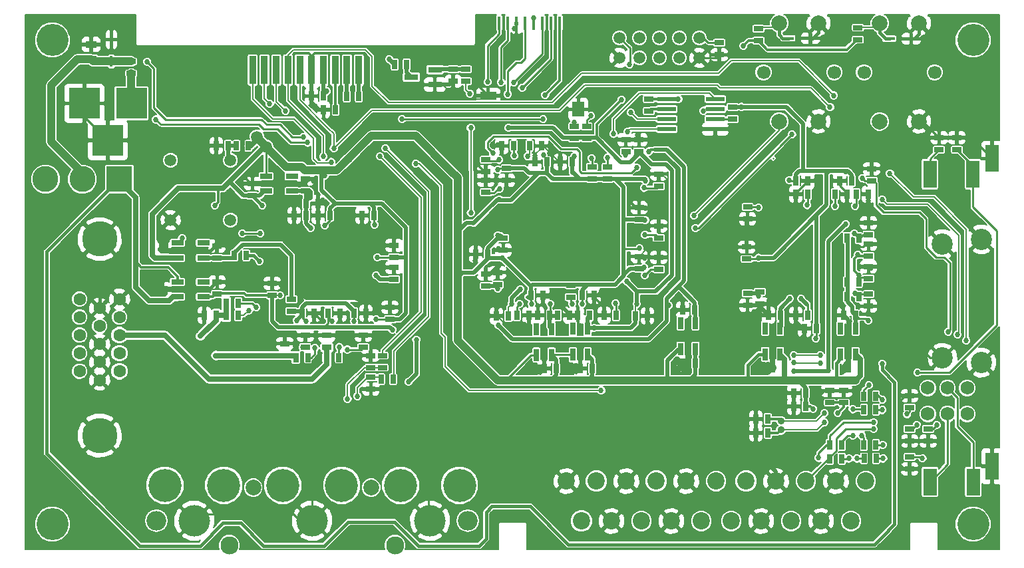
<source format=gbl>
G04 #@! TF.FileFunction,Copper,L2,Bot,Signal*
%FSLAX46Y46*%
G04 Gerber Fmt 4.6, Leading zero omitted, Abs format (unit mm)*
G04 Created by KiCad (PCBNEW 4.0.5+dfsg1-4) date Mon Jul  3 23:58:12 2017*
%MOMM*%
%LPD*%
G01*
G04 APERTURE LIST*
%ADD10C,0.150000*%
%ADD11C,1.506220*%
%ADD12C,4.064000*%
%ADD13C,1.500000*%
%ADD14R,1.560000X0.650000*%
%ADD15R,0.650000X1.560000*%
%ADD16R,1.500000X1.900000*%
%ADD17R,2.000000X1.000000*%
%ADD18R,0.400000X1.750000*%
%ADD19R,0.450000X1.400000*%
%ADD20C,1.600000*%
%ADD21C,4.500000*%
%ADD22R,1.800860X0.800100*%
%ADD23C,2.200000*%
%ADD24C,2.000000*%
%ADD25C,1.700000*%
%ADD26R,2.350000X0.600000*%
%ADD27C,2.300000*%
%ADD28C,4.200000*%
%ADD29C,4.000000*%
%ADD30O,2.500000X2.500000*%
%ADD31R,4.000000X4.000000*%
%ADD32R,1.397000X0.889000*%
%ADD33R,1.143000X0.635000*%
%ADD34R,0.635000X1.143000*%
%ADD35R,1.700000X3.500000*%
%ADD36R,3.300000X3.300000*%
%ADD37C,3.300000*%
%ADD38R,0.900000X3.600000*%
%ADD39R,1.400000X0.450000*%
%ADD40R,6.700000X6.700000*%
%ADD41C,0.690000*%
%ADD42R,6.200000X6.200000*%
%ADD43C,2.700000*%
%ADD44C,1.750000*%
%ADD45C,0.900000*%
%ADD46C,0.686000*%
%ADD47C,0.220000*%
%ADD48C,0.200000*%
%ADD49C,0.180000*%
%ADD50C,0.250000*%
%ADD51C,0.300000*%
%ADD52C,0.500000*%
%ADD53C,0.700000*%
%ADD54C,0.400000*%
%ADD55C,1.000000*%
%ADD56C,0.350000*%
%ADD57C,0.640000*%
G04 APERTURE END LIST*
D10*
D11*
X93480000Y-20320000D03*
X93480000Y-22860000D03*
X90940000Y-20320000D03*
X90940000Y-22860000D03*
X88400000Y-20320000D03*
X88400000Y-22860000D03*
X85860000Y-20320000D03*
X85860000Y-22860000D03*
X83320000Y-20320000D03*
X83320000Y-22860000D03*
D12*
X11130000Y-20600000D03*
X11130000Y-82200000D03*
X128300000Y-82200000D03*
X128300000Y-20600000D03*
D13*
X33804500Y-43509300D03*
X33804500Y-35889300D03*
X26184500Y-35889300D03*
X26184500Y-43509300D03*
D14*
X27052000Y-48320100D03*
X27052000Y-47370100D03*
X27052000Y-46420100D03*
X30352000Y-46420100D03*
X30352000Y-48320100D03*
X38336000Y-39812000D03*
X38336000Y-38862000D03*
X38336000Y-37912000D03*
X41636000Y-37912000D03*
X41636000Y-39812000D03*
D15*
X103743800Y-60603400D03*
X102793800Y-60603400D03*
X101843800Y-60603400D03*
X101843800Y-57303400D03*
X103743800Y-57303400D03*
X113340000Y-60603400D03*
X112390000Y-60603400D03*
X111440000Y-60603400D03*
X111440000Y-57303400D03*
X113340000Y-57303400D03*
D14*
X27052000Y-53274000D03*
X27052000Y-52324000D03*
X27052000Y-51374000D03*
X30352000Y-51374000D03*
X30352000Y-53274000D03*
D15*
X74650000Y-60674600D03*
X73700000Y-60674600D03*
X72750000Y-60674600D03*
X72750000Y-57374600D03*
X74650000Y-57374600D03*
X79256000Y-60652600D03*
X78306000Y-60652600D03*
X77356000Y-60652600D03*
X77356000Y-57352600D03*
X79256000Y-57352600D03*
X92984000Y-59928000D03*
X92034000Y-59928000D03*
X91084000Y-59928000D03*
X91084000Y-56628000D03*
X92984000Y-56628000D03*
D16*
X78088000Y-29405000D03*
D17*
X66588000Y-27655000D03*
D18*
X75688000Y-18430000D03*
X74588000Y-18430000D03*
X73488000Y-18430000D03*
X72388000Y-18430000D03*
X71288000Y-18430000D03*
X70188000Y-18430000D03*
X69088000Y-18430000D03*
X67988000Y-18430000D03*
D19*
X18654000Y-23315000D03*
X18654000Y-20515000D03*
D20*
X17155500Y-59295400D03*
X17155500Y-57005400D03*
X17155500Y-54715400D03*
X19695500Y-62735400D03*
X19695500Y-60445400D03*
X19695500Y-58155400D03*
X19695500Y-55865400D03*
X19695500Y-53575400D03*
X17155500Y-63875400D03*
X17155500Y-61585400D03*
X14615500Y-62735400D03*
X14615500Y-60445400D03*
X14615500Y-58155400D03*
X14615500Y-55865400D03*
X14615500Y-53575400D03*
D21*
X17155500Y-70915400D03*
X17155500Y-45915400D03*
D22*
X59817140Y-24367000D03*
X59817140Y-26267000D03*
X56814860Y-25317000D03*
D23*
X112754600Y-81821200D03*
X110849600Y-76741200D03*
X108944600Y-81821200D03*
X107039600Y-76741200D03*
X105134600Y-81821200D03*
X103229600Y-76741200D03*
X101324600Y-81821200D03*
X99419600Y-76741200D03*
X97514600Y-81821200D03*
X95609600Y-76741200D03*
X93704600Y-81821200D03*
X91799600Y-76741200D03*
X78464600Y-81821200D03*
X87989600Y-76741200D03*
X89894600Y-81821200D03*
X84179600Y-76741200D03*
X86084600Y-81821200D03*
X80369600Y-76741200D03*
X82274600Y-81821200D03*
X76559600Y-76741200D03*
X114659600Y-76741200D03*
D24*
X103631000Y-18450000D03*
X108631000Y-18450000D03*
X103631000Y-30950000D03*
X108631000Y-30950000D03*
D25*
X110631000Y-24700000D03*
X101631000Y-24700000D03*
D24*
X116418000Y-18450000D03*
X121418000Y-18450000D03*
X116418000Y-30950000D03*
X121418000Y-30950000D03*
D25*
X123418000Y-24700000D03*
X114418000Y-24700000D03*
D26*
X95490300Y-28104200D03*
X95490300Y-29374200D03*
X95490300Y-30644200D03*
X95490300Y-31914200D03*
X89290300Y-31914200D03*
X89290300Y-30644200D03*
X89290300Y-29374200D03*
X89290300Y-28104200D03*
D24*
X51696000Y-77576200D03*
X36696000Y-77576200D03*
D27*
X33662620Y-84920720D03*
X54729380Y-84920720D03*
D28*
X55446000Y-77276200D03*
X62946000Y-77276200D03*
X25446000Y-77276200D03*
X32946000Y-77276200D03*
D29*
X29196000Y-81776200D03*
X44196000Y-81776200D03*
X59196000Y-81776200D03*
D30*
X63996000Y-81776200D03*
X24396000Y-81776200D03*
D28*
X47946000Y-77276200D03*
X40446000Y-77276200D03*
D31*
X21202140Y-28649000D03*
X15202660Y-28649000D03*
X18202400Y-33348000D03*
D32*
X16071000Y-23058500D03*
X16071000Y-21153500D03*
D33*
X40688600Y-60743200D03*
X40688600Y-59219200D03*
X46060000Y-59700000D03*
X46060000Y-58176000D03*
D34*
X30480000Y-55626000D03*
X32004000Y-55626000D03*
D33*
X81788000Y-38252400D03*
X81788000Y-36728400D03*
X79806800Y-36728400D03*
X79806800Y-38252400D03*
X77089000Y-51790600D03*
X77089000Y-53314600D03*
X87043600Y-29628200D03*
X87043600Y-28104200D03*
X96000000Y-22462000D03*
X96000000Y-20938000D03*
X77567000Y-33111000D03*
X77567000Y-31587000D03*
X79116000Y-33111000D03*
X79116000Y-31587000D03*
X97686200Y-30618800D03*
X97686200Y-29094800D03*
D34*
X113438000Y-40200000D03*
X114962000Y-40200000D03*
D33*
X21184000Y-24841000D03*
X21184000Y-23317000D03*
X41564900Y-53593100D03*
X41564900Y-55117100D03*
D34*
X112230000Y-53221000D03*
X113754000Y-53221000D03*
X112227000Y-51407000D03*
X113751000Y-51407000D03*
X112235000Y-45811000D03*
X113759000Y-45811000D03*
X34572000Y-34046000D03*
X36096000Y-34046000D03*
D33*
X113629000Y-19004000D03*
X113629000Y-20528000D03*
X100988000Y-19157000D03*
X100988000Y-20681000D03*
D34*
X34300500Y-48017800D03*
X35824500Y-48017800D03*
D33*
X63749000Y-24315000D03*
X63749000Y-25839000D03*
X53142000Y-62271000D03*
X53142000Y-60747000D03*
D34*
X54483000Y-63764000D03*
X52959000Y-63764000D03*
D33*
X62133000Y-24323000D03*
X62133000Y-25847000D03*
D34*
X56232000Y-23694000D03*
X54708000Y-23694000D03*
D33*
X115410000Y-38482000D03*
X115410000Y-36958000D03*
D34*
X42111000Y-60997200D03*
X43635000Y-60997200D03*
X46073400Y-60997200D03*
X47597400Y-60997200D03*
X42926000Y-55372000D03*
X44450000Y-55372000D03*
X49530000Y-55372000D03*
X51054000Y-55372000D03*
X46228000Y-55372000D03*
X47752000Y-55372000D03*
D33*
X54102000Y-56134000D03*
X54102000Y-54610000D03*
D34*
X33274000Y-55626000D03*
X34798000Y-55626000D03*
X33274000Y-54102000D03*
X34798000Y-54102000D03*
D33*
X39116000Y-51562000D03*
X39116000Y-53086000D03*
X54610000Y-51054000D03*
X54610000Y-49530000D03*
X54610000Y-48260000D03*
X54610000Y-46736000D03*
D34*
X33490000Y-34046000D03*
X31966000Y-34046000D03*
X52070000Y-42926000D03*
X50546000Y-42926000D03*
X43434000Y-41402000D03*
X44958000Y-41402000D03*
X46482000Y-42926000D03*
X44958000Y-42926000D03*
X45659000Y-29444000D03*
X47183000Y-29444000D03*
X50137400Y-27761300D03*
X48613400Y-27761300D03*
D33*
X25296200Y-46824000D03*
X25296200Y-48348000D03*
X36593000Y-40401000D03*
X36593000Y-38877000D03*
X32065300Y-48309900D03*
X32065300Y-46785900D03*
X43365000Y-39807000D03*
X43365000Y-38283000D03*
X25187000Y-53777000D03*
X25187000Y-52253000D03*
X84115000Y-34773000D03*
X84115000Y-33249000D03*
D34*
X77262000Y-36100000D03*
X75738000Y-36100000D03*
X71838000Y-34061000D03*
X73362000Y-34061000D03*
X69863000Y-34064000D03*
X68339000Y-34064000D03*
D33*
X85786000Y-34768000D03*
X85786000Y-33244000D03*
D34*
X74062000Y-36100000D03*
X72538000Y-36100000D03*
D33*
X66300000Y-35838000D03*
X66300000Y-37362000D03*
X88300000Y-39162000D03*
X88300000Y-37638000D03*
X66300000Y-39962000D03*
X66300000Y-38438000D03*
X68524000Y-45796000D03*
X68524000Y-47320000D03*
X88300000Y-45762000D03*
X88300000Y-44238000D03*
D34*
X44117600Y-27710500D03*
X45641600Y-27710500D03*
D33*
X85800000Y-49662000D03*
X85800000Y-48138000D03*
X88300000Y-49762000D03*
X88300000Y-48238000D03*
X66300000Y-51862000D03*
X66300000Y-50338000D03*
D34*
X85338000Y-55700000D03*
X86862000Y-55700000D03*
X78538000Y-53100000D03*
X80062000Y-53100000D03*
X72038000Y-53100000D03*
X73562000Y-53100000D03*
X69162000Y-55700000D03*
X67638000Y-55700000D03*
X82850000Y-55621000D03*
X81326000Y-55621000D03*
X75457000Y-55625000D03*
X76981000Y-55625000D03*
X70238000Y-55630000D03*
X71762000Y-55630000D03*
X107262000Y-55600000D03*
X105738000Y-55600000D03*
X108362000Y-57300000D03*
X106838000Y-57300000D03*
D33*
X115000000Y-52938000D03*
X115000000Y-54462000D03*
X99600000Y-52838000D03*
X99600000Y-54362000D03*
X115000000Y-50962000D03*
X115000000Y-49438000D03*
X115000000Y-48062000D03*
X115000000Y-46538000D03*
X99500000Y-48462000D03*
X99500000Y-46938000D03*
X115000000Y-45362000D03*
X115000000Y-43838000D03*
X99600000Y-41838000D03*
X99600000Y-43362000D03*
D34*
X105738000Y-38500000D03*
X107262000Y-38500000D03*
X107262000Y-40200000D03*
X105738000Y-40200000D03*
X110738000Y-40200000D03*
X112262000Y-40200000D03*
X112862000Y-38500000D03*
X111338000Y-38500000D03*
X104323000Y-62316000D03*
X102799000Y-62316000D03*
X113929000Y-62311000D03*
X112405000Y-62311000D03*
X103762000Y-55600000D03*
X102238000Y-55600000D03*
X113320600Y-55600600D03*
X111796600Y-55600600D03*
X79859000Y-62395600D03*
X78335000Y-62395600D03*
X92964000Y-61696600D03*
X91440000Y-61696600D03*
X75230000Y-62390600D03*
X73706000Y-62390600D03*
D33*
X32105600Y-52908200D03*
X32105600Y-51384200D03*
D34*
X74447400Y-55630000D03*
X72923400Y-55630000D03*
X79522000Y-55625000D03*
X77998000Y-55625000D03*
X92862400Y-54914800D03*
X91338400Y-54914800D03*
D33*
X68935600Y-36931600D03*
X68935600Y-38455600D03*
X85800000Y-43462000D03*
X85800000Y-41938000D03*
X43312000Y-58167000D03*
X43312000Y-59691000D03*
X50703000Y-58177800D03*
X50703000Y-59701800D03*
X51656000Y-60747000D03*
X51656000Y-62271000D03*
X51664000Y-63482000D03*
X51664000Y-65006000D03*
X67807000Y-51694000D03*
X67807000Y-50170000D03*
D34*
X66553000Y-47859000D03*
X65029000Y-47859000D03*
X43429000Y-42896000D03*
X41905000Y-42896000D03*
D33*
X101150000Y-52642000D03*
X101150000Y-54166000D03*
D35*
X122806000Y-76830000D03*
X128306000Y-76830000D03*
X130706000Y-74830000D03*
D36*
X19666000Y-38298000D03*
D37*
X14966000Y-38298000D03*
X10266000Y-38298000D03*
D38*
X50126200Y-24406600D03*
X48626200Y-24406600D03*
X41126200Y-24406600D03*
X42626200Y-24406600D03*
X44126200Y-24406600D03*
X45626200Y-24406600D03*
X39626200Y-24406600D03*
X38126200Y-24406600D03*
X36626200Y-24406600D03*
X47126200Y-24406600D03*
D34*
X102182000Y-70580000D03*
X100658000Y-70580000D03*
X102172000Y-68840000D03*
X100648000Y-68840000D03*
D33*
X110070000Y-66752000D03*
X110070000Y-65228000D03*
X111820000Y-66752000D03*
X111820000Y-65228000D03*
D34*
X106982000Y-65510000D03*
X105458000Y-65510000D03*
X115932000Y-67630000D03*
X114408000Y-67630000D03*
X106982000Y-67240000D03*
X105458000Y-67240000D03*
X115932000Y-65910000D03*
X114408000Y-65910000D03*
X114418000Y-73860000D03*
X115942000Y-73860000D03*
X111592000Y-73880000D03*
X110068000Y-73880000D03*
X114408000Y-72120000D03*
X115932000Y-72120000D03*
X111582000Y-72120000D03*
X110058000Y-72120000D03*
D39*
X117640000Y-20422000D03*
X120440000Y-20422000D03*
X104808000Y-20368000D03*
X107608000Y-20368000D03*
D35*
X122798000Y-37676000D03*
X128298000Y-37676000D03*
X130698000Y-35676000D03*
D40*
X77300000Y-44700000D03*
D41*
X79850000Y-42150000D03*
X79850000Y-43000000D03*
X79850000Y-43850000D03*
X79850000Y-44700000D03*
X79850000Y-45550000D03*
X79850000Y-46400000D03*
X79850000Y-47250000D03*
X79000000Y-42150000D03*
X79000000Y-43000000D03*
X79000000Y-43850000D03*
X79000000Y-44700000D03*
X79000000Y-45550000D03*
X79000000Y-46400000D03*
X79000000Y-47250000D03*
X78150000Y-42150000D03*
X78150000Y-43000000D03*
X78150000Y-46400000D03*
X78150000Y-47250000D03*
X77300000Y-42150000D03*
X77300000Y-43000000D03*
X77300000Y-46400000D03*
X77300000Y-47250000D03*
X76450000Y-42150000D03*
X76450000Y-43000000D03*
X76450000Y-46400000D03*
X76450000Y-47250000D03*
X75600000Y-42150000D03*
X75600000Y-43000000D03*
X75600000Y-43850000D03*
X75600000Y-44700000D03*
X75600000Y-45550000D03*
X75600000Y-46400000D03*
X75600000Y-47250000D03*
X74750000Y-42150000D03*
X74750000Y-43000000D03*
X74750000Y-43850000D03*
X74750000Y-44700000D03*
X74750000Y-45550000D03*
X74750000Y-46400000D03*
X74750000Y-47250000D03*
D23*
X77300000Y-44700000D03*
D42*
X46736000Y-50292000D03*
D41*
X44336000Y-52692000D03*
X44336000Y-51892000D03*
X44336000Y-51092000D03*
X44336000Y-50292000D03*
X44336000Y-49492000D03*
X44336000Y-48692000D03*
X44336000Y-47892000D03*
X45136000Y-52692000D03*
X45136000Y-51892000D03*
X45136000Y-51092000D03*
X45136000Y-50292000D03*
X45136000Y-49492000D03*
X45136000Y-48692000D03*
X45136000Y-47892000D03*
X45936000Y-52692000D03*
X45936000Y-51892000D03*
X45936000Y-48692000D03*
X45936000Y-47892000D03*
X46736000Y-52692000D03*
X46736000Y-51892000D03*
X46736000Y-48692000D03*
X46736000Y-47892000D03*
X47536000Y-52692000D03*
X47536000Y-51892000D03*
X47536000Y-48692000D03*
X47536000Y-47892000D03*
X48336000Y-52692000D03*
X48336000Y-51892000D03*
X48336000Y-51092000D03*
X48336000Y-50292000D03*
X48336000Y-49492000D03*
X48336000Y-48692000D03*
X48336000Y-47892000D03*
X49136000Y-52692000D03*
X49136000Y-51892000D03*
X49136000Y-51092000D03*
X49136000Y-50292000D03*
X49136000Y-49492000D03*
X49136000Y-48692000D03*
X49136000Y-47892000D03*
D24*
X46736000Y-50292000D03*
D43*
X124400000Y-46550000D03*
X124400000Y-61050000D03*
X129350000Y-61650000D03*
X129350000Y-45950000D03*
D44*
X127540000Y-64870000D03*
X125040000Y-64870000D03*
X122540000Y-64870000D03*
X127540000Y-68170000D03*
X125040000Y-68170000D03*
X122540000Y-68170000D03*
D33*
X126250000Y-33038000D03*
X126250000Y-34562000D03*
X123970000Y-33028000D03*
X123970000Y-34552000D03*
X122580000Y-70108000D03*
X122580000Y-71632000D03*
X120210000Y-71632000D03*
X120210000Y-70108000D03*
X120240000Y-75172000D03*
X120240000Y-73648000D03*
X120200000Y-67362000D03*
X120200000Y-65838000D03*
D45*
X103861000Y-70197000D03*
X103861000Y-69097000D03*
D46*
X84323000Y-32288000D03*
X84732200Y-29806000D03*
X108848000Y-60705000D03*
X105453000Y-60701000D03*
X43617000Y-33642000D03*
X24312000Y-30690000D03*
X23205000Y-23348000D03*
X43043000Y-32918000D03*
X127430000Y-58850000D03*
X117714100Y-37557100D03*
X45599000Y-35400000D03*
X52818000Y-35391000D03*
X110562000Y-27638000D03*
X116710000Y-40910000D03*
X126320000Y-58080000D03*
X46943000Y-34376000D03*
X110094000Y-29135000D03*
X53534000Y-34370000D03*
X69098500Y-27469200D03*
X69847800Y-25996000D03*
X68209500Y-25945200D03*
X66507700Y-25932500D03*
X73848300Y-27570800D03*
X70901900Y-26681800D03*
X84590000Y-23679000D03*
X79665000Y-30246000D03*
X77541000Y-31105000D03*
X80061000Y-57252000D03*
X83576500Y-28167700D03*
X85428000Y-35326000D03*
X69187000Y-31768000D03*
X85496400Y-54178200D03*
X69596000Y-54152800D03*
X70700000Y-52300000D03*
X84200000Y-51300000D03*
X67200000Y-35000000D03*
X85500000Y-36800000D03*
X87046000Y-34757000D03*
X67900000Y-56900000D03*
X89535000Y-54356000D03*
X86556000Y-45389000D03*
X86517000Y-50546000D03*
X86403000Y-39400000D03*
X84087000Y-35223000D03*
X68021200Y-39522400D03*
X67843400Y-52197000D03*
X70586600Y-54178200D03*
X67995800Y-35839400D03*
X71595000Y-35377000D03*
X82804000Y-54102000D03*
X69900800Y-35306000D03*
X74498200Y-54152800D03*
X82516000Y-32537000D03*
X114971000Y-56319000D03*
X111090000Y-68070000D03*
X105471000Y-62728000D03*
X109899000Y-62678000D03*
X112100000Y-44000000D03*
X40117100Y-53097800D03*
X56460000Y-64108000D03*
X57440000Y-58720000D03*
X54432000Y-57465000D03*
X46736000Y-56388000D03*
X100968000Y-53185000D03*
X101000000Y-41900000D03*
X106400000Y-53500000D03*
X105000000Y-53500000D03*
X110700000Y-41700000D03*
X107200000Y-41600000D03*
X107930000Y-67540000D03*
X108306000Y-58560000D03*
D13*
X37165000Y-32898000D03*
X38353000Y-34188000D03*
D46*
X45819000Y-44196000D03*
X37826000Y-41651000D03*
X31814000Y-41628000D03*
X45811000Y-37856000D03*
X67843400Y-45440600D03*
X68377000Y-48296000D03*
X27634000Y-45815000D03*
X73607000Y-35245000D03*
X98826000Y-29083000D03*
X99065000Y-21336000D03*
X85839000Y-47092000D03*
X86407000Y-49511000D03*
X86558000Y-43510000D03*
X86624000Y-38476000D03*
X77553000Y-35406000D03*
X90790100Y-28104200D03*
X46073400Y-27113600D03*
X52486900Y-48246400D03*
X52118600Y-44080800D03*
X72400500Y-17800000D03*
X72110600Y-54178200D03*
X104900000Y-38400000D03*
X112100000Y-37300000D03*
X101000000Y-48300000D03*
X52324000Y-56134000D03*
X78587600Y-54178200D03*
X67843400Y-37084000D03*
X67995800Y-40894000D03*
X125140000Y-57710000D03*
X114180000Y-38160000D03*
X43979000Y-44493000D03*
X43939800Y-40651800D03*
X52324000Y-50546000D03*
X29982500Y-58279400D03*
X31938300Y-60743200D03*
X82700000Y-67772000D03*
X80193000Y-67788000D03*
X81481000Y-67780000D03*
X58527000Y-63383000D03*
X59329000Y-64267000D03*
X97050000Y-65190000D03*
X99060000Y-65200000D03*
X99120000Y-67790000D03*
X99110000Y-69830000D03*
X104020000Y-37680000D03*
X105000000Y-59880000D03*
X121700000Y-48210000D03*
X118510000Y-53040000D03*
X118550000Y-55450000D03*
X118800000Y-50200000D03*
X121710000Y-59920000D03*
X119250000Y-59910000D03*
X115250000Y-63330000D03*
X104230000Y-67260000D03*
X107980000Y-68440000D03*
X111700000Y-62840000D03*
X30770000Y-34854000D03*
X29581000Y-34785000D03*
X28590000Y-34069000D03*
X29604000Y-33581000D03*
X30777000Y-33581000D03*
X35448000Y-25542000D03*
X34214000Y-25489000D03*
X34221000Y-24270000D03*
X35410000Y-24277000D03*
X35425000Y-23111000D03*
X34267000Y-23119000D03*
X61276000Y-31913000D03*
X61128000Y-33673000D03*
X60190000Y-32781000D03*
X59265000Y-31993000D03*
X66385000Y-31608000D03*
X51458000Y-31486000D03*
X48997000Y-33658000D03*
X41628000Y-31593000D03*
X39811000Y-33296000D03*
X41457000Y-34770000D03*
X43480000Y-35565000D03*
X120564000Y-43632000D03*
X119421000Y-45027000D03*
X8896000Y-48748000D03*
X12960000Y-48971000D03*
X114996000Y-55321000D03*
X35330000Y-29051000D03*
X35425000Y-27912000D03*
X35448000Y-26754000D03*
X28404000Y-22974000D03*
X28404000Y-24014000D03*
X28404000Y-25055000D03*
X27958000Y-27203000D03*
X27973000Y-28354000D03*
X27935000Y-29535000D03*
X26784000Y-29535000D03*
X26830000Y-28316000D03*
X26815000Y-27219000D03*
X25611000Y-27249000D03*
X25618000Y-28377000D03*
X25634000Y-29451000D03*
X63307000Y-27793000D03*
X65232000Y-25156000D03*
X65263000Y-24216000D03*
X78326000Y-56982000D03*
X100995000Y-49408000D03*
X101006000Y-50724000D03*
X82612000Y-60590000D03*
X83588000Y-62534000D03*
X90700000Y-62800000D03*
X101796000Y-62454000D03*
X100696000Y-62555000D03*
X95429000Y-62602000D03*
X97738000Y-62591000D03*
X81747000Y-21069000D03*
X100405000Y-55195000D03*
X41910000Y-40894000D03*
X35673000Y-38119000D03*
X36629000Y-37212000D03*
X37650000Y-36176000D03*
X61468000Y-39690000D03*
X48707000Y-37490000D03*
X58548000Y-59066000D03*
X60484000Y-59135000D03*
X62553000Y-61200000D03*
X77175000Y-62690000D03*
X75590400Y-54127400D03*
X44318000Y-38546000D03*
X47254000Y-38877000D03*
X67871000Y-47130000D03*
X67900000Y-43900000D03*
X67900000Y-43000000D03*
X67900000Y-42200000D03*
X67986000Y-49256000D03*
X63848000Y-54441000D03*
X65048000Y-54521000D03*
X23912000Y-50307000D03*
X22814000Y-50300000D03*
X113881000Y-49400000D03*
X69469000Y-52177000D03*
X69545000Y-51064000D03*
X40930000Y-44242000D03*
X41443000Y-45441000D03*
X41737000Y-46518000D03*
X43698000Y-45659000D03*
X51984000Y-54254000D03*
X51979000Y-53167000D03*
X51979000Y-51887000D03*
X51064000Y-51308000D03*
X51069000Y-52578000D03*
X51054000Y-53828000D03*
X52227000Y-45659000D03*
X51333000Y-44831000D03*
X47630000Y-44836000D03*
X48875000Y-44826000D03*
X50135000Y-44811000D03*
X42603000Y-51907000D03*
X42596000Y-50764000D03*
X42634000Y-49507000D03*
X42657000Y-48402000D03*
X101000000Y-47000000D03*
X97978000Y-53969000D03*
X30053000Y-60371000D03*
X28651000Y-66081000D03*
X37810000Y-74280000D03*
X45263000Y-74737000D03*
X34138000Y-70744000D03*
X25136000Y-61549000D03*
X27757000Y-58278000D03*
X59036000Y-75175000D03*
X56693000Y-66271000D03*
X57390000Y-68854000D03*
X58994000Y-71803000D03*
X88440000Y-32771000D03*
X57328000Y-43404000D03*
X57226000Y-50018000D03*
X40523000Y-38908000D03*
X85288000Y-25471000D03*
X82977000Y-25552000D03*
X80691000Y-35342000D03*
X78895000Y-35237000D03*
X108265000Y-41567000D03*
X32690000Y-46036000D03*
X77038000Y-21199000D03*
X76901000Y-18600000D03*
X69947000Y-19116000D03*
X66203000Y-20081000D03*
X111115000Y-54258000D03*
X86591000Y-37404000D03*
X86346000Y-46318000D03*
X84696000Y-44818000D03*
X86479000Y-48360000D03*
X86567000Y-41960000D03*
X84673000Y-41214000D03*
X42365000Y-44753900D03*
X42352300Y-44753900D03*
X42669800Y-47217700D03*
X42707900Y-45909600D03*
X70584400Y-22363800D03*
X45527300Y-40982000D03*
X114983600Y-41083600D03*
X40167900Y-51688100D03*
X53134600Y-46709700D03*
X50556500Y-44030000D03*
X42034800Y-59600200D03*
X85568000Y-32634000D03*
X75700000Y-52500000D03*
X72572000Y-35329000D03*
X67843400Y-38404800D03*
X64947800Y-45643800D03*
X64947800Y-48691800D03*
X113131600Y-46913800D03*
X68300600Y-54178200D03*
X73533000Y-54178200D03*
X81584800Y-54102000D03*
X92303600Y-52044600D03*
X92329000Y-49098200D03*
X92329000Y-50825400D03*
X89916000Y-56946800D03*
X105800000Y-41600000D03*
X112300000Y-41700000D03*
X86500000Y-51500000D03*
X76400000Y-48900000D03*
X74400000Y-48900000D03*
X82400000Y-46800000D03*
X82400000Y-48600000D03*
X80300000Y-48900000D03*
X78400000Y-48900000D03*
X82400000Y-44800000D03*
X82400000Y-42900000D03*
X68707000Y-40208200D03*
X71170800Y-56845200D03*
X97960000Y-44900000D03*
X105800000Y-54300000D03*
X112200000Y-42700000D03*
X109700000Y-44000000D03*
X105900000Y-43800000D03*
X104700000Y-41800000D03*
X103600000Y-41800000D03*
X103600000Y-46000000D03*
X103600000Y-49400000D03*
X75700000Y-37500000D03*
X65000000Y-34000000D03*
X70800000Y-38500000D03*
X72100000Y-48600000D03*
X72100000Y-46700000D03*
X72100000Y-50800000D03*
X73450000Y-50800000D03*
X74950000Y-50800000D03*
X76500000Y-50800000D03*
X78050000Y-50800000D03*
X79450000Y-50800000D03*
X80750000Y-50800000D03*
X81950000Y-50850000D03*
X82400000Y-41200000D03*
X78816200Y-39801800D03*
X81000000Y-39800000D03*
X77400000Y-39800000D03*
X73400000Y-39800000D03*
X75400000Y-39800000D03*
X72100000Y-44800000D03*
X72100000Y-42700000D03*
X72100000Y-40900000D03*
X83900000Y-52500000D03*
X82900000Y-52500000D03*
X82000000Y-52500000D03*
X81050000Y-52500000D03*
X74800000Y-52500000D03*
X67300000Y-34100000D03*
X86900000Y-56700000D03*
X51054000Y-56388000D03*
X47752000Y-56388000D03*
X45466000Y-56388000D03*
X52324000Y-49276000D03*
X52324000Y-55118000D03*
X75735000Y-35437000D03*
X86681000Y-44463000D03*
X44543000Y-59767000D03*
X47673600Y-59651000D03*
X36118800Y-54991000D03*
X37084000Y-54610000D03*
X113258600Y-52806600D03*
X113645000Y-47926000D03*
X113741200Y-50571400D03*
X113184000Y-45236000D03*
X81788000Y-35557000D03*
X113300000Y-41700000D03*
X55649200Y-30644200D03*
X73590000Y-30644000D03*
X79756000Y-35610800D03*
X77292200Y-54152800D03*
X93965100Y-29590100D03*
X43000000Y-59701800D03*
X48664200Y-59981200D03*
X35306000Y-45212000D03*
X37592000Y-45212000D03*
X40810000Y-29590100D03*
X38796300Y-28713800D03*
X105263000Y-32598000D03*
X92964000Y-44521000D03*
X92774000Y-42931000D03*
X37479000Y-48745000D03*
X49530000Y-56388000D03*
X42225300Y-56260100D03*
X43434000Y-56388000D03*
X48706000Y-66277000D03*
X49957000Y-65908000D03*
X108833000Y-61692000D03*
X105456000Y-61628000D03*
X57371000Y-36332000D03*
X80970000Y-65197000D03*
X46608000Y-36111000D03*
X53972000Y-23020000D03*
X64262000Y-27402000D03*
X64378000Y-31758000D03*
X64381000Y-42577000D03*
X116710000Y-61790000D03*
X109385000Y-69243000D03*
X109377000Y-68077000D03*
X121860000Y-73850000D03*
X116860000Y-73860000D03*
X112980000Y-67590000D03*
X121120000Y-69580000D03*
X115640000Y-70090000D03*
X123660000Y-69620000D03*
X116800000Y-72120000D03*
X115020000Y-64520000D03*
X108650000Y-73770000D03*
X119900000Y-68190000D03*
X115640000Y-69240000D03*
X113510000Y-73860000D03*
X116760000Y-67680000D03*
X112510000Y-73860000D03*
X114110000Y-70920000D03*
X116760000Y-66400000D03*
X121210000Y-62910000D03*
X113000000Y-70920000D03*
D47*
X102884000Y-35622000D02*
X102884000Y-35624000D01*
X102884000Y-35622000D02*
X102851500Y-35654500D01*
D48*
X84676000Y-31935000D02*
X88872400Y-31935000D01*
X84323000Y-32288000D02*
X84676000Y-31935000D01*
D49*
X84732200Y-29806000D02*
X84744900Y-29806000D01*
X85583100Y-30644200D02*
X89290300Y-30644200D01*
X84744900Y-29806000D02*
X85583100Y-30644200D01*
D48*
X84732200Y-29806000D02*
X84771900Y-29806000D01*
X84732200Y-29806000D02*
X84751200Y-29825000D01*
D49*
X105457000Y-60705000D02*
X108848000Y-60705000D01*
X105453000Y-60701000D02*
X105457000Y-60705000D01*
D47*
X43617000Y-33642000D02*
X41445000Y-33642000D01*
X41445000Y-33642000D02*
X39746000Y-31943000D01*
X39746000Y-31943000D02*
X38017000Y-31943000D01*
X38017000Y-31943000D02*
X37430000Y-31356000D01*
X37430000Y-31356000D02*
X24978000Y-31356000D01*
X24978000Y-31356000D02*
X24312000Y-30690000D01*
X24059000Y-24202000D02*
X23205000Y-23348000D01*
X24059000Y-29225000D02*
X24059000Y-24202000D01*
X25535000Y-30701000D02*
X24059000Y-29225000D01*
X37753000Y-30701000D02*
X25535000Y-30701000D01*
X38404000Y-31352000D02*
X37753000Y-30701000D01*
X40096000Y-31352000D02*
X38404000Y-31352000D01*
X41662000Y-32918000D02*
X40096000Y-31352000D01*
X43043000Y-32918000D02*
X41662000Y-32918000D01*
D49*
X123330000Y-40570000D02*
X127450000Y-44690000D01*
X127450000Y-44690000D02*
X127450000Y-58230000D01*
X123330000Y-40570000D02*
X123170000Y-40570000D01*
X127450000Y-58830000D02*
X127450000Y-58230000D01*
X127430000Y-58850000D02*
X127450000Y-58830000D01*
X117714100Y-37557100D02*
X120727000Y-40570000D01*
X120727000Y-40570000D02*
X123170000Y-40570000D01*
X123170000Y-40570000D02*
X123170000Y-40570000D01*
X45614500Y-35384500D02*
X45614500Y-32762500D01*
X45599000Y-35400000D02*
X45614500Y-35384500D01*
X41126200Y-22490800D02*
X41126200Y-24106600D01*
X41793000Y-21824000D02*
X41126200Y-22490800D01*
X50986000Y-21824000D02*
X41793000Y-21824000D01*
X51831000Y-22669000D02*
X50986000Y-21824000D01*
X51831000Y-23513000D02*
X51831000Y-22669000D01*
X51831000Y-23513000D02*
X51831000Y-23515000D01*
X56909000Y-28541000D02*
X53916000Y-28541000D01*
X51831000Y-26456000D02*
X51831000Y-23513000D01*
X53916000Y-28541000D02*
X51831000Y-26456000D01*
X41126200Y-24906600D02*
X41126200Y-28274200D01*
X41126200Y-28274200D02*
X45614500Y-32762500D01*
D48*
X53142000Y-60747000D02*
X53142000Y-60112000D01*
X53274000Y-59980000D02*
X58034000Y-55220000D01*
X58034000Y-55220000D02*
X58034000Y-41605000D01*
X53142000Y-60112000D02*
X53274000Y-59980000D01*
D49*
X58725000Y-28541000D02*
X56909000Y-28541000D01*
X56909000Y-28541000D02*
X56902000Y-28541000D01*
X41126200Y-23247800D02*
X41126200Y-24906600D01*
D48*
X58034000Y-41605000D02*
X58034000Y-40607000D01*
X58034000Y-40607000D02*
X52818000Y-35391000D01*
X58034000Y-41605000D02*
X58034000Y-41525000D01*
D49*
X74763000Y-28541000D02*
X58725000Y-28541000D01*
X58725000Y-28541000D02*
X58681000Y-28541000D01*
X78463000Y-24841000D02*
X74763000Y-28541000D01*
X95905000Y-24841000D02*
X78463000Y-24841000D01*
X97553000Y-23193000D02*
X95905000Y-24841000D01*
X106117000Y-23193000D02*
X97553000Y-23193000D01*
X110562000Y-27638000D02*
X106117000Y-23193000D01*
X41126750Y-24907150D02*
X41126200Y-24906600D01*
X126470000Y-57570000D02*
X126470000Y-45460000D01*
X126470000Y-45460000D02*
X122520000Y-41510000D01*
X122520000Y-41510000D02*
X117310000Y-41510000D01*
X117310000Y-41510000D02*
X116710000Y-40910000D01*
X126470000Y-57730000D02*
X126470000Y-57570000D01*
X126470000Y-57930000D02*
X126470000Y-57730000D01*
X126320000Y-58080000D02*
X126470000Y-57930000D01*
X46943000Y-34376000D02*
X46943000Y-32531000D01*
X42626200Y-28214200D02*
X42626200Y-24906600D01*
X42626200Y-28214200D02*
X46124000Y-31712000D01*
X46943000Y-32531000D02*
X46124000Y-31712000D01*
X47285900Y-34035100D02*
X47283900Y-34035100D01*
X47283900Y-34035100D02*
X46943000Y-34376000D01*
D48*
X54613000Y-63634000D02*
X54613000Y-60150000D01*
X59009000Y-55754000D02*
X59009000Y-40183000D01*
X54613000Y-60150000D02*
X59009000Y-55754000D01*
X54613000Y-63634000D02*
X54483000Y-63764000D01*
D49*
X57802000Y-29547000D02*
X51774000Y-29547000D01*
X110094000Y-29135000D02*
X107659000Y-26700000D01*
X107659000Y-26700000D02*
X96113000Y-26700000D01*
X96113000Y-26700000D02*
X95736000Y-26323000D01*
X95736000Y-26323000D02*
X78914000Y-26323000D01*
X78914000Y-26323000D02*
X75690000Y-29547000D01*
X75690000Y-29547000D02*
X57802000Y-29547000D01*
X51774000Y-29547000D02*
X47285900Y-34035100D01*
D48*
X59009000Y-39845000D02*
X53534000Y-34370000D01*
X59009000Y-40183000D02*
X59009000Y-39845000D01*
X59009000Y-40183000D02*
X59009000Y-40198000D01*
D47*
X71288000Y-22917500D02*
X71288000Y-18430000D01*
X70749500Y-23456000D02*
X71288000Y-22917500D01*
X70178000Y-23456000D02*
X70749500Y-23456000D01*
X69098500Y-24535500D02*
X70178000Y-23456000D01*
X69098500Y-27469200D02*
X69098500Y-24535500D01*
X73488000Y-18430000D02*
X73488000Y-22355800D01*
X73488000Y-22355800D02*
X69847800Y-25996000D01*
D50*
X69088000Y-18430000D02*
X69088000Y-20647100D01*
X69088000Y-20647100D02*
X68209500Y-21525600D01*
X68209500Y-21525600D02*
X68209500Y-25945200D01*
X67988000Y-18430000D02*
X67988000Y-19816700D01*
X66507700Y-21297000D02*
X66507700Y-25932500D01*
X67988000Y-19816700D02*
X66507700Y-21297000D01*
D51*
X75688000Y-18430000D02*
X75688000Y-25731100D01*
X75688000Y-25731100D02*
X73848300Y-27570800D01*
D50*
X74588000Y-18430000D02*
X74588000Y-22995700D01*
X74588000Y-22995700D02*
X70901900Y-26681800D01*
D47*
X96000000Y-20938000D02*
X94598000Y-20938000D01*
X94598000Y-20938000D02*
X93980000Y-20320000D01*
X84612000Y-21612000D02*
X83320000Y-20320000D01*
X84612000Y-23657000D02*
X84612000Y-21612000D01*
X84590000Y-23679000D02*
X84612000Y-23657000D01*
D50*
X79116000Y-31587000D02*
X79116000Y-30795000D01*
X79116000Y-30795000D02*
X79665000Y-30246000D01*
X77567000Y-31587000D02*
X77567000Y-31131000D01*
X77567000Y-31131000D02*
X77541000Y-31105000D01*
D52*
X80061000Y-57252000D02*
X79356600Y-57252000D01*
X80279000Y-57259400D02*
X80244400Y-57259400D01*
X80279000Y-57259400D02*
X79945000Y-57259400D01*
D50*
X79945000Y-57259400D02*
X79945000Y-57280000D01*
X79945000Y-57280000D02*
X79945000Y-57259400D01*
X79945000Y-57280000D02*
X79945000Y-57259400D01*
X80053600Y-57259400D02*
X79945000Y-57259400D01*
X80061000Y-57252000D02*
X80053600Y-57259400D01*
D52*
X79356600Y-57252000D02*
X79256000Y-57352600D01*
X79256000Y-57352600D02*
X79256000Y-55961000D01*
X79256000Y-55961000D02*
X79522000Y-55695000D01*
X84740600Y-57259400D02*
X80279000Y-57259400D01*
D50*
X79116000Y-33111000D02*
X80291000Y-33111000D01*
X80291000Y-33111000D02*
X80369000Y-33033000D01*
X77567000Y-33111000D02*
X79116000Y-33111000D01*
D51*
X80384650Y-33048650D02*
X80384650Y-31359550D01*
X80384650Y-31359550D02*
X83576500Y-28167700D01*
D50*
X85428000Y-35326000D02*
X85786000Y-34968000D01*
X85786000Y-34968000D02*
X85786000Y-34768000D01*
D52*
X85786000Y-34768000D02*
X85786000Y-35033000D01*
X85786000Y-35033000D02*
X84654000Y-36165000D01*
X84654000Y-36165000D02*
X83501000Y-36165000D01*
X83501000Y-36165000D02*
X80384650Y-33048650D01*
X80384650Y-33048650D02*
X80369000Y-33033000D01*
X80369000Y-33033000D02*
X76135000Y-33033000D01*
X74874000Y-31772000D02*
X69187000Y-31768000D01*
X76135000Y-33033000D02*
X74874000Y-31772000D01*
X86447500Y-35447500D02*
X86447500Y-35429500D01*
X86447500Y-35429500D02*
X85786000Y-34768000D01*
D48*
X69162000Y-54787800D02*
X69162000Y-54586800D01*
X69162000Y-54586800D02*
X69596000Y-54152800D01*
X69162000Y-54738000D02*
X69162000Y-54787800D01*
X69162000Y-54787800D02*
X69162000Y-55700000D01*
D52*
X84740600Y-57259400D02*
X85338000Y-56662000D01*
X85338000Y-55700000D02*
X85338000Y-56662000D01*
D48*
X85334400Y-54340200D02*
X85338000Y-55700000D01*
D52*
X69596000Y-54152800D02*
X69600000Y-53400000D01*
X69600000Y-53400000D02*
X70700000Y-52300000D01*
X85500000Y-52600000D02*
X84200000Y-51300000D01*
X87900000Y-52600000D02*
X85500000Y-52600000D01*
X85500000Y-52600000D02*
X85496400Y-54178200D01*
D48*
X85496400Y-54178200D02*
X85334400Y-54340200D01*
D52*
X86400000Y-35400000D02*
X86447500Y-35447500D01*
X86447500Y-35447500D02*
X87400000Y-36400000D01*
X87400000Y-36400000D02*
X89200000Y-36400000D01*
X89200000Y-36400000D02*
X90000000Y-37200000D01*
X90000000Y-37200000D02*
X90000000Y-50500000D01*
X90000000Y-50500000D02*
X87900000Y-52600000D01*
X87041000Y-58628000D02*
X89281000Y-56388000D01*
X86944000Y-58628000D02*
X87041000Y-58628000D01*
X86944000Y-58628000D02*
X79103000Y-58628000D01*
X86951000Y-58628000D02*
X86944000Y-58628000D01*
X79103000Y-58628000D02*
X79083600Y-58628000D01*
D50*
X78232000Y-35841000D02*
X78232000Y-34816000D01*
X78232000Y-34816000D02*
X77893000Y-34477000D01*
X77893000Y-34477000D02*
X75877000Y-34477000D01*
X66500000Y-33637000D02*
X66500000Y-34300000D01*
X66500000Y-34300000D02*
X67200000Y-35000000D01*
X75650000Y-34250000D02*
X74255000Y-32855000D01*
X74255000Y-32855000D02*
X67282000Y-32855000D01*
X67282000Y-32855000D02*
X66500000Y-33637000D01*
X75877000Y-34477000D02*
X75650000Y-34250000D01*
X84795200Y-37504800D02*
X85500000Y-36800000D01*
X78232000Y-37232000D02*
X78232000Y-35841000D01*
X78232000Y-35841000D02*
X78232000Y-35825000D01*
X78504800Y-37504800D02*
X78232000Y-37232000D01*
X84795200Y-37504800D02*
X78504800Y-37504800D01*
D51*
X87889000Y-34646000D02*
X87889000Y-34500000D01*
X87743000Y-34500000D02*
X87889000Y-34646000D01*
X87303000Y-34500000D02*
X87743000Y-34500000D01*
X87046000Y-34757000D02*
X87303000Y-34500000D01*
D52*
X92862400Y-54000400D02*
X90800574Y-51938574D01*
X92862400Y-54914800D02*
X92862400Y-54000400D01*
X90800574Y-51938574D02*
X89281000Y-53543200D01*
X89300000Y-34500000D02*
X87889000Y-34500000D01*
X89300000Y-34500000D02*
X91500000Y-36700000D01*
X91500000Y-36700000D02*
X91500000Y-51200000D01*
X91500000Y-51200000D02*
X90800574Y-51938574D01*
X87889000Y-34500000D02*
X87800000Y-34500000D01*
X92986500Y-57008000D02*
X92986500Y-55424500D01*
X92986500Y-55424500D02*
X92812000Y-55250000D01*
X67900000Y-56900000D02*
X69628000Y-58628000D01*
X89281000Y-53543200D02*
X89281000Y-54330600D01*
X89281000Y-56388000D02*
X89281000Y-54330600D01*
X89509600Y-54330600D02*
X89281000Y-54330600D01*
X89535000Y-54356000D02*
X89509600Y-54330600D01*
X69628000Y-58628000D02*
X79103000Y-58628000D01*
X66300000Y-51862000D02*
X67639000Y-51862000D01*
X67639000Y-51862000D02*
X67807000Y-51694000D01*
X74447400Y-55700000D02*
X75452000Y-55700000D01*
X75452000Y-55700000D02*
X75457000Y-55695000D01*
X74447400Y-57175400D02*
X74447400Y-55714600D01*
X74447400Y-55714600D02*
X74462000Y-55700000D01*
D50*
X87911000Y-45373000D02*
X88300000Y-45762000D01*
X86572000Y-45373000D02*
X87911000Y-45373000D01*
X86556000Y-45389000D02*
X86572000Y-45373000D01*
X87301000Y-49762000D02*
X88300000Y-49762000D01*
X86517000Y-50546000D02*
X87301000Y-49762000D01*
X88036000Y-39426000D02*
X86429000Y-39426000D01*
X86429000Y-39426000D02*
X86403000Y-39400000D01*
X88036000Y-39426000D02*
X88300000Y-39162000D01*
X84115000Y-35195000D02*
X84115000Y-34773000D01*
X84087000Y-35223000D02*
X84115000Y-35195000D01*
X67691000Y-39709000D02*
X67707600Y-39709000D01*
X67894200Y-39522400D02*
X68021200Y-39522400D01*
X67707600Y-39709000D02*
X67894200Y-39522400D01*
X67362000Y-51862000D02*
X67508400Y-51862000D01*
X67508400Y-51862000D02*
X67843400Y-52197000D01*
X66300000Y-51862000D02*
X67362000Y-51862000D01*
X70238000Y-54635400D02*
X70238000Y-54526800D01*
X70238000Y-54526800D02*
X70586600Y-54178200D01*
X70238000Y-54662000D02*
X70238000Y-54635400D01*
X70238000Y-54635400D02*
X70238000Y-55700000D01*
X67338000Y-35938000D02*
X67897200Y-35938000D01*
X66300000Y-35938000D02*
X67338000Y-35938000D01*
X67897200Y-35938000D02*
X67995800Y-35839400D01*
D48*
X71595000Y-35377000D02*
X71833000Y-35139000D01*
D50*
X82804000Y-54102000D02*
X82866000Y-54164000D01*
X69900800Y-35306000D02*
X69862800Y-35268000D01*
X74498200Y-54152800D02*
X74460200Y-54190800D01*
X67700000Y-39700000D02*
X67691000Y-39709000D01*
X67691000Y-39709000D02*
X67338000Y-40062000D01*
X69862800Y-35268000D02*
X69862000Y-33700000D01*
D48*
X71833000Y-35139000D02*
X71838000Y-33700000D01*
D50*
X82866000Y-54164000D02*
X82862000Y-55700000D01*
X74460200Y-54190800D02*
X74462000Y-55700000D01*
X74462000Y-57700000D02*
X74462000Y-55700000D01*
X67338000Y-40062000D02*
X66300000Y-40062000D01*
D49*
X82513000Y-30834700D02*
X82513000Y-30640900D01*
X82513000Y-30640900D02*
X85828900Y-27325000D01*
X94711100Y-27325000D02*
X95490300Y-28104200D01*
X85828900Y-27325000D02*
X94711100Y-27325000D01*
X82513000Y-32534000D02*
X82513000Y-30834700D01*
X82513000Y-30834700D02*
X82513000Y-30895000D01*
X82513000Y-30895000D02*
X82513000Y-30861000D01*
X82513000Y-30861000D02*
X82513000Y-30804000D01*
X82516000Y-32537000D02*
X82513000Y-32534000D01*
D50*
X114686000Y-56034000D02*
X113754000Y-56034000D01*
X114971000Y-56319000D02*
X114686000Y-56034000D01*
X113757000Y-56037000D02*
X113754000Y-56034000D01*
X113754000Y-56034000D02*
X113320600Y-55600600D01*
D51*
X112227000Y-51407000D02*
X112227000Y-53218000D01*
X112227000Y-53218000D02*
X112230000Y-53221000D01*
D52*
X112300000Y-46100000D02*
X112300000Y-48700000D01*
X112300000Y-48700000D02*
X112300000Y-51600000D01*
X112300000Y-51600000D02*
X112300000Y-53900000D01*
X112928400Y-55208400D02*
X113320600Y-55600600D01*
X112928400Y-54528400D02*
X112928400Y-55208400D01*
X112300000Y-53900000D02*
X112928400Y-54528400D01*
X113340000Y-57303400D02*
X113340000Y-55620000D01*
X113340000Y-55620000D02*
X113320600Y-55600600D01*
D51*
X111820000Y-66752000D02*
X110070000Y-66752000D01*
X111820000Y-67340000D02*
X111820000Y-66752000D01*
X111090000Y-68070000D02*
X111820000Y-67340000D01*
D52*
X109900000Y-62728000D02*
X105471000Y-62728000D01*
X109900000Y-60156000D02*
X109900000Y-62728000D01*
X109900000Y-62728000D02*
X109900000Y-62677000D01*
X109900000Y-62677000D02*
X109899000Y-62678000D01*
X112100000Y-44000000D02*
X109900000Y-46200000D01*
X109900000Y-46200000D02*
X109900000Y-60156000D01*
X109900000Y-60156000D02*
X109900000Y-60200000D01*
D48*
X40105300Y-53086000D02*
X39116000Y-53086000D01*
X40117100Y-53097800D02*
X40105300Y-53086000D01*
D52*
X54112000Y-57150000D02*
X54117000Y-57150000D01*
X57470000Y-63098000D02*
X56460000Y-64108000D01*
X57470000Y-58750000D02*
X57470000Y-63098000D01*
X57440000Y-58720000D02*
X57470000Y-58750000D01*
X54117000Y-57150000D02*
X54432000Y-57465000D01*
X45720000Y-57150000D02*
X53203000Y-57150000D01*
X53203000Y-57150000D02*
X53771800Y-57150000D01*
X53771800Y-57150000D02*
X54112000Y-57150000D01*
X54112000Y-57150000D02*
X54050000Y-57150000D01*
D51*
X39116000Y-53086000D02*
X35814000Y-53086000D01*
X35814000Y-53086000D02*
X35560000Y-52832000D01*
X35560000Y-52832000D02*
X32004000Y-52832000D01*
X31559500Y-53276500D02*
X29972000Y-53276500D01*
X32004000Y-52832000D02*
X31559500Y-53276500D01*
D50*
X46228000Y-55372000D02*
X46228000Y-56642000D01*
D52*
X39116000Y-56388000D02*
X39116000Y-53086000D01*
X45720000Y-57150000D02*
X39878000Y-57150000D01*
X39878000Y-57150000D02*
X39116000Y-56388000D01*
D50*
X46736000Y-56388000D02*
X46228000Y-55880000D01*
X46228000Y-55880000D02*
X46228000Y-55372000D01*
X46228000Y-56642000D02*
X45720000Y-57150000D01*
D52*
X100621000Y-52838000D02*
X99600000Y-52838000D01*
D50*
X100968000Y-53185000D02*
X100621000Y-52838000D01*
D52*
X103762000Y-55600000D02*
X103762000Y-54738000D01*
X106400000Y-53500000D02*
X107200000Y-54300000D01*
X103762000Y-54738000D02*
X105000000Y-53500000D01*
X103852500Y-57030000D02*
X103852500Y-55690500D01*
X103852500Y-55690500D02*
X103762000Y-55600000D01*
D50*
X110738000Y-41662000D02*
X110738000Y-40200000D01*
X110700000Y-41700000D02*
X110738000Y-41662000D01*
X107262000Y-41538000D02*
X107262000Y-40200000D01*
X107200000Y-41600000D02*
X107262000Y-41538000D01*
X100938000Y-41838000D02*
X99600000Y-41838000D01*
X101000000Y-41900000D02*
X100938000Y-41838000D01*
X107262000Y-54362000D02*
X107262000Y-55600000D01*
X107200000Y-54300000D02*
X107262000Y-54362000D01*
D51*
X107630000Y-67240000D02*
X106982000Y-67240000D01*
X107930000Y-67540000D02*
X107630000Y-67240000D01*
D52*
X106982000Y-65510000D02*
X106982000Y-64832000D01*
X106982000Y-64832000D02*
X106056400Y-63906400D01*
X106982000Y-65510000D02*
X106982000Y-67240000D01*
D53*
X113929000Y-62311000D02*
X113929000Y-63309400D01*
X113929000Y-62311000D02*
X113929000Y-61192400D01*
X113929000Y-61192400D02*
X113340000Y-60603400D01*
D54*
X111440000Y-60603400D02*
X111440000Y-61161000D01*
X111440000Y-61161000D02*
X110924000Y-61677000D01*
X110924000Y-61677000D02*
X110924000Y-63906400D01*
D47*
X108306000Y-58560000D02*
X108368000Y-58498000D01*
X108368000Y-58498000D02*
X108362000Y-57300000D01*
D55*
X37165000Y-32898000D02*
X38353000Y-34086000D01*
X38524000Y-34359000D02*
X38628000Y-34463000D01*
X38353000Y-34188000D02*
X38524000Y-34359000D01*
X38110000Y-33843000D02*
X38110000Y-33945000D01*
X37163000Y-32896000D02*
X38110000Y-33843000D01*
D52*
X112862000Y-38500000D02*
X112862000Y-37762000D01*
X112862000Y-37762000D02*
X112775000Y-37675000D01*
X66553000Y-47859000D02*
X66553000Y-47066000D01*
X67823000Y-45796000D02*
X68524000Y-45796000D01*
X66553000Y-47066000D02*
X67823000Y-45796000D01*
X68377000Y-48296000D02*
X66654000Y-48296000D01*
X63292000Y-50216000D02*
X62733000Y-50775000D01*
X64580000Y-50216000D02*
X64734000Y-50216000D01*
X66396000Y-48554000D02*
X64734000Y-50216000D01*
X64580000Y-50216000D02*
X63292000Y-50216000D01*
X66654000Y-48296000D02*
X66396000Y-48554000D01*
D50*
X46482000Y-43533000D02*
X46482000Y-42926000D01*
X45819000Y-44196000D02*
X46482000Y-43533000D01*
D54*
X37826000Y-41651000D02*
X36593000Y-40418000D01*
X36593000Y-40418000D02*
X36593000Y-40401000D01*
D52*
X64790000Y-43882000D02*
X63829000Y-43882000D01*
X63829000Y-43882000D02*
X62733000Y-44978000D01*
X67996000Y-40894000D02*
X67778000Y-40894000D01*
X67778000Y-40894000D02*
X64790000Y-43882000D01*
X64790000Y-43882000D02*
X64712000Y-43960000D01*
D50*
X38336000Y-37912000D02*
X38336000Y-34755000D01*
X38336000Y-34755000D02*
X38628000Y-34463000D01*
D52*
X36593000Y-40401000D02*
X35441000Y-40401000D01*
X35441000Y-40401000D02*
X33661500Y-38621500D01*
X38336000Y-39812000D02*
X38117000Y-39812000D01*
X38117000Y-39812000D02*
X37528000Y-40401000D01*
X37528000Y-40401000D02*
X36593000Y-40401000D01*
D55*
X62733000Y-49258000D02*
X62733000Y-44978000D01*
X62733000Y-44978000D02*
X62733000Y-43960000D01*
X51714000Y-32777000D02*
X48825500Y-35665500D01*
X51714000Y-32777000D02*
X57390000Y-32777000D01*
X57390000Y-32777000D02*
X61829000Y-37216000D01*
X62733000Y-38120000D02*
X61829000Y-37216000D01*
X62733000Y-43960000D02*
X62733000Y-38120000D01*
D50*
X72750000Y-60674600D02*
X72073400Y-60674600D01*
X72073400Y-60674600D02*
X68841600Y-63906400D01*
X77356000Y-60652600D02*
X74672000Y-60652600D01*
X74672000Y-60652600D02*
X74650000Y-60674600D01*
D52*
X75230000Y-62390600D02*
X75230000Y-61254600D01*
X75230000Y-61254600D02*
X74650000Y-60674600D01*
X75230000Y-62390600D02*
X75230000Y-63279000D01*
X75230000Y-63279000D02*
X74602600Y-63906400D01*
X79859000Y-62395600D02*
X79859000Y-63336000D01*
X79859000Y-63336000D02*
X79288600Y-63906400D01*
X79859000Y-62395600D02*
X79859000Y-61255600D01*
X79859000Y-61255600D02*
X79256000Y-60652600D01*
D55*
X67812600Y-63906400D02*
X67810500Y-63908500D01*
X62733000Y-58831000D02*
X62733000Y-50775000D01*
X67810500Y-63908500D02*
X62733000Y-58831000D01*
X68841600Y-63906400D02*
X67812600Y-63906400D01*
X62733000Y-50775000D02*
X62733000Y-49258000D01*
X62733000Y-49258000D02*
X62733000Y-49321000D01*
X79288600Y-63906400D02*
X74602600Y-63906400D01*
X74602600Y-63906400D02*
X68841600Y-63906400D01*
X79210000Y-63906400D02*
X79288600Y-63906400D01*
X79210000Y-63906400D02*
X89357200Y-63906400D01*
D51*
X32210000Y-39456000D02*
X32210000Y-41232000D01*
X32210000Y-41232000D02*
X31814000Y-41628000D01*
D53*
X38110000Y-33945000D02*
X38110000Y-34173000D01*
X38110000Y-34173000D02*
X33661500Y-38621500D01*
X32827000Y-39456000D02*
X32210000Y-39456000D01*
X33661500Y-38621500D02*
X32827000Y-39456000D01*
X36096000Y-34046000D02*
X36408000Y-34046000D01*
X36408000Y-34046000D02*
X37272000Y-33182000D01*
X37272000Y-33182000D02*
X37309500Y-33144500D01*
D52*
X45811000Y-37856000D02*
X45469000Y-37514000D01*
X45469000Y-37514000D02*
X45469000Y-37170000D01*
D55*
X37309500Y-33144500D02*
X38110000Y-33945000D01*
X38110000Y-33945000D02*
X38628000Y-34463000D01*
X48825500Y-35665500D02*
X48817500Y-35665500D01*
X48817500Y-35665500D02*
X47313000Y-37170000D01*
X47313000Y-37170000D02*
X45469000Y-37170000D01*
X40871000Y-36706000D02*
X38628000Y-34463000D01*
X42787000Y-36706000D02*
X40871000Y-36706000D01*
X43251000Y-37170000D02*
X42787000Y-36706000D01*
X45469000Y-37170000D02*
X43251000Y-37170000D01*
D51*
X45110000Y-37056000D02*
X45110000Y-37342000D01*
X45110000Y-37316000D02*
X45110000Y-37056000D01*
X45097000Y-37329000D02*
X45110000Y-37316000D01*
X45906000Y-37329000D02*
X45097000Y-37329000D01*
X45991000Y-37414000D02*
X45906000Y-37329000D01*
D52*
X45374900Y-37856000D02*
X45374900Y-37606900D01*
X45374900Y-37606900D02*
X45110000Y-37342000D01*
X45110000Y-37342000D02*
X44753800Y-36985800D01*
X45374900Y-37819700D02*
X45374900Y-37856000D01*
X45374900Y-37856000D02*
X45374900Y-39673900D01*
X45374900Y-39673900D02*
X47104000Y-41403000D01*
D51*
X45374900Y-39673900D02*
X47104000Y-41403000D01*
D52*
X38435000Y-39812000D02*
X38736000Y-39812000D01*
X67843400Y-45440600D02*
X68168600Y-45440600D01*
X68168600Y-45440600D02*
X68524000Y-45796000D01*
X70600000Y-50500000D02*
X71200000Y-51100000D01*
X70600000Y-50528000D02*
X70594000Y-50528000D01*
X70594000Y-50528000D02*
X68377000Y-48296000D01*
X70600000Y-50528000D02*
X70600000Y-50500000D01*
X71200000Y-51100000D02*
X72000000Y-51900000D01*
D54*
X111440000Y-60603400D02*
X111440000Y-60787000D01*
D55*
X113332000Y-63906400D02*
X110924000Y-63906400D01*
X110924000Y-63906400D02*
X110566200Y-63906400D01*
X109099000Y-63906400D02*
X110007400Y-63906400D01*
X106056400Y-63906400D02*
X109099000Y-63906400D01*
X110007400Y-63906400D02*
X110566200Y-63906400D01*
D53*
X113929000Y-63309400D02*
X113332000Y-63906400D01*
D54*
X101843800Y-60603400D02*
X100978600Y-60603400D01*
X99616000Y-61966000D02*
X99616000Y-63906400D01*
X100978600Y-60603400D02*
X99616000Y-61966000D01*
D53*
X104323000Y-61182600D02*
X103743800Y-60603400D01*
X104323000Y-62316000D02*
X104323000Y-61182600D01*
X104323000Y-62316000D02*
X104323000Y-63581400D01*
X104323000Y-63581400D02*
X104648000Y-63906400D01*
X25296200Y-48348000D02*
X24230000Y-48348000D01*
X24230000Y-48348000D02*
X23851000Y-47969000D01*
X23851000Y-47969000D02*
X23851000Y-42728000D01*
X23851000Y-42728000D02*
X27123000Y-39456000D01*
X27123000Y-39456000D02*
X32210000Y-39456000D01*
X27052000Y-48320100D02*
X25324100Y-48320100D01*
X25324100Y-48320100D02*
X25296200Y-48348000D01*
D50*
X27052000Y-46420100D02*
X27052000Y-46397000D01*
X27052000Y-46397000D02*
X27634000Y-45815000D01*
D55*
X48799000Y-35692000D02*
X48825500Y-35665500D01*
D52*
X92964000Y-61696600D02*
X92964000Y-63144000D01*
X92964000Y-63144000D02*
X92201600Y-63906400D01*
X92984000Y-59928000D02*
X92984000Y-61676600D01*
X92984000Y-61676600D02*
X92964000Y-61696600D01*
X91084000Y-59928000D02*
X90846400Y-59928000D01*
X25324100Y-48320100D02*
X25296200Y-48348000D01*
D55*
X104648000Y-63906400D02*
X106056400Y-63906400D01*
D52*
X90846400Y-59928000D02*
X89357200Y-61417200D01*
X89357200Y-61417200D02*
X89357200Y-63906400D01*
D55*
X79248000Y-63906400D02*
X79210000Y-63906400D01*
X89357200Y-63906400D02*
X92201600Y-63906400D01*
X92201600Y-63906400D02*
X99616000Y-63906400D01*
X99616000Y-63906400D02*
X101193600Y-63906400D01*
X101193600Y-63906400D02*
X104648000Y-63906400D01*
D51*
X38736000Y-39812000D02*
X38470800Y-39812000D01*
D50*
X91081500Y-59548000D02*
X90952000Y-59548000D01*
D51*
X45374900Y-38374000D02*
X45374900Y-39673900D01*
D52*
X52070000Y-42926000D02*
X52070000Y-41809000D01*
X52070000Y-41809000D02*
X51664000Y-41403000D01*
X46482000Y-42926000D02*
X46482000Y-42025000D01*
X46482000Y-42025000D02*
X47104000Y-41403000D01*
X47104000Y-41403000D02*
X47492000Y-41403000D01*
X47492000Y-41403000D02*
X51664000Y-41403000D01*
X51664000Y-41403000D02*
X53096000Y-41403000D01*
D51*
X77089000Y-51790600D02*
X79197400Y-51790600D01*
X79197400Y-51790600D02*
X79288000Y-51700000D01*
X78538000Y-53100000D02*
X78538000Y-52450000D01*
X78538000Y-52450000D02*
X79288000Y-51700000D01*
X77089000Y-51790600D02*
X77466400Y-51790600D01*
X77466400Y-51790600D02*
X77557000Y-51700000D01*
X77557000Y-51700000D02*
X77089000Y-51790600D01*
D48*
X73607000Y-35245000D02*
X74062000Y-35700000D01*
X74062000Y-35700000D02*
X74062000Y-36100000D01*
D52*
X98826000Y-29083000D02*
X98826000Y-29094800D01*
X98826000Y-29094800D02*
X98826000Y-29083000D01*
X98826000Y-29083000D02*
X98826000Y-29094800D01*
X106650000Y-37250000D02*
X106650000Y-31228000D01*
X104516800Y-29094800D02*
X98826000Y-29094800D01*
X98826000Y-29094800D02*
X97686200Y-29094800D01*
X106650000Y-31228000D02*
X104516800Y-29094800D01*
D56*
X100988000Y-20681000D02*
X99720000Y-20681000D01*
X99720000Y-20681000D02*
X99065000Y-21336000D01*
X113629000Y-20528000D02*
X113493000Y-20528000D01*
X113493000Y-20528000D02*
X112217000Y-21804000D01*
X112217000Y-21804000D02*
X102111000Y-21804000D01*
X102111000Y-21804000D02*
X100988000Y-20681000D01*
D50*
X85756000Y-47175000D02*
X83769200Y-47175000D01*
X85839000Y-47092000D02*
X85756000Y-47175000D01*
X86407000Y-49511000D02*
X86256000Y-49662000D01*
X86256000Y-49662000D02*
X85800000Y-49662000D01*
X86510000Y-43462000D02*
X85800000Y-43462000D01*
X86558000Y-43510000D02*
X86510000Y-43462000D01*
X86421000Y-38364000D02*
X86421000Y-38299820D01*
X86447820Y-38337180D02*
X86421000Y-38364000D01*
X86447820Y-38299820D02*
X86447820Y-38337180D01*
X86624000Y-38476000D02*
X86447820Y-38299820D01*
D52*
X86421000Y-38299820D02*
X83400000Y-38299820D01*
X82775220Y-38299820D02*
X83400000Y-38299820D01*
X86599820Y-38299820D02*
X86421000Y-38299820D01*
D50*
X77553000Y-35406000D02*
X77262000Y-35697000D01*
X77262000Y-35697000D02*
X77262000Y-36100000D01*
D51*
X89290300Y-28104200D02*
X90790100Y-28104200D01*
X89290300Y-28104200D02*
X87043600Y-28104200D01*
D52*
X46073400Y-27113600D02*
X45641600Y-27545400D01*
X45641600Y-27545400D02*
X45641600Y-27710500D01*
X45641600Y-27710500D02*
X45641600Y-24922000D01*
X45641600Y-24922000D02*
X45626200Y-24906600D01*
D51*
X45374900Y-38518200D02*
X45374900Y-38374000D01*
X45374900Y-38374000D02*
X45374900Y-37819700D01*
D50*
X52500500Y-48260000D02*
X54610000Y-48260000D01*
X52486900Y-48246400D02*
X52500500Y-48260000D01*
X52070000Y-44032200D02*
X52070000Y-42926000D01*
X52118600Y-44080800D02*
X52070000Y-44032200D01*
X72400500Y-17800000D02*
X72388000Y-17812500D01*
X72388000Y-17812500D02*
X72388000Y-18430000D01*
D52*
X67995800Y-40894000D02*
X67996000Y-40894000D01*
X67996000Y-40894000D02*
X67970000Y-40894000D01*
X67970000Y-40894000D02*
X67903800Y-40894000D01*
D50*
X81788000Y-38252400D02*
X82727800Y-38252400D01*
X82727800Y-38252400D02*
X82775220Y-38299820D01*
D52*
X83769200Y-40741600D02*
X83769200Y-39293800D01*
X83769200Y-39293800D02*
X82775220Y-38299820D01*
D50*
X77089000Y-51790600D02*
X76631800Y-51790600D01*
X76631800Y-51790600D02*
X76541200Y-51700000D01*
X76541200Y-51700000D02*
X77089000Y-51790600D01*
X72110600Y-54178200D02*
X72048600Y-54116200D01*
X72048600Y-54116200D02*
X72038000Y-53300000D01*
D52*
X83769200Y-43459400D02*
X85797400Y-43459400D01*
X85797400Y-43459400D02*
X85800000Y-43462000D01*
X83769200Y-40690800D02*
X83769200Y-40741600D01*
X83769200Y-40741600D02*
X83769200Y-43459400D01*
X83769200Y-43459400D02*
X83769200Y-47175000D01*
X83769200Y-47175000D02*
X83769200Y-50590155D01*
X109950000Y-37250000D02*
X106650000Y-37250000D01*
X106650000Y-37250000D02*
X106200000Y-37250000D01*
X105738000Y-37712000D02*
X105738000Y-38500000D01*
X106200000Y-37250000D02*
X105738000Y-37712000D01*
X109600000Y-37600000D02*
X109950000Y-37250000D01*
X112350000Y-37250000D02*
X112775000Y-37675000D01*
X109950000Y-37250000D02*
X112350000Y-37250000D01*
X108900000Y-42300000D02*
X109600000Y-41600000D01*
X109600000Y-41600000D02*
X109600000Y-37600000D01*
X109600000Y-37600000D02*
X109600000Y-37700000D01*
D47*
X105000000Y-38500000D02*
X105738000Y-38500000D01*
X104900000Y-38400000D02*
X105000000Y-38500000D01*
D52*
X78200000Y-38299820D02*
X74799820Y-38299820D01*
X74799820Y-38299820D02*
X74000000Y-37500000D01*
D47*
X112100000Y-37300000D02*
X112400000Y-37300000D01*
X112400000Y-37300000D02*
X112775000Y-37675000D01*
X112200000Y-37200000D02*
X112500000Y-37200000D01*
X112100000Y-37300000D02*
X112200000Y-37200000D01*
D52*
X108362000Y-52500000D02*
X108362000Y-42838000D01*
X108362000Y-42838000D02*
X108900000Y-42300000D01*
X101000000Y-48300000D02*
X102900000Y-48300000D01*
X102900000Y-48300000D02*
X108900000Y-42300000D01*
D47*
X100838000Y-48462000D02*
X99500000Y-48462000D01*
X101000000Y-48300000D02*
X100838000Y-48462000D01*
D52*
X108362000Y-57300000D02*
X108362000Y-52500000D01*
X108362000Y-52500000D02*
X108362000Y-52438000D01*
X85762000Y-43500000D02*
X85800000Y-43462000D01*
X79300000Y-51700000D02*
X79288000Y-51700000D01*
X79288000Y-51700000D02*
X72238000Y-51700000D01*
X72038000Y-53300000D02*
X72038000Y-51900000D01*
X72238000Y-51700000D02*
X72038000Y-51900000D01*
X80000000Y-38299820D02*
X82775220Y-38299820D01*
X80000000Y-38299820D02*
X78200000Y-38299820D01*
X71800000Y-37500000D02*
X71200000Y-36900000D01*
X73000000Y-37500000D02*
X71800000Y-37500000D01*
X70300000Y-40200000D02*
X73000000Y-37500000D01*
X69700000Y-40800000D02*
X70300000Y-40200000D01*
X69500000Y-41000000D02*
X69700000Y-40800000D01*
X71200000Y-36900000D02*
X68738000Y-36900000D01*
X68738000Y-36900000D02*
X68700000Y-36938000D01*
X72000000Y-37500000D02*
X74000000Y-37500000D01*
X79200000Y-51700000D02*
X79300000Y-51700000D01*
X79300000Y-51700000D02*
X82754697Y-51700000D01*
X82754697Y-51700000D02*
X83237833Y-51216864D01*
X83237833Y-51216864D02*
X83769200Y-50590155D01*
X83769200Y-50590155D02*
X84100000Y-50200000D01*
X85800000Y-49662000D02*
X84638000Y-49662000D01*
X84638000Y-49662000D02*
X84100000Y-50200000D01*
X74062000Y-36100000D02*
X74062000Y-37500000D01*
X74062000Y-37500000D02*
X74000000Y-37500000D01*
X78200000Y-38299820D02*
X78199820Y-38299820D01*
X77262000Y-37362000D02*
X77262000Y-37500000D01*
X77262000Y-37500000D02*
X77262000Y-36100000D01*
X78199820Y-38299820D02*
X77262000Y-37362000D01*
X85800000Y-43462000D02*
X85538000Y-43462000D01*
X78538000Y-53300000D02*
X78538000Y-52362000D01*
X78538000Y-52362000D02*
X79200000Y-51700000D01*
X72038000Y-53300000D02*
X71600000Y-53300000D01*
D50*
X78525600Y-54116200D02*
X78538000Y-53300000D01*
X78587600Y-54178200D02*
X78525600Y-54116200D01*
X67962000Y-36938000D02*
X68700000Y-36938000D01*
D52*
X72068000Y-53600000D02*
X72068000Y-53568000D01*
X54610000Y-48260000D02*
X56134000Y-48260000D01*
X54102000Y-56134000D02*
X55372000Y-56134000D01*
X55372000Y-56134000D02*
X56134000Y-55372000D01*
X56134000Y-55372000D02*
X56134000Y-54940200D01*
X56134000Y-54940200D02*
X56134000Y-53949600D01*
X56134000Y-53949600D02*
X56134000Y-49530000D01*
X56134000Y-49530000D02*
X56134000Y-48260000D01*
X56134000Y-48260000D02*
X56134000Y-44441000D01*
X56134000Y-44441000D02*
X53096000Y-41403000D01*
X53096000Y-41403000D02*
X53157500Y-41464500D01*
D50*
X52324000Y-56134000D02*
X54102000Y-56134000D01*
X67843400Y-37084000D02*
X67962000Y-36938000D01*
D52*
X67995800Y-40894000D02*
X68095800Y-40994000D01*
X68095800Y-40994000D02*
X68660208Y-40996412D01*
X68660208Y-40996412D02*
X69500000Y-41000000D01*
D50*
X115950000Y-38810000D02*
X115950000Y-41600000D01*
X115950000Y-41600000D02*
X116880000Y-42530000D01*
X116880000Y-42530000D02*
X121480000Y-42530000D01*
X121480000Y-42530000D02*
X122320000Y-43370000D01*
X115950000Y-38810000D02*
X115622000Y-38482000D01*
D47*
X122320000Y-46980000D02*
X122320000Y-43370000D01*
X123560000Y-48220000D02*
X122320000Y-46980000D01*
X124620000Y-48220000D02*
X123560000Y-48220000D01*
X125350000Y-48950000D02*
X124620000Y-48220000D01*
X125350000Y-57500000D02*
X125350000Y-48950000D01*
X125140000Y-57710000D02*
X125350000Y-57500000D01*
D50*
X115410000Y-38482000D02*
X115622000Y-38482000D01*
X114502000Y-38482000D02*
X115410000Y-38482000D01*
X114180000Y-38160000D02*
X114502000Y-38482000D01*
D52*
X41564900Y-53593100D02*
X41564900Y-48005100D01*
X35341900Y-46620800D02*
X34300500Y-47662200D01*
X40180600Y-46620800D02*
X35341900Y-46620800D01*
X41564900Y-48005100D02*
X40180600Y-46620800D01*
X34300500Y-47662200D02*
X34300500Y-48017800D01*
X32065300Y-48309900D02*
X34008400Y-48309900D01*
D54*
X34008400Y-48309900D02*
X34300500Y-48017800D01*
D52*
X30352000Y-48320100D02*
X32055100Y-48320100D01*
D54*
X32055100Y-48320100D02*
X32065300Y-48309900D01*
D52*
X43429000Y-42896000D02*
X43429000Y-43943000D01*
X43429000Y-43943000D02*
X43979000Y-44493000D01*
X43429000Y-42896000D02*
X43429000Y-41407000D01*
X43429000Y-41407000D02*
X43434000Y-41402000D01*
D53*
X43939800Y-40651800D02*
X43939800Y-39981800D01*
X43939800Y-39981800D02*
X43765000Y-39807000D01*
D52*
X43434000Y-41402000D02*
X43434000Y-40138000D01*
X43434000Y-40138000D02*
X43765000Y-39807000D01*
D50*
X43939800Y-40651800D02*
X43434000Y-41157600D01*
X43434000Y-41157600D02*
X43434000Y-41402000D01*
D52*
X42036000Y-39812000D02*
X43627000Y-39812000D01*
D50*
X43243500Y-39814500D02*
X43434000Y-39624000D01*
D52*
X41656000Y-39814500D02*
X43243500Y-39814500D01*
D50*
X43434000Y-41148000D02*
X43434000Y-41402000D01*
D52*
X52832000Y-51054000D02*
X54610000Y-51054000D01*
X52324000Y-50546000D02*
X52832000Y-51054000D01*
X99419600Y-76741200D02*
X99419600Y-76117600D01*
D57*
X19695500Y-58155400D02*
X25464300Y-58155400D01*
X46073400Y-61886200D02*
X46073400Y-60997200D01*
X31074700Y-63765800D02*
X26350300Y-59041400D01*
X44193800Y-63765800D02*
X31074700Y-63765800D01*
X46073400Y-61886200D02*
X44193800Y-63765800D01*
X25464300Y-58155400D02*
X26350300Y-59041400D01*
X46073400Y-60997200D02*
X46073400Y-59981200D01*
X46073400Y-59981200D02*
X45794000Y-59701800D01*
X33274000Y-55626000D02*
X33274000Y-54102000D01*
X32004000Y-56257900D02*
X32004000Y-55626000D01*
X29982500Y-58279400D02*
X32004000Y-56257900D01*
X32004000Y-55626000D02*
X32004000Y-56092800D01*
X32004000Y-55626000D02*
X33274000Y-55626000D01*
X33817900Y-60743200D02*
X31938300Y-60743200D01*
X33729000Y-60743200D02*
X33817900Y-60743200D01*
X33817900Y-60743200D02*
X33754400Y-60743200D01*
X33754400Y-60743200D02*
X40688600Y-60743200D01*
X40688600Y-60743200D02*
X41857000Y-60743200D01*
X41857000Y-60743200D02*
X42111000Y-60997200D01*
D50*
X130706000Y-74830000D02*
X130706000Y-63006000D01*
X130706000Y-63006000D02*
X129350000Y-61650000D01*
X15202660Y-28649000D02*
X15202660Y-30348260D01*
X15202660Y-30348260D02*
X18202400Y-33348000D01*
X44196000Y-81776200D02*
X42656200Y-81776200D01*
X42656200Y-81776200D02*
X41820000Y-80940000D01*
X41820000Y-80940000D02*
X30032200Y-80940000D01*
X30032200Y-80940000D02*
X29196000Y-81776200D01*
X126250000Y-33038000D02*
X128060000Y-33038000D01*
X128060000Y-33038000D02*
X130698000Y-35676000D01*
D52*
X95020000Y-71718000D02*
X91074000Y-67772000D01*
X95542000Y-72240000D02*
X95020000Y-71718000D01*
X99950000Y-72240000D02*
X95542000Y-72240000D01*
X103229600Y-75519600D02*
X99950000Y-72240000D01*
X103229600Y-76741200D02*
X103229600Y-75519600D01*
X91074000Y-67772000D02*
X82700000Y-67772000D01*
X59329000Y-64267000D02*
X59329000Y-64185000D01*
X79740000Y-67335000D02*
X79267000Y-67335000D01*
X80193000Y-67788000D02*
X79740000Y-67335000D01*
X82692000Y-67780000D02*
X81481000Y-67780000D01*
X82700000Y-67772000D02*
X82692000Y-67780000D01*
X59329000Y-64185000D02*
X58527000Y-63383000D01*
X62390000Y-67335000D02*
X59329000Y-64267000D01*
X79267000Y-67335000D02*
X62390000Y-67335000D01*
D50*
X100658000Y-70580000D02*
X99860000Y-70580000D01*
X99060000Y-67730000D02*
X99060000Y-65200000D01*
X99120000Y-67790000D02*
X99060000Y-67730000D01*
X99860000Y-70580000D02*
X99110000Y-69830000D01*
D48*
X105000000Y-59880000D02*
X105050000Y-59830000D01*
X105050000Y-59830000D02*
X105050000Y-58953400D01*
X118510000Y-53040000D02*
X118510000Y-50490000D01*
X120790000Y-48210000D02*
X121700000Y-48210000D01*
X118510000Y-50490000D02*
X120790000Y-48210000D01*
X118510000Y-55410000D02*
X118510000Y-53040000D01*
X118550000Y-55450000D02*
X118510000Y-55410000D01*
D50*
X126250000Y-33038000D02*
X123980000Y-33038000D01*
X123980000Y-33038000D02*
X121892000Y-30950000D01*
X121892000Y-30950000D02*
X121418000Y-30950000D01*
X120210000Y-71632000D02*
X119408000Y-71632000D01*
X119408000Y-71632000D02*
X118990000Y-72050000D01*
X122580000Y-71632000D02*
X120210000Y-71632000D01*
X120240000Y-75172000D02*
X119552000Y-75172000D01*
X119552000Y-75172000D02*
X118990000Y-74610000D01*
X118990000Y-74610000D02*
X118990000Y-72050000D01*
X119622000Y-65838000D02*
X120200000Y-65838000D01*
X118990000Y-72050000D02*
X118990000Y-66470000D01*
X118990000Y-66470000D02*
X119622000Y-65838000D01*
X121710000Y-59920000D02*
X119260000Y-59920000D01*
X122840000Y-61050000D02*
X121710000Y-59920000D01*
X124400000Y-61050000D02*
X122840000Y-61050000D01*
X119260000Y-59920000D02*
X119250000Y-59910000D01*
X111820000Y-65228000D02*
X113352000Y-65228000D01*
X113352000Y-65228000D02*
X115250000Y-63330000D01*
D51*
X105458000Y-67240000D02*
X104250000Y-67240000D01*
X104250000Y-67240000D02*
X104230000Y-67260000D01*
X110070000Y-65228000D02*
X111820000Y-65228000D01*
X108820000Y-67600000D02*
X108820000Y-65880000D01*
X109472000Y-65228000D02*
X110070000Y-65228000D01*
X108820000Y-65880000D02*
X109472000Y-65228000D01*
X107980000Y-68440000D02*
X108820000Y-67600000D01*
X108820000Y-67600000D02*
X108820000Y-67600000D01*
D52*
X105458000Y-65510000D02*
X105458000Y-67240000D01*
D48*
X111700000Y-62840000D02*
X112229000Y-62311000D01*
X112229000Y-62311000D02*
X112405000Y-62311000D01*
D53*
X112390000Y-61653000D02*
X112380000Y-61653000D01*
X112380000Y-61653000D02*
X111915000Y-62118000D01*
X111915000Y-62118000D02*
X111915000Y-62606000D01*
X111915000Y-62606000D02*
X112210000Y-62311000D01*
X112210000Y-62311000D02*
X112405000Y-62311000D01*
D51*
X100658000Y-70580000D02*
X100658000Y-68850000D01*
X100658000Y-68850000D02*
X100648000Y-68840000D01*
D54*
X120440000Y-20422000D02*
X120797000Y-20422000D01*
X120797000Y-20422000D02*
X121418000Y-19801000D01*
X121418000Y-19801000D02*
X121418000Y-18450000D01*
X107608000Y-20368000D02*
X107862000Y-20368000D01*
X107862000Y-20368000D02*
X108631000Y-19599000D01*
X108631000Y-19599000D02*
X108631000Y-18450000D01*
D48*
X29306000Y-34785000D02*
X29581000Y-34785000D01*
X28590000Y-34069000D02*
X29306000Y-34785000D01*
X30777000Y-33581000D02*
X29604000Y-33581000D01*
X34267000Y-25542000D02*
X35448000Y-25542000D01*
X34214000Y-25489000D02*
X34267000Y-25542000D01*
X35403000Y-24270000D02*
X34221000Y-24270000D01*
X35410000Y-24277000D02*
X35403000Y-24270000D01*
X34275000Y-23111000D02*
X35425000Y-23111000D01*
X34267000Y-23119000D02*
X34275000Y-23111000D01*
D52*
X106600000Y-57300000D02*
X106000000Y-56700000D01*
D56*
X44126200Y-24406600D02*
X44126200Y-22651800D01*
X44126200Y-22651800D02*
X44528998Y-22249002D01*
X44528998Y-22249002D02*
X45072000Y-22249002D01*
X44126200Y-24406600D02*
X44126200Y-22634200D01*
X44126200Y-22634200D02*
X43742000Y-22250000D01*
X43742000Y-22250000D02*
X42874000Y-22250000D01*
D48*
X57047000Y-31436000D02*
X58708000Y-31436000D01*
X61082000Y-33673000D02*
X61128000Y-33673000D01*
X60190000Y-32781000D02*
X61082000Y-33673000D01*
X58708000Y-31436000D02*
X59265000Y-31993000D01*
X51458000Y-31486000D02*
X51169000Y-31486000D01*
X66385000Y-31608000D02*
X65897000Y-31120000D01*
X65897000Y-31120000D02*
X57363000Y-31120000D01*
X57363000Y-31120000D02*
X57047000Y-31436000D01*
X57047000Y-31436000D02*
X56997000Y-31486000D01*
X56997000Y-31486000D02*
X51458000Y-31486000D01*
X51169000Y-31486000D02*
X48997000Y-33658000D01*
X41457000Y-34770000D02*
X42685000Y-34770000D01*
X35433000Y-27912000D02*
X37696000Y-30175000D01*
X37696000Y-30175000D02*
X37925000Y-30175000D01*
X37925000Y-30175000D02*
X38718000Y-30968000D01*
X38718000Y-30968000D02*
X41003000Y-30968000D01*
X41003000Y-30968000D02*
X41628000Y-31593000D01*
X39811000Y-33296000D02*
X41285000Y-34770000D01*
X41285000Y-34770000D02*
X41457000Y-34770000D01*
X35425000Y-27912000D02*
X35433000Y-27912000D01*
X42685000Y-34770000D02*
X43480000Y-35565000D01*
X120564000Y-43884000D02*
X120564000Y-43632000D01*
X119421000Y-45027000D02*
X120564000Y-43884000D01*
D54*
X17155500Y-54715400D02*
X17155500Y-53166500D01*
X17155500Y-53166500D02*
X12960000Y-48971000D01*
D50*
X115000000Y-54462000D02*
X115000000Y-55317000D01*
X115000000Y-55317000D02*
X114996000Y-55321000D01*
X45659000Y-29444000D02*
X45217000Y-29444000D01*
X44117600Y-28344600D02*
X44117600Y-27710500D01*
X45217000Y-29444000D02*
X44117600Y-28344600D01*
D48*
X35330000Y-29051000D02*
X35425000Y-28956000D01*
X35425000Y-26777000D02*
X35425000Y-27912000D01*
X35448000Y-26754000D02*
X35425000Y-26777000D01*
X28404000Y-24014000D02*
X28404000Y-22974000D01*
X28404000Y-26757000D02*
X28404000Y-25055000D01*
X27958000Y-27203000D02*
X28404000Y-26757000D01*
X27973000Y-29497000D02*
X27973000Y-28354000D01*
X27935000Y-29535000D02*
X27973000Y-29497000D01*
X26784000Y-28362000D02*
X26784000Y-29535000D01*
X26830000Y-28316000D02*
X26784000Y-28362000D01*
X26769000Y-27173000D02*
X26815000Y-27219000D01*
X25687000Y-27173000D02*
X26769000Y-27173000D01*
X25611000Y-27249000D02*
X25687000Y-27173000D01*
X25618000Y-29435000D02*
X25618000Y-28377000D01*
X25634000Y-29451000D02*
X25618000Y-29435000D01*
X62133000Y-25847000D02*
X62133000Y-26619000D01*
X62133000Y-26619000D02*
X63307000Y-27793000D01*
X65082000Y-23785000D02*
X65082000Y-24035000D01*
X65232000Y-25156000D02*
X65082000Y-25156000D01*
X65082000Y-24035000D02*
X65263000Y-24216000D01*
X59196000Y-81776200D02*
X60196200Y-81776200D01*
X77998000Y-56654000D02*
X77998000Y-55625000D01*
X78326000Y-56982000D02*
X77998000Y-56654000D01*
X100995000Y-50713000D02*
X100995000Y-49408000D01*
X101006000Y-50724000D02*
X100995000Y-50713000D01*
X82612000Y-61558000D02*
X82612000Y-60590000D01*
X83588000Y-62534000D02*
X82612000Y-61558000D01*
D52*
X91288000Y-62212000D02*
X90700000Y-62800000D01*
D54*
X101934000Y-62316000D02*
X101796000Y-62454000D01*
X101934000Y-62316000D02*
X102799000Y-62316000D01*
D48*
X97727000Y-62602000D02*
X95429000Y-62602000D01*
X97738000Y-62591000D02*
X97727000Y-62602000D01*
D50*
X83320000Y-22860000D02*
X83320000Y-22642000D01*
X83320000Y-22642000D02*
X81747000Y-21069000D01*
X100405000Y-55195000D02*
X101150000Y-54450000D01*
X101150000Y-54450000D02*
X101150000Y-54166000D01*
D51*
X41905000Y-42896000D02*
X41905000Y-43413000D01*
X41905000Y-42896000D02*
X41905000Y-40899000D01*
X41905000Y-40899000D02*
X41910000Y-40894000D01*
D50*
X36593000Y-38877000D02*
X36431000Y-38877000D01*
X36431000Y-38877000D02*
X35673000Y-38119000D01*
X36629000Y-37212000D02*
X37650000Y-36191000D01*
X37650000Y-36191000D02*
X37650000Y-36176000D01*
D48*
X66182000Y-28061000D02*
X66588000Y-27655000D01*
X62579000Y-28061000D02*
X66182000Y-28061000D01*
X60785000Y-26267000D02*
X62579000Y-28061000D01*
X59817140Y-26267000D02*
X60785000Y-26267000D01*
D52*
X59817140Y-26267000D02*
X61713000Y-26267000D01*
X61713000Y-26267000D02*
X62133000Y-25847000D01*
D48*
X61468000Y-38699000D02*
X61468000Y-39690000D01*
X57745000Y-34976000D02*
X61468000Y-38699000D01*
X56053000Y-34976000D02*
X57745000Y-34976000D01*
X54818000Y-33741000D02*
X56053000Y-34976000D01*
X52456000Y-33741000D02*
X54818000Y-33741000D01*
X48707000Y-37490000D02*
X52456000Y-33741000D01*
X58548000Y-59066000D02*
X58617000Y-59135000D01*
X58617000Y-59135000D02*
X60484000Y-59135000D01*
D52*
X77475000Y-62103000D02*
X77475000Y-62880000D01*
X77592000Y-61986000D02*
X77475000Y-62103000D01*
X77901000Y-61986000D02*
X77592000Y-61986000D01*
X73040000Y-62126000D02*
X72824000Y-62126000D01*
X72786000Y-62986398D02*
X72796000Y-62996398D01*
X72786000Y-62164000D02*
X72786000Y-62986398D01*
X72824000Y-62126000D02*
X72786000Y-62164000D01*
X78335000Y-62395600D02*
X78310600Y-62395600D01*
X78310600Y-62395600D02*
X77901000Y-61986000D01*
X77805000Y-62037000D02*
X77805000Y-62865000D01*
X77856000Y-61986000D02*
X77805000Y-62037000D01*
X77901000Y-61986000D02*
X77856000Y-61986000D01*
X78335000Y-62395600D02*
X78280600Y-62395600D01*
X78335000Y-62395600D02*
X78305600Y-62395600D01*
X73706000Y-62390600D02*
X73682600Y-62390600D01*
X73682600Y-62390600D02*
X73418000Y-62126000D01*
X73418000Y-62126000D02*
X73040000Y-62126000D01*
X73040000Y-62126000D02*
X73084000Y-62126000D01*
X73084000Y-62126000D02*
X73160000Y-62202000D01*
X73160000Y-62202000D02*
X73160000Y-62918000D01*
X73160000Y-62918000D02*
X73229000Y-62987000D01*
X73229000Y-62987000D02*
X73229000Y-62867600D01*
X73229000Y-62867600D02*
X73706000Y-62390600D01*
D50*
X78335000Y-62395600D02*
X77469400Y-62395600D01*
X77469400Y-62395600D02*
X77175000Y-62690000D01*
D52*
X76981000Y-55695000D02*
X76981000Y-55518000D01*
X76981000Y-55518000D02*
X75590400Y-54127400D01*
D51*
X75590400Y-54127400D02*
X75425400Y-53925400D01*
X74800000Y-53300000D02*
X73562000Y-53300000D01*
X75425400Y-53925400D02*
X74800000Y-53300000D01*
D52*
X77998000Y-55695000D02*
X76981000Y-55695000D01*
X78335000Y-62395600D02*
X78335000Y-60681600D01*
X78335000Y-60681600D02*
X78306000Y-60652600D01*
X43365000Y-38283000D02*
X44055000Y-38283000D01*
X44055000Y-38283000D02*
X44318000Y-38546000D01*
D48*
X47254000Y-38877000D02*
X47092000Y-39039000D01*
X47092000Y-39039000D02*
X47092000Y-39395000D01*
D53*
X38736000Y-38862000D02*
X37008000Y-38862000D01*
X37008000Y-38862000D02*
X36993000Y-38877000D01*
D52*
X38736000Y-38862000D02*
X43186000Y-38862000D01*
X43186000Y-38862000D02*
X43765000Y-38283000D01*
D48*
X68524000Y-47320000D02*
X68061000Y-47320000D01*
X68061000Y-47320000D02*
X67871000Y-47130000D01*
X67900000Y-43900000D02*
X67600000Y-44200000D01*
X67900000Y-42200000D02*
X67900000Y-43000000D01*
D52*
X66300000Y-50338000D02*
X66888000Y-50338000D01*
X66888000Y-50338000D02*
X67986000Y-49256000D01*
X64968000Y-54441000D02*
X63848000Y-54441000D01*
X65048000Y-54521000D02*
X64968000Y-54441000D01*
D53*
X112405000Y-62311000D02*
X112394000Y-62311000D01*
X112405000Y-62401602D02*
X112405000Y-62311000D01*
X112390000Y-60603400D02*
X112390000Y-61653000D01*
X112390000Y-61653000D02*
X112390000Y-62296000D01*
X112390000Y-62296000D02*
X112405000Y-62311000D01*
D55*
X102799000Y-62316000D02*
X102502398Y-62316000D01*
X102502398Y-62316000D02*
X102072000Y-62746398D01*
X102799000Y-62316000D02*
X102382000Y-62316000D01*
X102382000Y-62316000D02*
X102144000Y-62078000D01*
D53*
X102799000Y-62316000D02*
X102799000Y-60608600D01*
X102799000Y-60608600D02*
X102793800Y-60603400D01*
X91440000Y-61696600D02*
X91396400Y-61696600D01*
X91396400Y-61696600D02*
X90731000Y-62362000D01*
X91440000Y-61696600D02*
X91124600Y-61696600D01*
X91124600Y-61696600D02*
X90638603Y-61210603D01*
X92034000Y-59928000D02*
X92034000Y-62368000D01*
X92034000Y-62368000D02*
X91882000Y-62520000D01*
D52*
X73700000Y-62150000D02*
X73700000Y-61206002D01*
X73700000Y-62150000D02*
X73700000Y-61068002D01*
D53*
X27052000Y-52324000D02*
X28789000Y-52324000D01*
X28814000Y-52299000D02*
X28814000Y-52324000D01*
X28789000Y-52324000D02*
X28814000Y-52299000D01*
X27052000Y-52324000D02*
X25258000Y-52324000D01*
X25258000Y-52324000D02*
X25187000Y-52253000D01*
X25187000Y-52253000D02*
X25187000Y-52116000D01*
X25187000Y-52116000D02*
X24821000Y-51750000D01*
X24821000Y-51750000D02*
X24125000Y-51750000D01*
X25187000Y-52253000D02*
X24582000Y-52253000D01*
X24582000Y-52253000D02*
X24308000Y-52527000D01*
X25187000Y-52253000D02*
X25187000Y-52274000D01*
X25187000Y-52274000D02*
X25461000Y-52548000D01*
X25461000Y-52548000D02*
X25461000Y-52812000D01*
X25461000Y-52812000D02*
X25360000Y-52913000D01*
X25360000Y-52913000D02*
X24120000Y-52913000D01*
X25296200Y-46824000D02*
X25296200Y-46539800D01*
X25296200Y-46539800D02*
X25740000Y-46096000D01*
D55*
X25296200Y-46824000D02*
X25296200Y-46388200D01*
X25296200Y-46388200D02*
X24989000Y-46081000D01*
D53*
X27052000Y-47370100D02*
X25018100Y-47370100D01*
X25018100Y-47370100D02*
X24917000Y-47269000D01*
X32065300Y-46785900D02*
X32065300Y-46599700D01*
X32065300Y-46599700D02*
X32335000Y-46330000D01*
X32335000Y-46330000D02*
X32934000Y-46330000D01*
D52*
X27052000Y-47370100D02*
X27863100Y-47370100D01*
X27863100Y-47370100D02*
X28537000Y-48044000D01*
X27052000Y-47370100D02*
X27793900Y-47370100D01*
X27793900Y-47370100D02*
X28392000Y-46772000D01*
X25296200Y-46824000D02*
X25296200Y-44397600D01*
X25296200Y-44397600D02*
X26184500Y-43509300D01*
D51*
X23912000Y-50307000D02*
X22821000Y-50307000D01*
X25187000Y-51582000D02*
X23912000Y-50307000D01*
X25187000Y-52253000D02*
X25187000Y-51582000D01*
X22821000Y-50307000D02*
X22814000Y-50300000D01*
D52*
X27052000Y-52324000D02*
X25263000Y-52324000D01*
X25263000Y-52324000D02*
X25258000Y-52329000D01*
D50*
X113919000Y-49438000D02*
X115000000Y-49438000D01*
X113881000Y-49400000D02*
X113919000Y-49438000D01*
D51*
X69469000Y-51140000D02*
X69469000Y-52177000D01*
X69545000Y-51064000D02*
X69469000Y-51140000D01*
X40935000Y-44247000D02*
X40935000Y-44282000D01*
X40930000Y-44242000D02*
X40935000Y-44247000D01*
X41443000Y-46224000D02*
X41443000Y-45441000D01*
X41737000Y-46518000D02*
X41443000Y-46224000D01*
X52324000Y-54594000D02*
X52324000Y-55118000D01*
X51984000Y-54254000D02*
X52324000Y-54594000D01*
X51979000Y-51887000D02*
X51979000Y-53167000D01*
X51054000Y-55372000D02*
X51054000Y-53828000D01*
X51064000Y-52573000D02*
X51064000Y-51308000D01*
X51069000Y-52578000D02*
X51064000Y-52573000D01*
D55*
X46736000Y-50292000D02*
X49857000Y-50292000D01*
D52*
X50734000Y-50292000D02*
X50800000Y-50358000D01*
X50800000Y-50358000D02*
X50800000Y-50800000D01*
X50018000Y-50292000D02*
X50734000Y-50292000D01*
D55*
X49857000Y-50292000D02*
X50041000Y-50476000D01*
X50041000Y-50476000D02*
X50041000Y-53366000D01*
X50041000Y-53366000D02*
X49866998Y-53191998D01*
X49866998Y-53191998D02*
X43487998Y-53191998D01*
X43487998Y-53191998D02*
X43297000Y-53001000D01*
X43297000Y-53001000D02*
X43297000Y-47206000D01*
X43297000Y-47206000D02*
X43686000Y-46817000D01*
X43686000Y-46817000D02*
X49801000Y-46817000D01*
X49801000Y-46817000D02*
X50018000Y-47034000D01*
X50018000Y-47034000D02*
X50018000Y-50292000D01*
D51*
X50135000Y-44811000D02*
X51328000Y-44811000D01*
X51333000Y-44816000D02*
X51333000Y-44831000D01*
X51328000Y-44811000D02*
X51333000Y-44816000D01*
X50556500Y-44030000D02*
X50556500Y-44389500D01*
X48865000Y-44836000D02*
X47630000Y-44836000D01*
X48875000Y-44826000D02*
X48865000Y-44836000D01*
X50556500Y-44389500D02*
X50135000Y-44811000D01*
X42669800Y-47217700D02*
X42669800Y-48389200D01*
X42611000Y-51915000D02*
X42611000Y-51938000D01*
X42603000Y-51907000D02*
X42611000Y-51915000D01*
X42596000Y-49545000D02*
X42596000Y-50764000D01*
X42634000Y-49507000D02*
X42596000Y-49545000D01*
X42669800Y-48389200D02*
X42657000Y-48402000D01*
D55*
X77300000Y-44700000D02*
X77300000Y-41310000D01*
X73929000Y-40919000D02*
X77300000Y-40919000D01*
X73643000Y-41205000D02*
X73929000Y-40919000D01*
X73643000Y-48200000D02*
X73643000Y-41205000D01*
X73860000Y-48417000D02*
X73643000Y-48200000D01*
X80593000Y-48417000D02*
X73860000Y-48417000D01*
X80959000Y-48051000D02*
X80593000Y-48417000D01*
X80959000Y-41480000D02*
X80959000Y-48051000D01*
X80524000Y-41045000D02*
X80959000Y-41480000D01*
X77565000Y-41045000D02*
X80524000Y-41045000D01*
X77300000Y-41310000D02*
X77565000Y-41045000D01*
D50*
X101000000Y-47000000D02*
X100938000Y-46938000D01*
X100938000Y-46938000D02*
X99500000Y-46938000D01*
X100779000Y-54362000D02*
X101000000Y-54362000D01*
X100968000Y-54173000D02*
X100779000Y-54362000D01*
X101000000Y-54362000D02*
X100969000Y-54331000D01*
X100752000Y-54331000D02*
X100752000Y-54362000D01*
X100969000Y-54331000D02*
X100752000Y-54331000D01*
X98340000Y-54331000D02*
X99569000Y-54331000D01*
X97978000Y-53969000D02*
X98340000Y-54331000D01*
X99569000Y-54331000D02*
X99600000Y-54362000D01*
D52*
X77300000Y-44700000D02*
X81480000Y-44700000D01*
X81480000Y-44700000D02*
X81481000Y-44699000D01*
X77300000Y-40919000D02*
X77300000Y-40495000D01*
X77300000Y-40495000D02*
X77328000Y-40467000D01*
X77300000Y-44700000D02*
X73031000Y-44700000D01*
X73031000Y-44700000D02*
X73030000Y-44699000D01*
X77300000Y-44700000D02*
X77300000Y-48913000D01*
X77300000Y-48913000D02*
X77307000Y-48920000D01*
X72200000Y-44700000D02*
X72100000Y-44800000D01*
X77300000Y-39900000D02*
X77400000Y-39800000D01*
X82300000Y-44700000D02*
X82400000Y-44800000D01*
X46736000Y-50292000D02*
X42893000Y-50292000D01*
X42893000Y-50292000D02*
X42885000Y-50300000D01*
X46736000Y-50292000D02*
X46736000Y-46583000D01*
X46736000Y-46583000D02*
X46726000Y-46573000D01*
D56*
X42725000Y-38862000D02*
X43186000Y-38862000D01*
X43186000Y-38862000D02*
X43765000Y-38283000D01*
D50*
X30053000Y-60371000D02*
X29850000Y-60371000D01*
X28651000Y-66081000D02*
X28651000Y-65064000D01*
X33314000Y-70744000D02*
X28651000Y-66081000D01*
X37810000Y-74280000D02*
X37674000Y-74280000D01*
X38267000Y-74737000D02*
X37810000Y-74280000D01*
X44196000Y-81776200D02*
X44196000Y-75804000D01*
X44196000Y-75804000D02*
X45263000Y-74737000D01*
X45263000Y-74737000D02*
X38267000Y-74737000D01*
X37674000Y-74280000D02*
X34138000Y-70744000D01*
X34138000Y-70744000D02*
X33314000Y-70744000D01*
X28651000Y-65064000D02*
X25136000Y-61549000D01*
X29850000Y-60371000D02*
X27757000Y-58278000D01*
X59036000Y-81616200D02*
X59036000Y-75175000D01*
X58994000Y-75133000D02*
X59036000Y-75175000D01*
X57390000Y-68854000D02*
X57390000Y-70199000D01*
X56693000Y-66271000D02*
X57390000Y-66968000D01*
X57390000Y-66968000D02*
X57390000Y-68854000D01*
X57390000Y-70199000D02*
X58994000Y-71803000D01*
X58994000Y-71803000D02*
X58994000Y-75133000D01*
X59036000Y-81616200D02*
X59196000Y-81776200D01*
D48*
X88440000Y-32771000D02*
X88440000Y-32985000D01*
X88440000Y-32985000D02*
X88181000Y-33244000D01*
X85786000Y-33244000D02*
X88181000Y-33244000D01*
D50*
X57328000Y-49916000D02*
X57328000Y-43404000D01*
X57226000Y-50018000D02*
X57328000Y-49916000D01*
X38736000Y-38862000D02*
X40477000Y-38862000D01*
X40477000Y-38862000D02*
X40523000Y-38908000D01*
X83058000Y-25471000D02*
X85288000Y-25471000D01*
X82977000Y-25552000D02*
X83058000Y-25471000D01*
X80691000Y-35019000D02*
X80691000Y-35342000D01*
X80175000Y-34503000D02*
X80691000Y-35019000D01*
X79629000Y-34503000D02*
X80175000Y-34503000D01*
X78895000Y-35237000D02*
X79629000Y-34503000D01*
X108265000Y-41755000D02*
X108265000Y-41567000D01*
X106220000Y-43800000D02*
X108265000Y-41755000D01*
X105900000Y-43800000D02*
X106220000Y-43800000D01*
X32065300Y-46785900D02*
X32065300Y-46660700D01*
X32065300Y-46660700D02*
X32690000Y-46036000D01*
X77038000Y-18737000D02*
X77038000Y-21199000D01*
X76901000Y-18600000D02*
X77038000Y-18737000D01*
X69947000Y-19116000D02*
X70188000Y-18875000D01*
X70188000Y-18875000D02*
X70188000Y-18430000D01*
D51*
X65082000Y-26149000D02*
X66588000Y-27655000D01*
X65082000Y-21202000D02*
X65082000Y-23785000D01*
X65082000Y-25156000D02*
X65082000Y-26149000D01*
X66203000Y-20081000D02*
X65082000Y-21202000D01*
X111796600Y-54939600D02*
X111796600Y-55600600D01*
X111115000Y-54258000D02*
X111796600Y-54939600D01*
D50*
X86825000Y-37638000D02*
X88300000Y-37638000D01*
X86591000Y-37404000D02*
X86825000Y-37638000D01*
X86131500Y-46103500D02*
X86103500Y-46103500D01*
X86346000Y-46318000D02*
X86131500Y-46103500D01*
D48*
X86700000Y-47238000D02*
X85800000Y-48138000D01*
X86700000Y-46600000D02*
X86700000Y-47238000D01*
X86400000Y-46300000D02*
X86700000Y-46600000D01*
D51*
X84850000Y-44850000D02*
X86103500Y-46103500D01*
X86103500Y-46103500D02*
X86300000Y-46300000D01*
X86300000Y-46300000D02*
X86400000Y-46300000D01*
X84728000Y-44850000D02*
X84850000Y-44850000D01*
X84696000Y-44818000D02*
X84728000Y-44850000D01*
D50*
X86479000Y-48360000D02*
X86257000Y-48138000D01*
X86257000Y-48138000D02*
X85800000Y-48138000D01*
X86906000Y-44238000D02*
X88300000Y-44238000D01*
X86681000Y-44463000D02*
X86906000Y-44238000D01*
X86545000Y-41938000D02*
X85800000Y-41938000D01*
X86567000Y-41960000D02*
X86545000Y-41938000D01*
D51*
X85397000Y-41938000D02*
X84673000Y-41214000D01*
X85800000Y-41938000D02*
X85397000Y-41938000D01*
X42365000Y-44753900D02*
X42352300Y-44753900D01*
X42669800Y-45947700D02*
X42669800Y-47217700D01*
X42707900Y-45909600D02*
X42669800Y-45947700D01*
D50*
X70188000Y-18430000D02*
X70188000Y-21967400D01*
X70188000Y-21967400D02*
X70584400Y-22363800D01*
D52*
X44120000Y-27712900D02*
X44117600Y-27710500D01*
X44117600Y-27710500D02*
X44117600Y-24915200D01*
X44117600Y-24915200D02*
X44126200Y-24906600D01*
D51*
X45527300Y-40982000D02*
X45107300Y-41402000D01*
X45107300Y-41402000D02*
X44958000Y-41402000D01*
X114962000Y-41062000D02*
X114962000Y-40200000D01*
X114983600Y-41083600D02*
X114962000Y-41062000D01*
D52*
X25296200Y-46824000D02*
X25359700Y-46824000D01*
X25359700Y-46824000D02*
X25905800Y-47370100D01*
X25905800Y-47370100D02*
X27052000Y-47370100D01*
D48*
X40041800Y-51562000D02*
X39116000Y-51562000D01*
X40167900Y-51688100D02*
X40041800Y-51562000D01*
D54*
X32065300Y-46785900D02*
X31824000Y-46785900D01*
X31824000Y-46785900D02*
X31239800Y-47370100D01*
X31239800Y-47370100D02*
X27052000Y-47370100D01*
D50*
X53160900Y-46736000D02*
X54610000Y-46736000D01*
X53134600Y-46709700D02*
X53160900Y-46736000D01*
X50546000Y-44019500D02*
X50546000Y-42926000D01*
X50556500Y-44030000D02*
X50546000Y-44019500D01*
D56*
X38736000Y-38862000D02*
X42725000Y-38862000D01*
X42725000Y-38862000D02*
X42846700Y-38862000D01*
D50*
X40688600Y-59219200D02*
X41653800Y-59219200D01*
X41653800Y-59219200D02*
X42034800Y-59600200D01*
X84115000Y-33249000D02*
X85781000Y-33249000D01*
X85781000Y-33249000D02*
X85786000Y-33244000D01*
X85786000Y-32852000D02*
X85786000Y-33244000D01*
X85568000Y-32634000D02*
X85786000Y-32852000D01*
D48*
X75738000Y-36100000D02*
X75612000Y-36100000D01*
X75612000Y-36100000D02*
X73573000Y-34061000D01*
X73573000Y-34061000D02*
X73362000Y-34061000D01*
D50*
X75673000Y-35499000D02*
X75738000Y-36100000D01*
D48*
X72572000Y-35329000D02*
X72572000Y-35129000D01*
X72572000Y-35129000D02*
X73362000Y-34338000D01*
D50*
X72572000Y-35329000D02*
X72538000Y-35362000D01*
D48*
X73700000Y-62150000D02*
X73700000Y-61227000D01*
X70688200Y-57000000D02*
X71016000Y-57000000D01*
D50*
X67843400Y-38404800D02*
X67905400Y-38466800D01*
X68143400Y-38466800D02*
X67905400Y-38466800D01*
X66300000Y-50338000D02*
X66300000Y-50044000D01*
X64947800Y-48691800D02*
X64947800Y-45643800D01*
X114249200Y-46913800D02*
X114625000Y-46538000D01*
X113131600Y-46913800D02*
X114249200Y-46913800D01*
X114625000Y-46538000D02*
X115000000Y-46538000D01*
D52*
X112390000Y-60603400D02*
X112390000Y-56194000D01*
X112390000Y-56194000D02*
X111796600Y-55600600D01*
D48*
X71221600Y-56794400D02*
X71491600Y-56794400D01*
X71491600Y-56794400D02*
X71762000Y-56524000D01*
D52*
X104978200Y-58953400D02*
X105050000Y-58953400D01*
X102793800Y-59359800D02*
X103200200Y-58953400D01*
X103200200Y-58953400D02*
X104978200Y-58953400D01*
X102793800Y-60603400D02*
X102793800Y-59359800D01*
X105050000Y-58953400D02*
X106045000Y-58953400D01*
X106838000Y-58160400D02*
X106838000Y-57300000D01*
X106045000Y-58953400D02*
X106838000Y-58160400D01*
X102793800Y-60603400D02*
X102793800Y-61722000D01*
D50*
X67638000Y-55700000D02*
X67638000Y-54840800D01*
X67638000Y-54840800D02*
X68300600Y-54178200D01*
D51*
X71762000Y-56524000D02*
X71762000Y-56438000D01*
X71762000Y-55700000D02*
X71762000Y-56438000D01*
D48*
X71016000Y-57000000D02*
X71221600Y-56794400D01*
X71221600Y-56794400D02*
X71170800Y-56845200D01*
D50*
X73562000Y-54149200D02*
X73562000Y-53100000D01*
X73533000Y-54178200D02*
X73562000Y-54149200D01*
X81584800Y-54102000D02*
X81338000Y-54348800D01*
X81338000Y-54348800D02*
X81338000Y-55700000D01*
X92329000Y-50825400D02*
X92329000Y-52019200D01*
X92329000Y-52019200D02*
X92303600Y-52044600D01*
X92329000Y-49098200D02*
X92329000Y-50825400D01*
D52*
X91338400Y-54914800D02*
X90627200Y-54914800D01*
X90043000Y-56819800D02*
X89916000Y-56946800D01*
X90043000Y-55499000D02*
X90043000Y-56819800D01*
X90627200Y-54914800D02*
X90043000Y-55499000D01*
D51*
X92034000Y-59928000D02*
X92034000Y-61102600D01*
X92034000Y-61102600D02*
X91440000Y-61696600D01*
D54*
X30505400Y-52324000D02*
X31089600Y-52324000D01*
X31089600Y-52324000D02*
X32029400Y-51384200D01*
X32029400Y-51384200D02*
X32105600Y-51384200D01*
D51*
X31978600Y-51384200D02*
X32105600Y-51384200D01*
D50*
X105800000Y-41600000D02*
X105738000Y-41538000D01*
X106000000Y-56800000D02*
X106050000Y-56750000D01*
X106050000Y-56750000D02*
X106000000Y-56800000D01*
X106000000Y-56800000D02*
X106000000Y-56700000D01*
D52*
X106000000Y-56700000D02*
X105738000Y-56438000D01*
D51*
X76400000Y-48900000D02*
X74400000Y-48900000D01*
X82400000Y-46800000D02*
X82400000Y-48600000D01*
X80300000Y-48900000D02*
X78400000Y-48900000D01*
X82400000Y-42900000D02*
X82400000Y-44800000D01*
D48*
X71170800Y-56845200D02*
X71270800Y-56845200D01*
X70713600Y-57000000D02*
X70688200Y-57000000D01*
X70688200Y-57000000D02*
X69000000Y-57000000D01*
X97980000Y-44880000D02*
X99500000Y-44880000D01*
X97960000Y-44900000D02*
X97980000Y-44880000D01*
X99600000Y-54362000D02*
X99202000Y-54362000D01*
D52*
X102238000Y-55600000D02*
X102238000Y-53662000D01*
X111000000Y-42700000D02*
X112200000Y-42700000D01*
X109700000Y-44000000D02*
X111000000Y-42700000D01*
X105900000Y-43000000D02*
X105900000Y-43800000D01*
X104700000Y-41800000D02*
X105900000Y-43000000D01*
X103600000Y-46000000D02*
X103600000Y-41800000D01*
X103600000Y-52300000D02*
X103600000Y-49400000D01*
X102238000Y-53662000D02*
X103600000Y-52300000D01*
X99600000Y-54362000D02*
X100752000Y-54362000D01*
X100752000Y-54362000D02*
X101000000Y-54362000D01*
X101000000Y-54362000D02*
X102238000Y-55600000D01*
D50*
X91453400Y-54826600D02*
X91465400Y-54838600D01*
X91288000Y-55250000D02*
X91453400Y-54826600D01*
X75738000Y-36100000D02*
X75738000Y-37462000D01*
X75738000Y-37462000D02*
X75700000Y-37500000D01*
X66300000Y-37462000D02*
X66262000Y-37462000D01*
X65000000Y-36200000D02*
X65000000Y-34000000D01*
X66262000Y-37462000D02*
X65000000Y-36200000D01*
X68700000Y-38462000D02*
X68707000Y-40208200D01*
D48*
X67700000Y-55700000D02*
X67638000Y-55700000D01*
X69000000Y-57000000D02*
X67700000Y-55700000D01*
X88300000Y-37638000D02*
X88638000Y-37638000D01*
X87400000Y-42000000D02*
X86800000Y-42000000D01*
X89300000Y-40100000D02*
X87400000Y-42000000D01*
X89300000Y-38300000D02*
X89300000Y-40100000D01*
X88638000Y-37638000D02*
X89300000Y-38300000D01*
D50*
X115000000Y-40200000D02*
X114962000Y-40200000D01*
X92034000Y-59548000D02*
X92034000Y-60066000D01*
D52*
X99500000Y-46938000D02*
X99500000Y-44880000D01*
X99500000Y-44880000D02*
X99500000Y-43462000D01*
X99500000Y-43462000D02*
X99600000Y-43362000D01*
X106838000Y-57300000D02*
X106600000Y-57300000D01*
X105738000Y-56438000D02*
X105738000Y-55600000D01*
D50*
X112262000Y-40200000D02*
X112262000Y-40062000D01*
X111338000Y-39138000D02*
X111338000Y-38500000D01*
X112262000Y-40062000D02*
X111338000Y-39138000D01*
X105738000Y-40200000D02*
X105738000Y-40024000D01*
X105738000Y-40024000D02*
X107262000Y-38500000D01*
X93980000Y-22860000D02*
X95602000Y-22860000D01*
X95602000Y-22860000D02*
X96000000Y-22462000D01*
X72538000Y-36100000D02*
X69200000Y-36100000D01*
X68338000Y-35238000D02*
X68338000Y-33700000D01*
X69200000Y-36100000D02*
X68338000Y-35238000D01*
D51*
X85800000Y-41938000D02*
X85800000Y-41750000D01*
X70762000Y-38462000D02*
X68700000Y-38462000D01*
X70800000Y-38500000D02*
X70762000Y-38462000D01*
X72100000Y-50800000D02*
X72100000Y-48600000D01*
X72100000Y-46700000D02*
X72100000Y-44800000D01*
X73450000Y-50800000D02*
X72100000Y-50800000D01*
X76500000Y-50800000D02*
X74950000Y-50800000D01*
X79450000Y-50800000D02*
X78050000Y-50800000D01*
X81900000Y-50800000D02*
X80750000Y-50800000D01*
X81950000Y-50850000D02*
X81900000Y-50800000D01*
X77400000Y-39800000D02*
X78816200Y-39801800D01*
X81000000Y-39800000D02*
X82400000Y-41200000D01*
X73400000Y-39800000D02*
X75400000Y-39800000D01*
X72100000Y-42700000D02*
X72100000Y-40900000D01*
X80062000Y-53300000D02*
X80250000Y-53300000D01*
X83900000Y-52500000D02*
X83900000Y-52550000D01*
X82000000Y-52500000D02*
X82900000Y-52500000D01*
X80250000Y-53300000D02*
X81050000Y-52500000D01*
X73562000Y-53300000D02*
X74000000Y-53300000D01*
X74000000Y-53300000D02*
X74800000Y-52500000D01*
D54*
X115262000Y-49700000D02*
X115000000Y-49438000D01*
D50*
X112262000Y-41662000D02*
X112262000Y-40200000D01*
X112300000Y-41700000D02*
X112262000Y-41662000D01*
X105738000Y-41538000D02*
X105738000Y-40200000D01*
X100538000Y-54362000D02*
X99600000Y-54362000D01*
X105738000Y-54362000D02*
X105738000Y-55600000D01*
X105800000Y-54300000D02*
X105738000Y-54362000D01*
X68338000Y-33700000D02*
X67700000Y-33700000D01*
X67700000Y-33700000D02*
X67300000Y-34100000D01*
D48*
X86862000Y-56662000D02*
X86862000Y-55700000D01*
X86900000Y-56700000D02*
X86862000Y-56662000D01*
X73362000Y-34338000D02*
X73362000Y-33700000D01*
X73362000Y-33862000D02*
X73362000Y-33700000D01*
D50*
X88300000Y-48238000D02*
X85900000Y-48238000D01*
X85900000Y-48238000D02*
X85800000Y-48138000D01*
X81338000Y-55700000D02*
X81338000Y-54576000D01*
X81338000Y-54576000D02*
X80062000Y-53300000D01*
X71762000Y-55700000D02*
X72938000Y-55700000D01*
X68143400Y-38466800D02*
X66376000Y-38462000D01*
X66376000Y-38462000D02*
X66300000Y-38538000D01*
X66300000Y-37462000D02*
X66300000Y-38538000D01*
X72538000Y-35362000D02*
X72538000Y-36100000D01*
X86738000Y-41938000D02*
X85800000Y-41938000D01*
X86800000Y-42000000D02*
X86738000Y-41938000D01*
X68143400Y-38466800D02*
X68700000Y-38462000D01*
D54*
X26924000Y-52324000D02*
X27432000Y-52324000D01*
X27432000Y-52324000D02*
X28814000Y-52324000D01*
X28814000Y-52324000D02*
X30505400Y-52324000D01*
X30505400Y-52324000D02*
X30480000Y-52324000D01*
D50*
X44958000Y-41148000D02*
X44958000Y-41402000D01*
D52*
X39116000Y-38862000D02*
X38354000Y-38862000D01*
D50*
X44958000Y-41402000D02*
X44958000Y-42926000D01*
X51054000Y-56388000D02*
X51054000Y-55372000D01*
X47752000Y-56388000D02*
X47752000Y-55372000D01*
X45466000Y-56388000D02*
X44450000Y-55372000D01*
X52578000Y-49530000D02*
X54610000Y-49530000D01*
X52324000Y-49276000D02*
X52578000Y-49530000D01*
X52832000Y-54610000D02*
X54102000Y-54610000D01*
X52324000Y-55118000D02*
X52832000Y-54610000D01*
X75735000Y-35437000D02*
X75673000Y-35499000D01*
X44543000Y-59767000D02*
X44539000Y-59771000D01*
X44539000Y-59771000D02*
X44539000Y-60526000D01*
X44539000Y-60526000D02*
X44067800Y-60997200D01*
X44067800Y-60997200D02*
X43635000Y-60997200D01*
X47597400Y-59727200D02*
X47597400Y-60997200D01*
X47673600Y-59651000D02*
X47597400Y-59727200D01*
D48*
X35483800Y-55626000D02*
X34798000Y-55626000D01*
X36118800Y-54991000D02*
X35483800Y-55626000D01*
D47*
X36576000Y-54102000D02*
X34798000Y-54102000D01*
X37084000Y-54610000D02*
X36576000Y-54102000D01*
D52*
X33490000Y-34046000D02*
X33490000Y-35574800D01*
X33490000Y-35574800D02*
X33804500Y-35889300D01*
X33490000Y-34046000D02*
X34572000Y-34046000D01*
D51*
X47126200Y-24406600D02*
X47126200Y-29387200D01*
X47126200Y-29387200D02*
X47183000Y-29444000D01*
D52*
X50137400Y-27761300D02*
X50137400Y-24917800D01*
X50137400Y-24917800D02*
X50126200Y-24906600D01*
X48613400Y-27761300D02*
X48613400Y-24919400D01*
X48613400Y-24919400D02*
X48626200Y-24906600D01*
D50*
X113258600Y-52806600D02*
X113800000Y-53348000D01*
X113749580Y-53150420D02*
X113962000Y-52938000D01*
X113962000Y-52938000D02*
X115000000Y-52938000D01*
X113800000Y-53100000D02*
X113749580Y-53150420D01*
X113749580Y-53600000D02*
X113749580Y-53150420D01*
D48*
X113610000Y-47961000D02*
X113610000Y-48062000D01*
X113645000Y-47926000D02*
X113610000Y-47961000D01*
D56*
X113751000Y-51407000D02*
X113751000Y-50536000D01*
X113566000Y-48062000D02*
X113610000Y-48062000D01*
X113610000Y-48062000D02*
X115000000Y-48062000D01*
X113180000Y-48448000D02*
X113566000Y-48062000D01*
X113180000Y-49965000D02*
X113180000Y-48448000D01*
X113751000Y-50536000D02*
X113180000Y-49965000D01*
D50*
X113800000Y-50630200D02*
X113800000Y-51600000D01*
X113741200Y-50571400D02*
X113800000Y-50630200D01*
X113800000Y-50800000D02*
X113749580Y-50850420D01*
X113800000Y-50800000D02*
X114838000Y-50800000D01*
X114838000Y-50800000D02*
X115000000Y-50962000D01*
X113749580Y-50850420D02*
X113749580Y-51600000D01*
X113184000Y-45236000D02*
X113759000Y-45811000D01*
X113800000Y-46100000D02*
X113800000Y-45864400D01*
X113800000Y-45864400D02*
X114302400Y-45362000D01*
X114302400Y-45362000D02*
X115000000Y-45362000D01*
X113800000Y-45880400D02*
X113800000Y-46100000D01*
X81788000Y-36728400D02*
X81788000Y-35557000D01*
D47*
X95490300Y-30644200D02*
X97660800Y-30644200D01*
X97660800Y-30644200D02*
X97686200Y-30618800D01*
X113300000Y-41700000D02*
X113438000Y-41562000D01*
X113438000Y-41562000D02*
X113438000Y-40200000D01*
X59865600Y-30644200D02*
X73590000Y-30644200D01*
X59865600Y-30644200D02*
X55649200Y-30644200D01*
X73590000Y-30644000D02*
X73590000Y-30644200D01*
X73590000Y-30644200D02*
X73590000Y-30644000D01*
X73590000Y-30644000D02*
X73590000Y-30644200D01*
D50*
X79806800Y-35661600D02*
X79806800Y-36728400D01*
X79756000Y-35610800D02*
X79806800Y-35661600D01*
D47*
X77089000Y-53949600D02*
X77089000Y-53314600D01*
X77292200Y-54152800D02*
X77089000Y-53949600D01*
D51*
X89290300Y-29374200D02*
X87297600Y-29374200D01*
X87297600Y-29374200D02*
X87043600Y-29628200D01*
D48*
X94181000Y-29374200D02*
X95490300Y-29374200D01*
X93965100Y-29590100D02*
X94181000Y-29374200D01*
D55*
X21184000Y-24841000D02*
X21184000Y-28630860D01*
X21184000Y-28630860D02*
X21202140Y-28649000D01*
D47*
X50423600Y-59981200D02*
X48664200Y-59981200D01*
X50423600Y-59981200D02*
X50703000Y-59701800D01*
X35306000Y-45212000D02*
X37592000Y-45212000D01*
D55*
X10988000Y-32659000D02*
X10988000Y-33563000D01*
X14286500Y-23058500D02*
X10988000Y-26357000D01*
X10988000Y-26357000D02*
X10988000Y-32659000D01*
X16071000Y-23058500D02*
X14286500Y-23058500D01*
X10988000Y-33563000D02*
X14966000Y-37541000D01*
X14966000Y-37541000D02*
X14966000Y-38298000D01*
X18654000Y-23315000D02*
X16327500Y-23315000D01*
X16327500Y-23315000D02*
X16071000Y-23058500D01*
X18654000Y-23315000D02*
X21182000Y-23315000D01*
X21182000Y-23315000D02*
X21184000Y-23317000D01*
D48*
X39626200Y-24406600D02*
X39626200Y-28406300D01*
X39626200Y-28406300D02*
X40810000Y-29590100D01*
X38126200Y-28043700D02*
X38126200Y-24906600D01*
X38796300Y-28713800D02*
X38126200Y-28043700D01*
D54*
X117640000Y-20422000D02*
X117191000Y-20422000D01*
X117191000Y-20422000D02*
X116418000Y-19649000D01*
X116418000Y-19649000D02*
X116418000Y-18450000D01*
D47*
X93340000Y-44521000D02*
X92964000Y-44521000D01*
X105263000Y-32598000D02*
X93340000Y-44521000D01*
D48*
X116418000Y-18968000D02*
X113665000Y-18968000D01*
X113665000Y-18968000D02*
X113629000Y-19004000D01*
D54*
X104808000Y-20368000D02*
X104082000Y-20368000D01*
X103631000Y-19917000D02*
X103631000Y-18450000D01*
X104082000Y-20368000D02*
X103631000Y-19917000D01*
D48*
X103631000Y-18968000D02*
X101177000Y-18968000D01*
X101177000Y-18968000D02*
X100988000Y-19157000D01*
X92774000Y-42931000D02*
X103631000Y-32074000D01*
X103631000Y-32074000D02*
X103631000Y-31468000D01*
D54*
X35824500Y-48017800D02*
X36751800Y-48017800D01*
X36751800Y-48017800D02*
X37479000Y-48745000D01*
D52*
X41564900Y-55117100D02*
X42671100Y-55117100D01*
X42671100Y-55117100D02*
X42926000Y-55372000D01*
X49530000Y-55372000D02*
X49530000Y-55118000D01*
X49530000Y-55118000D02*
X48514000Y-54102000D01*
X42926000Y-54610000D02*
X42926000Y-55372000D01*
X43434000Y-54102000D02*
X42926000Y-54610000D01*
X48514000Y-54102000D02*
X43434000Y-54102000D01*
D50*
X49530000Y-56388000D02*
X49530000Y-55372000D01*
D52*
X42225300Y-56260100D02*
X42926000Y-55559400D01*
X42926000Y-55559400D02*
X42926000Y-55372000D01*
D50*
X42926000Y-55880000D02*
X42926000Y-55372000D01*
X43434000Y-56388000D02*
X42926000Y-55880000D01*
X42926000Y-55880000D02*
X42926000Y-55626000D01*
D48*
X51656000Y-62271000D02*
X50850000Y-62271000D01*
X48706000Y-64415000D02*
X48706000Y-66277000D01*
X50850000Y-62271000D02*
X48706000Y-64415000D01*
X53142000Y-62271000D02*
X51656000Y-62271000D01*
X51664000Y-63482000D02*
X51331000Y-63482000D01*
X49957000Y-64856000D02*
X49957000Y-65908000D01*
X51331000Y-63482000D02*
X49957000Y-64856000D01*
X51664000Y-63482000D02*
X52677000Y-63482000D01*
X52677000Y-63482000D02*
X52959000Y-63764000D01*
X105520000Y-61692000D02*
X108833000Y-61692000D01*
D47*
X105456000Y-61628000D02*
X105520000Y-61692000D01*
D49*
X44877000Y-36211000D02*
X44872000Y-36211000D01*
X36626200Y-28088200D02*
X36626200Y-24406600D01*
X39148000Y-30610000D02*
X36626200Y-28088200D01*
X41891000Y-30610000D02*
X39148000Y-30610000D01*
X44384000Y-33103000D02*
X41891000Y-30610000D01*
X44384000Y-35723000D02*
X44384000Y-33103000D01*
X44872000Y-36211000D02*
X44384000Y-35723000D01*
D48*
X57795000Y-36337000D02*
X57376000Y-36337000D01*
X57376000Y-36337000D02*
X57371000Y-36332000D01*
X80970000Y-65197000D02*
X80947000Y-65174000D01*
X80947000Y-65174000D02*
X64191000Y-65174000D01*
X64191000Y-65174000D02*
X61128000Y-62111000D01*
X61128000Y-62111000D02*
X61128000Y-58442000D01*
X61128000Y-58442000D02*
X60594000Y-57908000D01*
X60594000Y-57908000D02*
X60594000Y-39136000D01*
X60594000Y-39136000D02*
X57795000Y-36337000D01*
D49*
X44874000Y-36211000D02*
X44877000Y-36211000D01*
X44877000Y-36211000D02*
X45777100Y-36211000D01*
X46508000Y-36211000D02*
X45777100Y-36211000D01*
X46608000Y-36111000D02*
X46508000Y-36211000D01*
D52*
X62133000Y-24323000D02*
X63741000Y-24323000D01*
X63741000Y-24323000D02*
X63749000Y-24315000D01*
X62133000Y-24323000D02*
X59861140Y-24323000D01*
X59861140Y-24323000D02*
X59817140Y-24367000D01*
X56232000Y-23694000D02*
X56232000Y-24734140D01*
X56232000Y-24734140D02*
X56814860Y-25317000D01*
X53972000Y-23020000D02*
X54646000Y-23694000D01*
X54646000Y-23694000D02*
X54708000Y-23694000D01*
D48*
X63749000Y-26889000D02*
X63749000Y-25839000D01*
X64262000Y-27402000D02*
X63749000Y-26889000D01*
X64378000Y-37232000D02*
X64378000Y-31758000D01*
X64378000Y-31758000D02*
X64378000Y-31741000D01*
X64442000Y-37296000D02*
X64378000Y-37232000D01*
X64442000Y-42516000D02*
X64442000Y-37296000D01*
X64381000Y-42577000D02*
X64442000Y-42516000D01*
D54*
X116721000Y-83791000D02*
X116721000Y-83789000D01*
X69258000Y-79959000D02*
X71953000Y-79959000D01*
X76789000Y-84795000D02*
X71953000Y-79959000D01*
X115717000Y-84795000D02*
X76789000Y-84795000D01*
X116721000Y-83791000D02*
X115717000Y-84795000D01*
X116710000Y-62580000D02*
X116710000Y-61790000D01*
X118300000Y-64170000D02*
X116710000Y-62580000D01*
X118300000Y-82210000D02*
X118300000Y-64170000D01*
X116721000Y-83789000D02*
X118300000Y-82210000D01*
X63856000Y-84978000D02*
X65433000Y-84978000D01*
X68830000Y-79959000D02*
X69258000Y-79959000D01*
X67069000Y-79959000D02*
X68830000Y-79959000D01*
X66332000Y-80696000D02*
X67069000Y-79959000D01*
X66332000Y-84079000D02*
X66332000Y-80696000D01*
X65433000Y-84978000D02*
X66332000Y-84079000D01*
X69258000Y-79959000D02*
X69230000Y-79959000D01*
X10431000Y-47533000D02*
X19666000Y-38298000D01*
X10431000Y-73197000D02*
X10431000Y-47533000D01*
X22220000Y-84986000D02*
X10431000Y-73197000D01*
X29938000Y-84986000D02*
X22220000Y-84986000D01*
X32864000Y-82060000D02*
X29938000Y-84986000D01*
X35093000Y-82060000D02*
X32864000Y-82060000D01*
X38007000Y-84974000D02*
X35093000Y-82060000D01*
X45740000Y-84974000D02*
X38007000Y-84974000D01*
X48784000Y-81930000D02*
X45740000Y-84974000D01*
X54647000Y-81930000D02*
X48784000Y-81930000D01*
X57695000Y-84978000D02*
X54647000Y-81930000D01*
X63811000Y-84978000D02*
X63856000Y-84978000D01*
X63856000Y-84978000D02*
X57695000Y-84978000D01*
D51*
X21732000Y-48642000D02*
X21732000Y-48798000D01*
X27052000Y-50678000D02*
X25866000Y-49492000D01*
X25866000Y-49492000D02*
X22426000Y-49492000D01*
X27052000Y-50678000D02*
X27052000Y-51374000D01*
X21732000Y-48798000D02*
X22426000Y-49492000D01*
D53*
X19666000Y-38298000D02*
X19666000Y-38548000D01*
X19666000Y-38548000D02*
X21732000Y-40614000D01*
X22426000Y-52727000D02*
X23476000Y-53777000D01*
X23476000Y-53777000D02*
X25187000Y-53777000D01*
X21732000Y-52033000D02*
X22426000Y-52727000D01*
X21732000Y-40614000D02*
X21732000Y-48642000D01*
X21732000Y-48642000D02*
X21732000Y-52033000D01*
X25187000Y-53777000D02*
X25964000Y-53777000D01*
X25964000Y-53777000D02*
X26467000Y-53274000D01*
X26467000Y-53274000D02*
X27052000Y-53274000D01*
D55*
X19666000Y-38298000D02*
X19666000Y-38564000D01*
D52*
X25964000Y-53777000D02*
X26467000Y-53274000D01*
X26467000Y-53274000D02*
X27052000Y-53274000D01*
D51*
X27052000Y-53274000D02*
X27052000Y-53389800D01*
D54*
X27368500Y-51308000D02*
X27432000Y-51371500D01*
D51*
X102182000Y-70580000D02*
X103478000Y-70580000D01*
X103478000Y-70580000D02*
X103861000Y-70197000D01*
D48*
X108431000Y-70197000D02*
X103861000Y-70197000D01*
X109385000Y-69243000D02*
X108431000Y-70197000D01*
D51*
X102172000Y-68840000D02*
X103604000Y-68840000D01*
X103604000Y-68840000D02*
X103861000Y-69097000D01*
D48*
X103861000Y-69097000D02*
X108357000Y-69097000D01*
X108357000Y-69097000D02*
X109377000Y-68077000D01*
D47*
X120240000Y-73648000D02*
X121658000Y-73648000D01*
X121658000Y-73648000D02*
X121860000Y-73850000D01*
D50*
X115942000Y-73860000D02*
X116860000Y-73860000D01*
X114408000Y-67580000D02*
X112990000Y-67580000D01*
X112990000Y-67580000D02*
X112980000Y-67590000D01*
X110068000Y-73880000D02*
X109900800Y-73880000D01*
X109900800Y-73880000D02*
X107039600Y-76741200D01*
D47*
X120210000Y-70108000D02*
X120592000Y-70108000D01*
X120592000Y-70108000D02*
X121120000Y-69580000D01*
D50*
X113920000Y-70090000D02*
X115640000Y-70090000D01*
X110860000Y-72850000D02*
X110860000Y-71320000D01*
X110860000Y-71320000D02*
X112090000Y-70090000D01*
X112090000Y-70090000D02*
X113920000Y-70090000D01*
X110068000Y-73642000D02*
X110860000Y-72850000D01*
X110068000Y-73880000D02*
X110068000Y-73642000D01*
X110068000Y-73880000D02*
X110068000Y-74308000D01*
D47*
X122580000Y-70108000D02*
X123172000Y-70108000D01*
X123172000Y-70108000D02*
X123660000Y-69620000D01*
D50*
X115932000Y-72120000D02*
X116800000Y-72120000D01*
X114408000Y-65132000D02*
X114408000Y-65910000D01*
X115020000Y-64520000D02*
X114408000Y-65132000D01*
X109040000Y-72740000D02*
X108650000Y-73130000D01*
X109040000Y-72740000D02*
X109660000Y-72120000D01*
X110058000Y-72120000D02*
X109660000Y-72120000D01*
X108650000Y-73130000D02*
X108650000Y-73770000D01*
D47*
X120200000Y-67362000D02*
X120200000Y-67890000D01*
X120200000Y-67890000D02*
X119900000Y-68190000D01*
D50*
X110058000Y-72120000D02*
X110058000Y-70972000D01*
X111790000Y-69240000D02*
X115640000Y-69240000D01*
X110058000Y-70972000D02*
X111790000Y-69240000D01*
X114418000Y-73860000D02*
X113510000Y-73860000D01*
D47*
X122798000Y-37676000D02*
X122798000Y-35724000D01*
X122798000Y-35724000D02*
X123970000Y-34552000D01*
D50*
X116710000Y-67630000D02*
X115932000Y-67630000D01*
X116760000Y-67680000D02*
X116710000Y-67630000D01*
X112490000Y-73880000D02*
X111592000Y-73880000D01*
X112510000Y-73860000D02*
X112490000Y-73880000D01*
X114408000Y-72120000D02*
X114408000Y-71218000D01*
X114408000Y-71218000D02*
X114110000Y-70920000D01*
D47*
X128298000Y-37676000D02*
X128298000Y-36610000D01*
X128298000Y-36610000D02*
X126250000Y-34562000D01*
D50*
X115932000Y-65610000D02*
X115970000Y-65610000D01*
X115970000Y-65610000D02*
X116760000Y-66400000D01*
X121210000Y-62910000D02*
X121820000Y-62910000D01*
X128298000Y-37676000D02*
X128298000Y-41848000D01*
X125290000Y-62910000D02*
X121820000Y-62910000D01*
X131290000Y-56910000D02*
X125290000Y-62910000D01*
X131290000Y-44840000D02*
X131290000Y-56910000D01*
X128298000Y-41848000D02*
X131290000Y-44840000D01*
X111582000Y-72120000D02*
X111582000Y-71688000D01*
X111582000Y-71688000D02*
X112350000Y-70920000D01*
X112350000Y-70920000D02*
X113000000Y-70920000D01*
X125040000Y-68170000D02*
X125040000Y-74596000D01*
X125040000Y-74596000D02*
X122806000Y-76830000D01*
X128306000Y-76830000D02*
X128306000Y-71776000D01*
X126280000Y-66110000D02*
X125040000Y-64870000D01*
X126280000Y-69750000D02*
X126280000Y-66110000D01*
X128306000Y-71776000D02*
X126280000Y-69750000D01*
X105134600Y-81821200D02*
X105134600Y-81545400D01*
D48*
G36*
X21712800Y-21055700D02*
X21736397Y-21174332D01*
X21803597Y-21274903D01*
X21904168Y-21342103D01*
X22022800Y-21365700D01*
X64678900Y-21365700D01*
X64797532Y-21342103D01*
X64898103Y-21274903D01*
X64965303Y-21174332D01*
X64988900Y-21055700D01*
X64988900Y-17328000D01*
X67660625Y-17328000D01*
X67603158Y-17364979D01*
X67543793Y-17451864D01*
X67522907Y-17555000D01*
X67522907Y-19305000D01*
X67541036Y-19401350D01*
X67597979Y-19489842D01*
X67603000Y-19493273D01*
X67603000Y-19657228D01*
X66235464Y-21024764D01*
X66152006Y-21149667D01*
X66122700Y-21297000D01*
X66122700Y-25464802D01*
X65996800Y-25590482D01*
X65904805Y-25812030D01*
X65904596Y-26051918D01*
X65996204Y-26273626D01*
X66165682Y-26443400D01*
X66387230Y-26535395D01*
X66627118Y-26535604D01*
X66848826Y-26443996D01*
X67018600Y-26274518D01*
X67110595Y-26052970D01*
X67110804Y-25813082D01*
X67019196Y-25591374D01*
X66892700Y-25464657D01*
X66892700Y-21456472D01*
X68260236Y-20088936D01*
X68343694Y-19964034D01*
X68373000Y-19816700D01*
X68373000Y-19494790D01*
X68432207Y-19408136D01*
X68453093Y-19305000D01*
X68453093Y-17555000D01*
X68434964Y-17458650D01*
X68378021Y-17370158D01*
X68316320Y-17328000D01*
X68760625Y-17328000D01*
X68703158Y-17364979D01*
X68643793Y-17451864D01*
X68622907Y-17555000D01*
X68622907Y-19305000D01*
X68641036Y-19401350D01*
X68697979Y-19489842D01*
X68703000Y-19493273D01*
X68703000Y-20487628D01*
X67937264Y-21253364D01*
X67853806Y-21378267D01*
X67824500Y-21525600D01*
X67824500Y-25477502D01*
X67698600Y-25603182D01*
X67606605Y-25824730D01*
X67606396Y-26064618D01*
X67698004Y-26286326D01*
X67867482Y-26456100D01*
X68089030Y-26548095D01*
X68328918Y-26548304D01*
X68550626Y-26456696D01*
X68720400Y-26287218D01*
X68728500Y-26267711D01*
X68728500Y-26986528D01*
X68587600Y-27127182D01*
X68495605Y-27348730D01*
X68495396Y-27588618D01*
X68587004Y-27810326D01*
X68756482Y-27980100D01*
X68978030Y-28072095D01*
X69217918Y-28072304D01*
X69439626Y-27980696D01*
X69609400Y-27811218D01*
X69701395Y-27589670D01*
X69701604Y-27349782D01*
X69609996Y-27128074D01*
X69468500Y-26986331D01*
X69468500Y-26469553D01*
X69505782Y-26506900D01*
X69727330Y-26598895D01*
X69967218Y-26599104D01*
X70188926Y-26507496D01*
X70358700Y-26338018D01*
X70450695Y-26116470D01*
X70450869Y-25916190D01*
X73749627Y-22617432D01*
X73749630Y-22617430D01*
X73829835Y-22497393D01*
X73831146Y-22490800D01*
X73858001Y-22355800D01*
X73858000Y-22355795D01*
X73858000Y-19504572D01*
X73872842Y-19495021D01*
X73932207Y-19408136D01*
X73953093Y-19305000D01*
X73953093Y-17555000D01*
X73934964Y-17458650D01*
X73878021Y-17370158D01*
X73816320Y-17328000D01*
X74260625Y-17328000D01*
X74203158Y-17364979D01*
X74143793Y-17451864D01*
X74122907Y-17555000D01*
X74122907Y-19305000D01*
X74141036Y-19401350D01*
X74197979Y-19489842D01*
X74203000Y-19493273D01*
X74203000Y-22836228D01*
X70960377Y-26078851D01*
X70782482Y-26078696D01*
X70560774Y-26170304D01*
X70391000Y-26339782D01*
X70299005Y-26561330D01*
X70298796Y-26801218D01*
X70390404Y-27022926D01*
X70559882Y-27192700D01*
X70781430Y-27284695D01*
X71021318Y-27284904D01*
X71243026Y-27193296D01*
X71412800Y-27023818D01*
X71504795Y-26802270D01*
X71504951Y-26623221D01*
X74860236Y-23267936D01*
X74943694Y-23143033D01*
X74973000Y-22995700D01*
X74973000Y-19494790D01*
X75032207Y-19408136D01*
X75053093Y-19305000D01*
X75053093Y-17555000D01*
X75034964Y-17458650D01*
X74978021Y-17370158D01*
X74916320Y-17328000D01*
X75360625Y-17328000D01*
X75303158Y-17364979D01*
X75243793Y-17451864D01*
X75222907Y-17555000D01*
X75222907Y-19305000D01*
X75241036Y-19401350D01*
X75278000Y-19458794D01*
X75278000Y-25561272D01*
X73871452Y-26967820D01*
X73728882Y-26967696D01*
X73507174Y-27059304D01*
X73337400Y-27228782D01*
X73245405Y-27450330D01*
X73245196Y-27690218D01*
X73336804Y-27911926D01*
X73506282Y-28081700D01*
X73727830Y-28173695D01*
X73967718Y-28173904D01*
X74189426Y-28082296D01*
X74359200Y-27912818D01*
X74451195Y-27691270D01*
X74451320Y-27547608D01*
X75977914Y-26021014D01*
X76066791Y-25888000D01*
X76098001Y-25731100D01*
X76098000Y-25731095D01*
X76098000Y-22687776D01*
X81942952Y-22687776D01*
X81981866Y-23227859D01*
X82113681Y-23546088D01*
X82344092Y-23618120D01*
X83102211Y-22860000D01*
X82344092Y-22101880D01*
X82113681Y-22173912D01*
X81942952Y-22687776D01*
X76098000Y-22687776D01*
X76098000Y-20520636D01*
X82306715Y-20520636D01*
X82460626Y-20893131D01*
X82745370Y-21178372D01*
X83117596Y-21332934D01*
X83520636Y-21333285D01*
X83725414Y-21248673D01*
X84242000Y-21765259D01*
X84242000Y-21822159D01*
X84191025Y-21771184D01*
X84078119Y-21884090D01*
X84006088Y-21653681D01*
X83492224Y-21482952D01*
X82952141Y-21521866D01*
X82633912Y-21653681D01*
X82561880Y-21884092D01*
X83320000Y-22642211D01*
X83334142Y-22628069D01*
X83551931Y-22845858D01*
X83537789Y-22860000D01*
X83551931Y-22874142D01*
X83334142Y-23091931D01*
X83320000Y-23077789D01*
X82561880Y-23835908D01*
X82633912Y-24066319D01*
X83147776Y-24237048D01*
X83687859Y-24198134D01*
X84006088Y-24066319D01*
X84045500Y-23940250D01*
X84078504Y-24020126D01*
X84247982Y-24189900D01*
X84469530Y-24281895D01*
X84709418Y-24282104D01*
X84931126Y-24190496D01*
X85100900Y-24021018D01*
X85192895Y-23799470D01*
X85193046Y-23625887D01*
X85285370Y-23718372D01*
X85657596Y-23872934D01*
X86060636Y-23873285D01*
X86433131Y-23719374D01*
X86718372Y-23434630D01*
X86872934Y-23062404D01*
X86872935Y-23060636D01*
X87386715Y-23060636D01*
X87540626Y-23433131D01*
X87825370Y-23718372D01*
X88197596Y-23872934D01*
X88600636Y-23873285D01*
X88973131Y-23719374D01*
X89258372Y-23434630D01*
X89412934Y-23062404D01*
X89412935Y-23060636D01*
X89926715Y-23060636D01*
X90080626Y-23433131D01*
X90365370Y-23718372D01*
X90737596Y-23872934D01*
X91140636Y-23873285D01*
X91231095Y-23835908D01*
X92721880Y-23835908D01*
X92793912Y-24066319D01*
X93307776Y-24237048D01*
X93847859Y-24198134D01*
X94166088Y-24066319D01*
X94238120Y-23835908D01*
X93480000Y-23077789D01*
X92721880Y-23835908D01*
X91231095Y-23835908D01*
X91513131Y-23719374D01*
X91798372Y-23434630D01*
X91952934Y-23062404D01*
X91953260Y-22687776D01*
X92102952Y-22687776D01*
X92141866Y-23227859D01*
X92273681Y-23546088D01*
X92504092Y-23618120D01*
X93262211Y-22860000D01*
X93697789Y-22860000D01*
X94455908Y-23618120D01*
X94686319Y-23546088D01*
X94857048Y-23032224D01*
X94853249Y-22979503D01*
X94913063Y-23123905D01*
X95084096Y-23294938D01*
X95307562Y-23387500D01*
X95694000Y-23387500D01*
X95846000Y-23235500D01*
X95846000Y-22616000D01*
X96154000Y-22616000D01*
X96154000Y-23235500D01*
X96306000Y-23387500D01*
X96692438Y-23387500D01*
X96915904Y-23294938D01*
X97086937Y-23123905D01*
X97179500Y-22900439D01*
X97179500Y-22768000D01*
X97027500Y-22616000D01*
X96154000Y-22616000D01*
X95846000Y-22616000D01*
X94972500Y-22616000D01*
X94836833Y-22751667D01*
X94818134Y-22492141D01*
X94686319Y-22173912D01*
X94455908Y-22101880D01*
X93697789Y-22860000D01*
X93262211Y-22860000D01*
X92504092Y-22101880D01*
X92273681Y-22173912D01*
X92102952Y-22687776D01*
X91953260Y-22687776D01*
X91953285Y-22659364D01*
X91799374Y-22286869D01*
X91514630Y-22001628D01*
X91231573Y-21884092D01*
X92721880Y-21884092D01*
X93480000Y-22642211D01*
X94098650Y-22023561D01*
X94820500Y-22023561D01*
X94820500Y-22156000D01*
X94972500Y-22308000D01*
X95846000Y-22308000D01*
X95846000Y-21688500D01*
X96154000Y-21688500D01*
X96154000Y-22308000D01*
X97027500Y-22308000D01*
X97179500Y-22156000D01*
X97179500Y-22023561D01*
X97086937Y-21800095D01*
X96915904Y-21629062D01*
X96692438Y-21536500D01*
X96306000Y-21536500D01*
X96154000Y-21688500D01*
X95846000Y-21688500D01*
X95694000Y-21536500D01*
X95307562Y-21536500D01*
X95084096Y-21629062D01*
X94913063Y-21800095D01*
X94820500Y-22023561D01*
X94098650Y-22023561D01*
X94238120Y-21884092D01*
X94166088Y-21653681D01*
X93652224Y-21482952D01*
X93112141Y-21521866D01*
X92793912Y-21653681D01*
X92721880Y-21884092D01*
X91231573Y-21884092D01*
X91142404Y-21847066D01*
X90739364Y-21846715D01*
X90366869Y-22000626D01*
X90081628Y-22285370D01*
X89927066Y-22657596D01*
X89926715Y-23060636D01*
X89412935Y-23060636D01*
X89413285Y-22659364D01*
X89259374Y-22286869D01*
X88974630Y-22001628D01*
X88602404Y-21847066D01*
X88199364Y-21846715D01*
X87826869Y-22000626D01*
X87541628Y-22285370D01*
X87387066Y-22657596D01*
X87386715Y-23060636D01*
X86872935Y-23060636D01*
X86873285Y-22659364D01*
X86719374Y-22286869D01*
X86434630Y-22001628D01*
X86062404Y-21847066D01*
X85659364Y-21846715D01*
X85286869Y-22000626D01*
X85001628Y-22285370D01*
X84982000Y-22332639D01*
X84982000Y-21612005D01*
X84982001Y-21612000D01*
X84953835Y-21470408D01*
X84953835Y-21470407D01*
X84873630Y-21350370D01*
X84873627Y-21350368D01*
X84248648Y-20725388D01*
X84332934Y-20522404D01*
X84332935Y-20520636D01*
X84846715Y-20520636D01*
X85000626Y-20893131D01*
X85285370Y-21178372D01*
X85657596Y-21332934D01*
X86060636Y-21333285D01*
X86433131Y-21179374D01*
X86718372Y-20894630D01*
X86872934Y-20522404D01*
X86872935Y-20520636D01*
X87386715Y-20520636D01*
X87540626Y-20893131D01*
X87825370Y-21178372D01*
X88197596Y-21332934D01*
X88600636Y-21333285D01*
X88973131Y-21179374D01*
X89258372Y-20894630D01*
X89412934Y-20522404D01*
X89412935Y-20520636D01*
X89926715Y-20520636D01*
X90080626Y-20893131D01*
X90365370Y-21178372D01*
X90737596Y-21332934D01*
X91140636Y-21333285D01*
X91513131Y-21179374D01*
X91798372Y-20894630D01*
X91952934Y-20522404D01*
X91952935Y-20520636D01*
X92466715Y-20520636D01*
X92620626Y-20893131D01*
X92905370Y-21178372D01*
X93277596Y-21332934D01*
X93680636Y-21333285D01*
X94053131Y-21179374D01*
X94184738Y-21047997D01*
X94336368Y-21199627D01*
X94336370Y-21199630D01*
X94456407Y-21279835D01*
X94479900Y-21284508D01*
X94598000Y-21308001D01*
X94598005Y-21308000D01*
X95173285Y-21308000D01*
X95181536Y-21351850D01*
X95238479Y-21440342D01*
X95325364Y-21499707D01*
X95428500Y-21520593D01*
X96571500Y-21520593D01*
X96667850Y-21502464D01*
X96740961Y-21455418D01*
X98461896Y-21455418D01*
X98553504Y-21677126D01*
X98722982Y-21846900D01*
X98944530Y-21938895D01*
X99184418Y-21939104D01*
X99406126Y-21847496D01*
X99575900Y-21678018D01*
X99667895Y-21456470D01*
X99667989Y-21348193D01*
X99900183Y-21116000D01*
X100183146Y-21116000D01*
X100226479Y-21183342D01*
X100313364Y-21242707D01*
X100416500Y-21263593D01*
X100955411Y-21263593D01*
X101803409Y-22111592D01*
X101944532Y-22205888D01*
X101972151Y-22211381D01*
X102111000Y-22239000D01*
X112217000Y-22239000D01*
X112355849Y-22211381D01*
X112383468Y-22205888D01*
X112524591Y-22111591D01*
X113525590Y-21110593D01*
X114200500Y-21110593D01*
X114296850Y-21092464D01*
X114385342Y-21035521D01*
X114444707Y-20948636D01*
X114465593Y-20845500D01*
X114465593Y-20210500D01*
X114447464Y-20114150D01*
X114390521Y-20025658D01*
X114303636Y-19966293D01*
X114200500Y-19945407D01*
X113057500Y-19945407D01*
X112961150Y-19963536D01*
X112872658Y-20020479D01*
X112813293Y-20107364D01*
X112792407Y-20210500D01*
X112792407Y-20613410D01*
X112036818Y-21369000D01*
X102291183Y-21369000D01*
X101824593Y-20902411D01*
X101824593Y-20363500D01*
X101806464Y-20267150D01*
X101749521Y-20178658D01*
X101662636Y-20119293D01*
X101559500Y-20098407D01*
X100416500Y-20098407D01*
X100320150Y-20116536D01*
X100231658Y-20173479D01*
X100182107Y-20246000D01*
X99720000Y-20246000D01*
X99581151Y-20273619D01*
X99553532Y-20279112D01*
X99412409Y-20373408D01*
X99052828Y-20732989D01*
X98945582Y-20732896D01*
X98723874Y-20824504D01*
X98554100Y-20993982D01*
X98462105Y-21215530D01*
X98461896Y-21455418D01*
X96740961Y-21455418D01*
X96756342Y-21445521D01*
X96815707Y-21358636D01*
X96836593Y-21255500D01*
X96836593Y-20620500D01*
X96818464Y-20524150D01*
X96761521Y-20435658D01*
X96674636Y-20376293D01*
X96571500Y-20355407D01*
X95428500Y-20355407D01*
X95332150Y-20373536D01*
X95243658Y-20430479D01*
X95184293Y-20517364D01*
X95174039Y-20568000D01*
X94751259Y-20568000D01*
X94493119Y-20309860D01*
X94493285Y-20119364D01*
X94339374Y-19746869D01*
X94054630Y-19461628D01*
X93682404Y-19307066D01*
X93279364Y-19306715D01*
X92906869Y-19460626D01*
X92621628Y-19745370D01*
X92467066Y-20117596D01*
X92466715Y-20520636D01*
X91952935Y-20520636D01*
X91953285Y-20119364D01*
X91799374Y-19746869D01*
X91514630Y-19461628D01*
X91142404Y-19307066D01*
X90739364Y-19306715D01*
X90366869Y-19460626D01*
X90081628Y-19745370D01*
X89927066Y-20117596D01*
X89926715Y-20520636D01*
X89412935Y-20520636D01*
X89413285Y-20119364D01*
X89259374Y-19746869D01*
X88974630Y-19461628D01*
X88602404Y-19307066D01*
X88199364Y-19306715D01*
X87826869Y-19460626D01*
X87541628Y-19745370D01*
X87387066Y-20117596D01*
X87386715Y-20520636D01*
X86872935Y-20520636D01*
X86873285Y-20119364D01*
X86719374Y-19746869D01*
X86434630Y-19461628D01*
X86062404Y-19307066D01*
X85659364Y-19306715D01*
X85286869Y-19460626D01*
X85001628Y-19745370D01*
X84847066Y-20117596D01*
X84846715Y-20520636D01*
X84332935Y-20520636D01*
X84333285Y-20119364D01*
X84179374Y-19746869D01*
X83894630Y-19461628D01*
X83522404Y-19307066D01*
X83119364Y-19306715D01*
X82746869Y-19460626D01*
X82461628Y-19745370D01*
X82307066Y-20117596D01*
X82306715Y-20520636D01*
X76098000Y-20520636D01*
X76098000Y-19458200D01*
X76132207Y-19408136D01*
X76153093Y-19305000D01*
X76153093Y-17555000D01*
X76134964Y-17458650D01*
X76078021Y-17370158D01*
X76016320Y-17328000D01*
X103046956Y-17328000D01*
X102918200Y-17381201D01*
X102563447Y-17735335D01*
X102371219Y-18198271D01*
X102370862Y-18608000D01*
X101681234Y-18608000D01*
X101662636Y-18595293D01*
X101559500Y-18574407D01*
X100416500Y-18574407D01*
X100320150Y-18592536D01*
X100231658Y-18649479D01*
X100172293Y-18736364D01*
X100151407Y-18839500D01*
X100151407Y-19474500D01*
X100169536Y-19570850D01*
X100226479Y-19659342D01*
X100313364Y-19718707D01*
X100416500Y-19739593D01*
X101559500Y-19739593D01*
X101655850Y-19721464D01*
X101744342Y-19664521D01*
X101803707Y-19577636D01*
X101824593Y-19474500D01*
X101824593Y-19328000D01*
X102727113Y-19328000D01*
X102916335Y-19517553D01*
X103171000Y-19623299D01*
X103171000Y-19917000D01*
X103206015Y-20093035D01*
X103305731Y-20242269D01*
X103756731Y-20693269D01*
X103905966Y-20792985D01*
X103954177Y-20802575D01*
X104004864Y-20837207D01*
X104108000Y-20858093D01*
X105508000Y-20858093D01*
X105604350Y-20839964D01*
X105692842Y-20783021D01*
X105752207Y-20696136D01*
X105765093Y-20632500D01*
X106300000Y-20632500D01*
X106300000Y-20713938D01*
X106392562Y-20937404D01*
X106563595Y-21108437D01*
X106787061Y-21201000D01*
X107302000Y-21201000D01*
X107454000Y-21049000D01*
X107454000Y-20480500D01*
X107762000Y-20480500D01*
X107762000Y-21049000D01*
X107914000Y-21201000D01*
X108428939Y-21201000D01*
X108652405Y-21108437D01*
X108823438Y-20937404D01*
X108916000Y-20713938D01*
X108916000Y-20632500D01*
X108764000Y-20480500D01*
X107762000Y-20480500D01*
X107454000Y-20480500D01*
X106452000Y-20480500D01*
X106300000Y-20632500D01*
X105765093Y-20632500D01*
X105773093Y-20593000D01*
X105773093Y-20143000D01*
X105754964Y-20046650D01*
X105739143Y-20022062D01*
X106300000Y-20022062D01*
X106300000Y-20103500D01*
X106452000Y-20255500D01*
X107454000Y-20255500D01*
X107454000Y-19687000D01*
X107372066Y-19605066D01*
X107693723Y-19605066D01*
X107762000Y-19775656D01*
X107762000Y-20255500D01*
X108764000Y-20255500D01*
X108916000Y-20103500D01*
X108916000Y-20044784D01*
X109038445Y-20038067D01*
X109465826Y-19861040D01*
X109568277Y-19605066D01*
X108631000Y-18667789D01*
X107693723Y-19605066D01*
X107372066Y-19605066D01*
X107302000Y-19535000D01*
X106787061Y-19535000D01*
X106563595Y-19627563D01*
X106392562Y-19798596D01*
X106300000Y-20022062D01*
X105739143Y-20022062D01*
X105698021Y-19958158D01*
X105611136Y-19898793D01*
X105508000Y-19877907D01*
X104242445Y-19877907D01*
X104091000Y-19726462D01*
X104091000Y-19623254D01*
X104343800Y-19518799D01*
X104698553Y-19164665D01*
X104890781Y-18701729D01*
X104891218Y-18200470D01*
X104699799Y-17737200D01*
X104345665Y-17382447D01*
X104214542Y-17328000D01*
X107437164Y-17328000D01*
X107364186Y-17400978D01*
X107475932Y-17512724D01*
X107219960Y-17615174D01*
X107007895Y-18218703D01*
X107042933Y-18857445D01*
X107219960Y-19284826D01*
X107475934Y-19387277D01*
X108413211Y-18450000D01*
X108399069Y-18435858D01*
X108616858Y-18218069D01*
X108631000Y-18232211D01*
X108645142Y-18218069D01*
X108862931Y-18435858D01*
X108848789Y-18450000D01*
X109786066Y-19387277D01*
X110042040Y-19284826D01*
X110254105Y-18681297D01*
X110219067Y-18042555D01*
X110042040Y-17615174D01*
X109786068Y-17512724D01*
X109897814Y-17400978D01*
X109824836Y-17328000D01*
X115833956Y-17328000D01*
X115705200Y-17381201D01*
X115350447Y-17735335D01*
X115158219Y-18198271D01*
X115157862Y-18608000D01*
X114450823Y-18608000D01*
X114447464Y-18590150D01*
X114390521Y-18501658D01*
X114303636Y-18442293D01*
X114200500Y-18421407D01*
X113057500Y-18421407D01*
X112961150Y-18439536D01*
X112872658Y-18496479D01*
X112813293Y-18583364D01*
X112792407Y-18686500D01*
X112792407Y-19321500D01*
X112810536Y-19417850D01*
X112867479Y-19506342D01*
X112954364Y-19565707D01*
X113057500Y-19586593D01*
X114200500Y-19586593D01*
X114296850Y-19568464D01*
X114385342Y-19511521D01*
X114444707Y-19424636D01*
X114464277Y-19328000D01*
X115514113Y-19328000D01*
X115703335Y-19517553D01*
X115958000Y-19623299D01*
X115958000Y-19649000D01*
X115993015Y-19825035D01*
X116092731Y-19974269D01*
X116674907Y-20556445D01*
X116674907Y-20647000D01*
X116693036Y-20743350D01*
X116749979Y-20831842D01*
X116836864Y-20891207D01*
X116940000Y-20912093D01*
X118340000Y-20912093D01*
X118436350Y-20893964D01*
X118524842Y-20837021D01*
X118584207Y-20750136D01*
X118597093Y-20686500D01*
X119132000Y-20686500D01*
X119132000Y-20767938D01*
X119224562Y-20991404D01*
X119395595Y-21162437D01*
X119619061Y-21255000D01*
X120134000Y-21255000D01*
X120286000Y-21103000D01*
X120286000Y-20534500D01*
X120594000Y-20534500D01*
X120594000Y-21103000D01*
X120746000Y-21255000D01*
X121260939Y-21255000D01*
X121484405Y-21162437D01*
X121592935Y-21053907D01*
X126007603Y-21053907D01*
X126355804Y-21896618D01*
X126999991Y-22541930D01*
X127842093Y-22891601D01*
X128753907Y-22892397D01*
X129596618Y-22544196D01*
X130241930Y-21900009D01*
X130591601Y-21057907D01*
X130592397Y-20146093D01*
X130244196Y-19303382D01*
X129600009Y-18658070D01*
X128757907Y-18308399D01*
X127846093Y-18307603D01*
X127003382Y-18655804D01*
X126358070Y-19299991D01*
X126008399Y-20142093D01*
X126007603Y-21053907D01*
X121592935Y-21053907D01*
X121655438Y-20991404D01*
X121748000Y-20767938D01*
X121748000Y-20686500D01*
X121596000Y-20534500D01*
X120594000Y-20534500D01*
X120286000Y-20534500D01*
X119284000Y-20534500D01*
X119132000Y-20686500D01*
X118597093Y-20686500D01*
X118605093Y-20647000D01*
X118605093Y-20197000D01*
X118586964Y-20100650D01*
X118571143Y-20076062D01*
X119132000Y-20076062D01*
X119132000Y-20157500D01*
X119284000Y-20309500D01*
X120286000Y-20309500D01*
X120286000Y-19741000D01*
X120150066Y-19605066D01*
X120480723Y-19605066D01*
X120583174Y-19861040D01*
X120594000Y-19864844D01*
X120594000Y-20309500D01*
X121596000Y-20309500D01*
X121748000Y-20157500D01*
X121748000Y-20076062D01*
X121734332Y-20043065D01*
X121825445Y-20038067D01*
X122252826Y-19861040D01*
X122355277Y-19605066D01*
X121418000Y-18667789D01*
X120480723Y-19605066D01*
X120150066Y-19605066D01*
X120134000Y-19589000D01*
X119619061Y-19589000D01*
X119395595Y-19681563D01*
X119224562Y-19852596D01*
X119132000Y-20076062D01*
X118571143Y-20076062D01*
X118530021Y-20012158D01*
X118443136Y-19952793D01*
X118340000Y-19931907D01*
X117351445Y-19931907D01*
X116994610Y-19575072D01*
X117130800Y-19518799D01*
X117485553Y-19164665D01*
X117677781Y-18701729D01*
X117678218Y-18200470D01*
X117486799Y-17737200D01*
X117132665Y-17382447D01*
X117001542Y-17328000D01*
X120224164Y-17328000D01*
X120151186Y-17400978D01*
X120262932Y-17512724D01*
X120006960Y-17615174D01*
X119794895Y-18218703D01*
X119829933Y-18857445D01*
X120006960Y-19284826D01*
X120262934Y-19387277D01*
X121200211Y-18450000D01*
X121186069Y-18435858D01*
X121403858Y-18218069D01*
X121418000Y-18232211D01*
X121432142Y-18218069D01*
X121649931Y-18435858D01*
X121635789Y-18450000D01*
X122573066Y-19387277D01*
X122829040Y-19284826D01*
X123041105Y-18681297D01*
X123006067Y-18042555D01*
X122829040Y-17615174D01*
X122573068Y-17512724D01*
X122684814Y-17400978D01*
X122611836Y-17328000D01*
X131624000Y-17328000D01*
X131624000Y-33318000D01*
X131004000Y-33318000D01*
X130852000Y-33470000D01*
X130852000Y-34196633D01*
X130698000Y-34166000D01*
X130544000Y-34196633D01*
X130544000Y-33470000D01*
X130392000Y-33318000D01*
X129727061Y-33318000D01*
X129503595Y-33410563D01*
X129332562Y-33581596D01*
X129240000Y-33805062D01*
X129240000Y-35370000D01*
X129392000Y-35522000D01*
X129938000Y-35522000D01*
X129938000Y-35830000D01*
X129395030Y-35830000D01*
X129394964Y-35829650D01*
X129338021Y-35741158D01*
X129251136Y-35681793D01*
X129148000Y-35660907D01*
X127872166Y-35660907D01*
X127086593Y-34875333D01*
X127086593Y-34244500D01*
X127068464Y-34148150D01*
X127011521Y-34059658D01*
X126924636Y-34000293D01*
X126821500Y-33979407D01*
X125678500Y-33979407D01*
X125582150Y-33997536D01*
X125493658Y-34054479D01*
X125434293Y-34141364D01*
X125413407Y-34244500D01*
X125413407Y-34879500D01*
X125431536Y-34975850D01*
X125488479Y-35064342D01*
X125575364Y-35123707D01*
X125678500Y-35144593D01*
X126309333Y-35144593D01*
X127182907Y-36018166D01*
X127182907Y-39426000D01*
X127201036Y-39522350D01*
X127257979Y-39610842D01*
X127344864Y-39670207D01*
X127448000Y-39691093D01*
X127913000Y-39691093D01*
X127913000Y-41848000D01*
X127942306Y-41995333D01*
X128025764Y-42120236D01*
X130013165Y-44107637D01*
X129664907Y-43978634D01*
X128886527Y-44008186D01*
X128304655Y-44249205D01*
X128159290Y-44541501D01*
X129350000Y-45732211D01*
X129364142Y-45718069D01*
X129581931Y-45935858D01*
X129567789Y-45950000D01*
X130758499Y-47140710D01*
X130905000Y-47067852D01*
X130905000Y-56750528D01*
X126368413Y-61287115D01*
X126341814Y-60586527D01*
X126100795Y-60004655D01*
X125808499Y-59859290D01*
X124617789Y-61050000D01*
X124631931Y-61064142D01*
X124414142Y-61281931D01*
X124400000Y-61267789D01*
X123209290Y-62458499D01*
X123242362Y-62525000D01*
X121677698Y-62525000D01*
X121552018Y-62399100D01*
X121330470Y-62307105D01*
X121090582Y-62306896D01*
X120868874Y-62398504D01*
X120699100Y-62567982D01*
X120607105Y-62789530D01*
X120606896Y-63029418D01*
X120698504Y-63251126D01*
X120867982Y-63420900D01*
X121089530Y-63512895D01*
X121329418Y-63513104D01*
X121551126Y-63421496D01*
X121677843Y-63295000D01*
X125290000Y-63295000D01*
X125437333Y-63265694D01*
X125562236Y-63182236D01*
X125685973Y-63058499D01*
X128159290Y-63058499D01*
X128304655Y-63350795D01*
X129035093Y-63621366D01*
X129813473Y-63591814D01*
X130395345Y-63350795D01*
X130540710Y-63058499D01*
X129350000Y-61867789D01*
X128159290Y-63058499D01*
X125685973Y-63058499D01*
X127379759Y-61364713D01*
X127408186Y-62113473D01*
X127649205Y-62695345D01*
X127941501Y-62840710D01*
X129132211Y-61650000D01*
X129567789Y-61650000D01*
X130758499Y-62840710D01*
X131050795Y-62695345D01*
X131321366Y-61964907D01*
X131291814Y-61186527D01*
X131050795Y-60604655D01*
X130758499Y-60459290D01*
X129567789Y-61650000D01*
X129132211Y-61650000D01*
X129118069Y-61635858D01*
X129335858Y-61418069D01*
X129350000Y-61432211D01*
X130540710Y-60241501D01*
X130395345Y-59949205D01*
X129664907Y-59678634D01*
X129042196Y-59702276D01*
X131562236Y-57182236D01*
X131624000Y-57089801D01*
X131624000Y-72472000D01*
X131012000Y-72472000D01*
X130860000Y-72624000D01*
X130860000Y-73350633D01*
X130706000Y-73320000D01*
X130552000Y-73350633D01*
X130552000Y-72624000D01*
X130400000Y-72472000D01*
X129735061Y-72472000D01*
X129511595Y-72564563D01*
X129340562Y-72735596D01*
X129248000Y-72959062D01*
X129248000Y-74524000D01*
X129400000Y-74676000D01*
X129946000Y-74676000D01*
X129946000Y-74984000D01*
X129403030Y-74984000D01*
X129402964Y-74983650D01*
X129346021Y-74895158D01*
X129259136Y-74835793D01*
X129156000Y-74814907D01*
X128691000Y-74814907D01*
X128691000Y-71776000D01*
X128661694Y-71628667D01*
X128578236Y-71503764D01*
X126665000Y-69590528D01*
X126665000Y-68900006D01*
X126896235Y-69131645D01*
X127313244Y-69304803D01*
X127764775Y-69305197D01*
X128182086Y-69132767D01*
X128501645Y-68813765D01*
X128674803Y-68396756D01*
X128675197Y-67945225D01*
X128502767Y-67527914D01*
X128183765Y-67208355D01*
X127766756Y-67035197D01*
X127315225Y-67034803D01*
X126897914Y-67207233D01*
X126665000Y-67439741D01*
X126665000Y-66110000D01*
X126635694Y-65962667D01*
X126552236Y-65837764D01*
X126068128Y-65353656D01*
X126174803Y-65096756D01*
X126174804Y-65094775D01*
X126404803Y-65094775D01*
X126577233Y-65512086D01*
X126896235Y-65831645D01*
X127313244Y-66004803D01*
X127764775Y-66005197D01*
X128182086Y-65832767D01*
X128501645Y-65513765D01*
X128674803Y-65096756D01*
X128675197Y-64645225D01*
X128502767Y-64227914D01*
X128183765Y-63908355D01*
X127766756Y-63735197D01*
X127315225Y-63734803D01*
X126897914Y-63907233D01*
X126578355Y-64226235D01*
X126405197Y-64643244D01*
X126404803Y-65094775D01*
X126174804Y-65094775D01*
X126175197Y-64645225D01*
X126002767Y-64227914D01*
X125683765Y-63908355D01*
X125266756Y-63735197D01*
X124815225Y-63734803D01*
X124397914Y-63907233D01*
X124078355Y-64226235D01*
X123905197Y-64643244D01*
X123904803Y-65094775D01*
X124077233Y-65512086D01*
X124396235Y-65831645D01*
X124813244Y-66004803D01*
X125264775Y-66005197D01*
X125523728Y-65898200D01*
X125895000Y-66269472D01*
X125895000Y-67419959D01*
X125683765Y-67208355D01*
X125266756Y-67035197D01*
X124815225Y-67034803D01*
X124397914Y-67207233D01*
X124078355Y-67526235D01*
X123905197Y-67943244D01*
X123904803Y-68394775D01*
X124077233Y-68812086D01*
X124396235Y-69131645D01*
X124655000Y-69239094D01*
X124655000Y-74436528D01*
X123921093Y-75170435D01*
X123921093Y-75080000D01*
X123902964Y-74983650D01*
X123846021Y-74895158D01*
X123759136Y-74835793D01*
X123656000Y-74814907D01*
X121956000Y-74814907D01*
X121859650Y-74833036D01*
X121771158Y-74889979D01*
X121711793Y-74976864D01*
X121690907Y-75080000D01*
X121690907Y-78580000D01*
X121709036Y-78676350D01*
X121765979Y-78764842D01*
X121852864Y-78824207D01*
X121956000Y-78845093D01*
X123656000Y-78845093D01*
X123752350Y-78826964D01*
X123840842Y-78770021D01*
X123900207Y-78683136D01*
X123921093Y-78580000D01*
X123921093Y-76259379D01*
X125312236Y-74868236D01*
X125395694Y-74743334D01*
X125425000Y-74596000D01*
X125425000Y-69238993D01*
X125682086Y-69132767D01*
X125895000Y-68920224D01*
X125895000Y-69750000D01*
X125924306Y-69897333D01*
X126007764Y-70022236D01*
X127921000Y-71935472D01*
X127921000Y-74814907D01*
X127456000Y-74814907D01*
X127359650Y-74833036D01*
X127271158Y-74889979D01*
X127211793Y-74976864D01*
X127190907Y-75080000D01*
X127190907Y-78580000D01*
X127209036Y-78676350D01*
X127265979Y-78764842D01*
X127352864Y-78824207D01*
X127456000Y-78845093D01*
X129156000Y-78845093D01*
X129252350Y-78826964D01*
X129340842Y-78770021D01*
X129400207Y-78683136D01*
X129421093Y-78580000D01*
X129421093Y-77004935D01*
X129511595Y-77095437D01*
X129735061Y-77188000D01*
X130400000Y-77188000D01*
X130552000Y-77036000D01*
X130552000Y-76309367D01*
X130706000Y-76340000D01*
X130860000Y-76309367D01*
X130860000Y-77036000D01*
X131012000Y-77188000D01*
X131624000Y-77188000D01*
X131624000Y-85454000D01*
X123860000Y-85454000D01*
X123860000Y-82653907D01*
X126007603Y-82653907D01*
X126355804Y-83496618D01*
X126999991Y-84141930D01*
X127842093Y-84491601D01*
X128753907Y-84492397D01*
X129596618Y-84144196D01*
X130241930Y-83500009D01*
X130591601Y-82657907D01*
X130592397Y-81746093D01*
X130244196Y-80903382D01*
X129600009Y-80258070D01*
X128757907Y-79908399D01*
X127846093Y-79907603D01*
X127003382Y-80255804D01*
X126358070Y-80899991D01*
X126008399Y-81742093D01*
X126007603Y-82653907D01*
X123860000Y-82653907D01*
X123860000Y-82248000D01*
X123836403Y-82129368D01*
X123769203Y-82028797D01*
X123668632Y-81961597D01*
X123550000Y-81938000D01*
X120491000Y-81938000D01*
X120372368Y-81961597D01*
X120271797Y-82028797D01*
X120204597Y-82129368D01*
X120181000Y-82248000D01*
X120181000Y-85454000D01*
X71554000Y-85454000D01*
X71554000Y-82250000D01*
X71530403Y-82131368D01*
X71463203Y-82030797D01*
X71362632Y-81963597D01*
X71244000Y-81940000D01*
X68165000Y-81940000D01*
X68046368Y-81963597D01*
X67945797Y-82030797D01*
X67878597Y-82131368D01*
X67855000Y-82250000D01*
X67855000Y-85454000D01*
X56034669Y-85454000D01*
X56139135Y-85202417D01*
X56139625Y-84641484D01*
X55925417Y-84123062D01*
X55529124Y-83726077D01*
X55011077Y-83510965D01*
X54450144Y-83510475D01*
X53931722Y-83724683D01*
X53534737Y-84120976D01*
X53319625Y-84639023D01*
X53319135Y-85199956D01*
X53424104Y-85454000D01*
X34967909Y-85454000D01*
X35072375Y-85202417D01*
X35072865Y-84641484D01*
X34858657Y-84123062D01*
X34462364Y-83726077D01*
X33944317Y-83510965D01*
X33383384Y-83510475D01*
X32864962Y-83724683D01*
X32467977Y-84120976D01*
X32252865Y-84639023D01*
X32252375Y-85199956D01*
X32357344Y-85454000D01*
X7678000Y-85454000D01*
X7678000Y-82653907D01*
X8837603Y-82653907D01*
X9185804Y-83496618D01*
X9829991Y-84141930D01*
X10672093Y-84491601D01*
X11583907Y-84492397D01*
X12426618Y-84144196D01*
X13071930Y-83500009D01*
X13421601Y-82657907D01*
X13422397Y-81746093D01*
X13074196Y-80903382D01*
X12430009Y-80258070D01*
X11587907Y-79908399D01*
X10676093Y-79907603D01*
X9833382Y-80255804D01*
X9188070Y-80899991D01*
X8838399Y-81742093D01*
X8837603Y-82653907D01*
X7678000Y-82653907D01*
X7678000Y-47533000D01*
X9971000Y-47533000D01*
X9971000Y-73197000D01*
X10006015Y-73373035D01*
X10105731Y-73522269D01*
X21894731Y-85311269D01*
X22043965Y-85410985D01*
X22220000Y-85446000D01*
X29938000Y-85446000D01*
X30114035Y-85410985D01*
X30263269Y-85311269D01*
X33054538Y-82520000D01*
X34902462Y-82520000D01*
X37681731Y-85299269D01*
X37830966Y-85398985D01*
X38007000Y-85434000D01*
X45740000Y-85434000D01*
X45916035Y-85398985D01*
X46065269Y-85299269D01*
X48974538Y-82390000D01*
X54456462Y-82390000D01*
X57369731Y-85303269D01*
X57518965Y-85402985D01*
X57695000Y-85438000D01*
X65433000Y-85438000D01*
X65609035Y-85402985D01*
X65758269Y-85303269D01*
X66657269Y-84404269D01*
X66756985Y-84255035D01*
X66792000Y-84079000D01*
X66792000Y-80886538D01*
X67259538Y-80419000D01*
X71762462Y-80419000D01*
X76463731Y-85120269D01*
X76612965Y-85219985D01*
X76789000Y-85255000D01*
X115717000Y-85255000D01*
X115893035Y-85219985D01*
X116042269Y-85120269D01*
X117046269Y-84116269D01*
X117050296Y-84110242D01*
X118625269Y-82535269D01*
X118724984Y-82386035D01*
X118724985Y-82386034D01*
X118760000Y-82210000D01*
X118760000Y-75478000D01*
X119060500Y-75478000D01*
X119060500Y-75610439D01*
X119153063Y-75833905D01*
X119324096Y-76004938D01*
X119547562Y-76097500D01*
X119934000Y-76097500D01*
X120086000Y-75945500D01*
X120086000Y-75326000D01*
X120394000Y-75326000D01*
X120394000Y-75945500D01*
X120546000Y-76097500D01*
X120932438Y-76097500D01*
X121155904Y-76004938D01*
X121326937Y-75833905D01*
X121419500Y-75610439D01*
X121419500Y-75478000D01*
X121267500Y-75326000D01*
X120394000Y-75326000D01*
X120086000Y-75326000D01*
X119212500Y-75326000D01*
X119060500Y-75478000D01*
X118760000Y-75478000D01*
X118760000Y-74733561D01*
X119060500Y-74733561D01*
X119060500Y-74866000D01*
X119212500Y-75018000D01*
X120086000Y-75018000D01*
X120086000Y-74398500D01*
X120394000Y-74398500D01*
X120394000Y-75018000D01*
X121267500Y-75018000D01*
X121419500Y-74866000D01*
X121419500Y-74733561D01*
X121326937Y-74510095D01*
X121155904Y-74339062D01*
X120932438Y-74246500D01*
X120546000Y-74246500D01*
X120394000Y-74398500D01*
X120086000Y-74398500D01*
X119934000Y-74246500D01*
X119547562Y-74246500D01*
X119324096Y-74339062D01*
X119153063Y-74510095D01*
X119060500Y-74733561D01*
X118760000Y-74733561D01*
X118760000Y-73330500D01*
X119403407Y-73330500D01*
X119403407Y-73965500D01*
X119421536Y-74061850D01*
X119478479Y-74150342D01*
X119565364Y-74209707D01*
X119668500Y-74230593D01*
X120811500Y-74230593D01*
X120907850Y-74212464D01*
X120996342Y-74155521D01*
X121055707Y-74068636D01*
X121065961Y-74018000D01*
X121276970Y-74018000D01*
X121348504Y-74191126D01*
X121517982Y-74360900D01*
X121739530Y-74452895D01*
X121979418Y-74453104D01*
X122201126Y-74361496D01*
X122370900Y-74192018D01*
X122462895Y-73970470D01*
X122463104Y-73730582D01*
X122371496Y-73508874D01*
X122202018Y-73339100D01*
X121980470Y-73247105D01*
X121740582Y-73246896D01*
X121662932Y-73278980D01*
X121658000Y-73277999D01*
X121657995Y-73278000D01*
X121066715Y-73278000D01*
X121058464Y-73234150D01*
X121001521Y-73145658D01*
X120914636Y-73086293D01*
X120811500Y-73065407D01*
X119668500Y-73065407D01*
X119572150Y-73083536D01*
X119483658Y-73140479D01*
X119424293Y-73227364D01*
X119403407Y-73330500D01*
X118760000Y-73330500D01*
X118760000Y-71938000D01*
X119030500Y-71938000D01*
X119030500Y-72070439D01*
X119123063Y-72293905D01*
X119294096Y-72464938D01*
X119517562Y-72557500D01*
X119904000Y-72557500D01*
X120056000Y-72405500D01*
X120056000Y-71786000D01*
X120364000Y-71786000D01*
X120364000Y-72405500D01*
X120516000Y-72557500D01*
X120902438Y-72557500D01*
X121125904Y-72464938D01*
X121296937Y-72293905D01*
X121389500Y-72070439D01*
X121389500Y-71938000D01*
X121400500Y-71938000D01*
X121400500Y-72070439D01*
X121493063Y-72293905D01*
X121664096Y-72464938D01*
X121887562Y-72557500D01*
X122274000Y-72557500D01*
X122426000Y-72405500D01*
X122426000Y-71786000D01*
X122734000Y-71786000D01*
X122734000Y-72405500D01*
X122886000Y-72557500D01*
X123272438Y-72557500D01*
X123495904Y-72464938D01*
X123666937Y-72293905D01*
X123759500Y-72070439D01*
X123759500Y-71938000D01*
X123607500Y-71786000D01*
X122734000Y-71786000D01*
X122426000Y-71786000D01*
X121552500Y-71786000D01*
X121400500Y-71938000D01*
X121389500Y-71938000D01*
X121237500Y-71786000D01*
X120364000Y-71786000D01*
X120056000Y-71786000D01*
X119182500Y-71786000D01*
X119030500Y-71938000D01*
X118760000Y-71938000D01*
X118760000Y-71193561D01*
X119030500Y-71193561D01*
X119030500Y-71326000D01*
X119182500Y-71478000D01*
X120056000Y-71478000D01*
X120056000Y-70858500D01*
X120364000Y-70858500D01*
X120364000Y-71478000D01*
X121237500Y-71478000D01*
X121389500Y-71326000D01*
X121389500Y-71193561D01*
X121400500Y-71193561D01*
X121400500Y-71326000D01*
X121552500Y-71478000D01*
X122426000Y-71478000D01*
X122426000Y-70858500D01*
X122734000Y-70858500D01*
X122734000Y-71478000D01*
X123607500Y-71478000D01*
X123759500Y-71326000D01*
X123759500Y-71193561D01*
X123666937Y-70970095D01*
X123495904Y-70799062D01*
X123272438Y-70706500D01*
X122886000Y-70706500D01*
X122734000Y-70858500D01*
X122426000Y-70858500D01*
X122274000Y-70706500D01*
X121887562Y-70706500D01*
X121664096Y-70799062D01*
X121493063Y-70970095D01*
X121400500Y-71193561D01*
X121389500Y-71193561D01*
X121296937Y-70970095D01*
X121125904Y-70799062D01*
X120902438Y-70706500D01*
X120516000Y-70706500D01*
X120364000Y-70858500D01*
X120056000Y-70858500D01*
X119904000Y-70706500D01*
X119517562Y-70706500D01*
X119294096Y-70799062D01*
X119123063Y-70970095D01*
X119030500Y-71193561D01*
X118760000Y-71193561D01*
X118760000Y-69790500D01*
X119373407Y-69790500D01*
X119373407Y-70425500D01*
X119391536Y-70521850D01*
X119448479Y-70610342D01*
X119535364Y-70669707D01*
X119638500Y-70690593D01*
X120781500Y-70690593D01*
X120877850Y-70672464D01*
X120966342Y-70615521D01*
X121025707Y-70528636D01*
X121046593Y-70425500D01*
X121046593Y-70182936D01*
X121239418Y-70183104D01*
X121461126Y-70091496D01*
X121630900Y-69922018D01*
X121685511Y-69790500D01*
X121743407Y-69790500D01*
X121743407Y-70425500D01*
X121761536Y-70521850D01*
X121818479Y-70610342D01*
X121905364Y-70669707D01*
X122008500Y-70690593D01*
X123151500Y-70690593D01*
X123247850Y-70672464D01*
X123336342Y-70615521D01*
X123395707Y-70528636D01*
X123416593Y-70425500D01*
X123416593Y-70381014D01*
X123433630Y-70369630D01*
X123580329Y-70222931D01*
X123779418Y-70223104D01*
X124001126Y-70131496D01*
X124170900Y-69962018D01*
X124262895Y-69740470D01*
X124263104Y-69500582D01*
X124171496Y-69278874D01*
X124002018Y-69109100D01*
X123780470Y-69017105D01*
X123540582Y-69016896D01*
X123318874Y-69108504D01*
X123149100Y-69277982D01*
X123057105Y-69499530D01*
X123057082Y-69525407D01*
X122008500Y-69525407D01*
X121912150Y-69543536D01*
X121823658Y-69600479D01*
X121764293Y-69687364D01*
X121743407Y-69790500D01*
X121685511Y-69790500D01*
X121722895Y-69700470D01*
X121723104Y-69460582D01*
X121631496Y-69238874D01*
X121462018Y-69069100D01*
X121240470Y-68977105D01*
X121000582Y-68976896D01*
X120778874Y-69068504D01*
X120609100Y-69237982D01*
X120517105Y-69459530D01*
X120517048Y-69525407D01*
X119638500Y-69525407D01*
X119542150Y-69543536D01*
X119453658Y-69600479D01*
X119394293Y-69687364D01*
X119373407Y-69790500D01*
X118760000Y-69790500D01*
X118760000Y-68309418D01*
X119296896Y-68309418D01*
X119388504Y-68531126D01*
X119557982Y-68700900D01*
X119779530Y-68792895D01*
X120019418Y-68793104D01*
X120241126Y-68701496D01*
X120410900Y-68532018D01*
X120467888Y-68394775D01*
X121404803Y-68394775D01*
X121577233Y-68812086D01*
X121896235Y-69131645D01*
X122313244Y-69304803D01*
X122764775Y-69305197D01*
X123182086Y-69132767D01*
X123501645Y-68813765D01*
X123674803Y-68396756D01*
X123675197Y-67945225D01*
X123502767Y-67527914D01*
X123183765Y-67208355D01*
X122766756Y-67035197D01*
X122315225Y-67034803D01*
X121897914Y-67207233D01*
X121578355Y-67526235D01*
X121405197Y-67943244D01*
X121404803Y-68394775D01*
X120467888Y-68394775D01*
X120502895Y-68310470D01*
X120503087Y-68089584D01*
X120541835Y-68031593D01*
X120543740Y-68022018D01*
X120559141Y-67944593D01*
X120771500Y-67944593D01*
X120867850Y-67926464D01*
X120956342Y-67869521D01*
X121015707Y-67782636D01*
X121036593Y-67679500D01*
X121036593Y-67044500D01*
X121018464Y-66948150D01*
X120961521Y-66859658D01*
X120874636Y-66800293D01*
X120771500Y-66779407D01*
X119628500Y-66779407D01*
X119532150Y-66797536D01*
X119443658Y-66854479D01*
X119384293Y-66941364D01*
X119363407Y-67044500D01*
X119363407Y-67679500D01*
X119381536Y-67775850D01*
X119412756Y-67824367D01*
X119389100Y-67847982D01*
X119297105Y-68069530D01*
X119296896Y-68309418D01*
X118760000Y-68309418D01*
X118760000Y-66144000D01*
X119020500Y-66144000D01*
X119020500Y-66276439D01*
X119113063Y-66499905D01*
X119284096Y-66670938D01*
X119507562Y-66763500D01*
X119894000Y-66763500D01*
X120046000Y-66611500D01*
X120046000Y-65992000D01*
X120354000Y-65992000D01*
X120354000Y-66611500D01*
X120506000Y-66763500D01*
X120892438Y-66763500D01*
X121115904Y-66670938D01*
X121286937Y-66499905D01*
X121379500Y-66276439D01*
X121379500Y-66144000D01*
X121227500Y-65992000D01*
X120354000Y-65992000D01*
X120046000Y-65992000D01*
X119172500Y-65992000D01*
X119020500Y-66144000D01*
X118760000Y-66144000D01*
X118760000Y-65399561D01*
X119020500Y-65399561D01*
X119020500Y-65532000D01*
X119172500Y-65684000D01*
X120046000Y-65684000D01*
X120046000Y-65064500D01*
X120354000Y-65064500D01*
X120354000Y-65684000D01*
X121227500Y-65684000D01*
X121379500Y-65532000D01*
X121379500Y-65399561D01*
X121286937Y-65176095D01*
X121205617Y-65094775D01*
X121404803Y-65094775D01*
X121577233Y-65512086D01*
X121896235Y-65831645D01*
X122313244Y-66004803D01*
X122764775Y-66005197D01*
X123182086Y-65832767D01*
X123501645Y-65513765D01*
X123674803Y-65096756D01*
X123675197Y-64645225D01*
X123502767Y-64227914D01*
X123183765Y-63908355D01*
X122766756Y-63735197D01*
X122315225Y-63734803D01*
X121897914Y-63907233D01*
X121578355Y-64226235D01*
X121405197Y-64643244D01*
X121404803Y-65094775D01*
X121205617Y-65094775D01*
X121115904Y-65005062D01*
X120892438Y-64912500D01*
X120506000Y-64912500D01*
X120354000Y-65064500D01*
X120046000Y-65064500D01*
X119894000Y-64912500D01*
X119507562Y-64912500D01*
X119284096Y-65005062D01*
X119113063Y-65176095D01*
X119020500Y-65399561D01*
X118760000Y-65399561D01*
X118760000Y-64170000D01*
X118745399Y-64096597D01*
X118724985Y-63993965D01*
X118625269Y-63844731D01*
X117170000Y-62389462D01*
X117170000Y-62182829D01*
X117220900Y-62132018D01*
X117312895Y-61910470D01*
X117313104Y-61670582D01*
X117221496Y-61448874D01*
X117052018Y-61279100D01*
X116830470Y-61187105D01*
X116590582Y-61186896D01*
X116368874Y-61278504D01*
X116199100Y-61447982D01*
X116107105Y-61669530D01*
X116106896Y-61909418D01*
X116198504Y-62131126D01*
X116250000Y-62182712D01*
X116250000Y-62580000D01*
X116285015Y-62756035D01*
X116384731Y-62905269D01*
X117840000Y-64360538D01*
X117840000Y-82019462D01*
X116395731Y-83463731D01*
X116391704Y-83469758D01*
X115526462Y-84335000D01*
X76979538Y-84335000D01*
X74750915Y-82106377D01*
X77024351Y-82106377D01*
X77243116Y-82635829D01*
X77647841Y-83041261D01*
X78176910Y-83260949D01*
X78749777Y-83261449D01*
X79264606Y-83048726D01*
X81264863Y-83048726D01*
X81379593Y-83315071D01*
X82019402Y-83543861D01*
X82698062Y-83510391D01*
X83169607Y-83315071D01*
X83284337Y-83048726D01*
X82274600Y-82038989D01*
X81264863Y-83048726D01*
X79264606Y-83048726D01*
X79279229Y-83042684D01*
X79684661Y-82637959D01*
X79904349Y-82108890D01*
X79904822Y-81566002D01*
X80551939Y-81566002D01*
X80585409Y-82244662D01*
X80780729Y-82716207D01*
X81047074Y-82830937D01*
X82056811Y-81821200D01*
X82492389Y-81821200D01*
X83502126Y-82830937D01*
X83768471Y-82716207D01*
X83992206Y-82090534D01*
X84724364Y-82090534D01*
X84930976Y-82590572D01*
X85313216Y-82973480D01*
X85812892Y-83180963D01*
X86353934Y-83181436D01*
X86675115Y-83048726D01*
X88884863Y-83048726D01*
X88999593Y-83315071D01*
X89639402Y-83543861D01*
X90318062Y-83510391D01*
X90789607Y-83315071D01*
X90904337Y-83048726D01*
X89894600Y-82038989D01*
X88884863Y-83048726D01*
X86675115Y-83048726D01*
X86853972Y-82974824D01*
X87236880Y-82592584D01*
X87444363Y-82092908D01*
X87444823Y-81566002D01*
X88171939Y-81566002D01*
X88205409Y-82244662D01*
X88400729Y-82716207D01*
X88667074Y-82830937D01*
X89676811Y-81821200D01*
X90112389Y-81821200D01*
X91122126Y-82830937D01*
X91388471Y-82716207D01*
X91612206Y-82090534D01*
X92344364Y-82090534D01*
X92550976Y-82590572D01*
X92933216Y-82973480D01*
X93432892Y-83180963D01*
X93973934Y-83181436D01*
X94473972Y-82974824D01*
X94856880Y-82592584D01*
X95064363Y-82092908D01*
X95064365Y-82090534D01*
X96154364Y-82090534D01*
X96360976Y-82590572D01*
X96743216Y-82973480D01*
X97242892Y-83180963D01*
X97783934Y-83181436D01*
X98105115Y-83048726D01*
X100314863Y-83048726D01*
X100429593Y-83315071D01*
X101069402Y-83543861D01*
X101748062Y-83510391D01*
X102219607Y-83315071D01*
X102334337Y-83048726D01*
X101324600Y-82038989D01*
X100314863Y-83048726D01*
X98105115Y-83048726D01*
X98283972Y-82974824D01*
X98666880Y-82592584D01*
X98874363Y-82092908D01*
X98874823Y-81566002D01*
X99601939Y-81566002D01*
X99635409Y-82244662D01*
X99830729Y-82716207D01*
X100097074Y-82830937D01*
X101106811Y-81821200D01*
X101542389Y-81821200D01*
X102552126Y-82830937D01*
X102818471Y-82716207D01*
X103042206Y-82090534D01*
X103774364Y-82090534D01*
X103980976Y-82590572D01*
X104363216Y-82973480D01*
X104862892Y-83180963D01*
X105403934Y-83181436D01*
X105725115Y-83048726D01*
X107934863Y-83048726D01*
X108049593Y-83315071D01*
X108689402Y-83543861D01*
X109368062Y-83510391D01*
X109839607Y-83315071D01*
X109954337Y-83048726D01*
X108944600Y-82038989D01*
X107934863Y-83048726D01*
X105725115Y-83048726D01*
X105903972Y-82974824D01*
X106286880Y-82592584D01*
X106494363Y-82092908D01*
X106494823Y-81566002D01*
X107221939Y-81566002D01*
X107255409Y-82244662D01*
X107450729Y-82716207D01*
X107717074Y-82830937D01*
X108726811Y-81821200D01*
X109162389Y-81821200D01*
X110172126Y-82830937D01*
X110438471Y-82716207D01*
X110662206Y-82090534D01*
X111394364Y-82090534D01*
X111600976Y-82590572D01*
X111983216Y-82973480D01*
X112482892Y-83180963D01*
X113023934Y-83181436D01*
X113523972Y-82974824D01*
X113906880Y-82592584D01*
X114114363Y-82092908D01*
X114114836Y-81551866D01*
X113908224Y-81051828D01*
X113525984Y-80668920D01*
X113026308Y-80461437D01*
X112485266Y-80460964D01*
X111985228Y-80667576D01*
X111602320Y-81049816D01*
X111394837Y-81549492D01*
X111394364Y-82090534D01*
X110662206Y-82090534D01*
X110667261Y-82076398D01*
X110633791Y-81397738D01*
X110438471Y-80926193D01*
X110172126Y-80811463D01*
X109162389Y-81821200D01*
X108726811Y-81821200D01*
X107717074Y-80811463D01*
X107450729Y-80926193D01*
X107221939Y-81566002D01*
X106494823Y-81566002D01*
X106494836Y-81551866D01*
X106288224Y-81051828D01*
X105905984Y-80668920D01*
X105724771Y-80593674D01*
X107934863Y-80593674D01*
X108944600Y-81603411D01*
X109954337Y-80593674D01*
X109839607Y-80327329D01*
X109199798Y-80098539D01*
X108521138Y-80132009D01*
X108049593Y-80327329D01*
X107934863Y-80593674D01*
X105724771Y-80593674D01*
X105406308Y-80461437D01*
X104865266Y-80460964D01*
X104365228Y-80667576D01*
X103982320Y-81049816D01*
X103774837Y-81549492D01*
X103774364Y-82090534D01*
X103042206Y-82090534D01*
X103047261Y-82076398D01*
X103013791Y-81397738D01*
X102818471Y-80926193D01*
X102552126Y-80811463D01*
X101542389Y-81821200D01*
X101106811Y-81821200D01*
X100097074Y-80811463D01*
X99830729Y-80926193D01*
X99601939Y-81566002D01*
X98874823Y-81566002D01*
X98874836Y-81551866D01*
X98668224Y-81051828D01*
X98285984Y-80668920D01*
X98104771Y-80593674D01*
X100314863Y-80593674D01*
X101324600Y-81603411D01*
X102334337Y-80593674D01*
X102219607Y-80327329D01*
X101579798Y-80098539D01*
X100901138Y-80132009D01*
X100429593Y-80327329D01*
X100314863Y-80593674D01*
X98104771Y-80593674D01*
X97786308Y-80461437D01*
X97245266Y-80460964D01*
X96745228Y-80667576D01*
X96362320Y-81049816D01*
X96154837Y-81549492D01*
X96154364Y-82090534D01*
X95064365Y-82090534D01*
X95064836Y-81551866D01*
X94858224Y-81051828D01*
X94475984Y-80668920D01*
X93976308Y-80461437D01*
X93435266Y-80460964D01*
X92935228Y-80667576D01*
X92552320Y-81049816D01*
X92344837Y-81549492D01*
X92344364Y-82090534D01*
X91612206Y-82090534D01*
X91617261Y-82076398D01*
X91583791Y-81397738D01*
X91388471Y-80926193D01*
X91122126Y-80811463D01*
X90112389Y-81821200D01*
X89676811Y-81821200D01*
X88667074Y-80811463D01*
X88400729Y-80926193D01*
X88171939Y-81566002D01*
X87444823Y-81566002D01*
X87444836Y-81551866D01*
X87238224Y-81051828D01*
X86855984Y-80668920D01*
X86674771Y-80593674D01*
X88884863Y-80593674D01*
X89894600Y-81603411D01*
X90904337Y-80593674D01*
X90789607Y-80327329D01*
X90149798Y-80098539D01*
X89471138Y-80132009D01*
X88999593Y-80327329D01*
X88884863Y-80593674D01*
X86674771Y-80593674D01*
X86356308Y-80461437D01*
X85815266Y-80460964D01*
X85315228Y-80667576D01*
X84932320Y-81049816D01*
X84724837Y-81549492D01*
X84724364Y-82090534D01*
X83992206Y-82090534D01*
X83997261Y-82076398D01*
X83963791Y-81397738D01*
X83768471Y-80926193D01*
X83502126Y-80811463D01*
X82492389Y-81821200D01*
X82056811Y-81821200D01*
X81047074Y-80811463D01*
X80780729Y-80926193D01*
X80551939Y-81566002D01*
X79904822Y-81566002D01*
X79904849Y-81536023D01*
X79686084Y-81006571D01*
X79281359Y-80601139D01*
X79263382Y-80593674D01*
X81264863Y-80593674D01*
X82274600Y-81603411D01*
X83284337Y-80593674D01*
X83169607Y-80327329D01*
X82529798Y-80098539D01*
X81851138Y-80132009D01*
X81379593Y-80327329D01*
X81264863Y-80593674D01*
X79263382Y-80593674D01*
X78752290Y-80381451D01*
X78179423Y-80380951D01*
X77649971Y-80599716D01*
X77244539Y-81004441D01*
X77024851Y-81533510D01*
X77024351Y-82106377D01*
X74750915Y-82106377D01*
X72278269Y-79633731D01*
X72129035Y-79534015D01*
X71953000Y-79499000D01*
X67069000Y-79499000D01*
X66892966Y-79534015D01*
X66892964Y-79534016D01*
X66892965Y-79534016D01*
X66743731Y-79633731D01*
X66006731Y-80370731D01*
X65907015Y-80519965D01*
X65907015Y-80519966D01*
X65872000Y-80696000D01*
X65872000Y-83888462D01*
X65242462Y-84518000D01*
X57885538Y-84518000D01*
X54972269Y-81604731D01*
X54823035Y-81505015D01*
X54647000Y-81470000D01*
X48784000Y-81470000D01*
X48607965Y-81505015D01*
X48458731Y-81604731D01*
X45549462Y-84514000D01*
X38197538Y-84514000D01*
X35418269Y-81734731D01*
X35269035Y-81635015D01*
X35093000Y-81600000D01*
X32864000Y-81600000D01*
X32687965Y-81635015D01*
X32538731Y-81734731D01*
X31674932Y-82598530D01*
X31813234Y-82246166D01*
X31795677Y-81306234D01*
X41578766Y-81306234D01*
X41598143Y-82343580D01*
X41957839Y-83211964D01*
X42317670Y-83436741D01*
X43162640Y-82591771D01*
X43386000Y-82636200D01*
X43553789Y-82636200D01*
X42535459Y-83654530D01*
X42760236Y-84014361D01*
X43726034Y-84393434D01*
X44763380Y-84374057D01*
X45631764Y-84014361D01*
X45856541Y-83654530D01*
X44838211Y-82636200D01*
X45006000Y-82636200D01*
X45229360Y-82591771D01*
X46074330Y-83436741D01*
X46434161Y-83211964D01*
X46813234Y-82246166D01*
X46795677Y-81306234D01*
X56578766Y-81306234D01*
X56598143Y-82343580D01*
X56957839Y-83211964D01*
X57317670Y-83436741D01*
X58162640Y-82591771D01*
X58386000Y-82636200D01*
X58553789Y-82636200D01*
X57535459Y-83654530D01*
X57760236Y-84014361D01*
X58726034Y-84393434D01*
X59763380Y-84374057D01*
X60631764Y-84014361D01*
X60856541Y-83654530D01*
X59838211Y-82636200D01*
X60006000Y-82636200D01*
X60229360Y-82591771D01*
X61074330Y-83436741D01*
X61434161Y-83211964D01*
X61813234Y-82246166D01*
X61804456Y-81776200D01*
X62456417Y-81776200D01*
X62571359Y-82354052D01*
X62898686Y-82843931D01*
X63388565Y-83171258D01*
X63966417Y-83286200D01*
X64025583Y-83286200D01*
X64603435Y-83171258D01*
X65093314Y-82843931D01*
X65420641Y-82354052D01*
X65535583Y-81776200D01*
X65420641Y-81198348D01*
X65093314Y-80708469D01*
X64603435Y-80381142D01*
X64025583Y-80266200D01*
X63966417Y-80266200D01*
X63388565Y-80381142D01*
X62898686Y-80708469D01*
X62571359Y-81198348D01*
X62456417Y-81776200D01*
X61804456Y-81776200D01*
X61793857Y-81208820D01*
X61434161Y-80340436D01*
X61074330Y-80115659D01*
X60229360Y-80960629D01*
X60006000Y-80916200D01*
X59838211Y-80916200D01*
X60856541Y-79897870D01*
X60631764Y-79538039D01*
X59665966Y-79158966D01*
X58628620Y-79178343D01*
X57760236Y-79538039D01*
X57535459Y-79897870D01*
X58553789Y-80916200D01*
X58386000Y-80916200D01*
X58162640Y-80960629D01*
X57317670Y-80115659D01*
X56957839Y-80340436D01*
X56578766Y-81306234D01*
X46795677Y-81306234D01*
X46793857Y-81208820D01*
X46434161Y-80340436D01*
X46074330Y-80115659D01*
X45229360Y-80960629D01*
X45006000Y-80916200D01*
X44838211Y-80916200D01*
X45856541Y-79897870D01*
X45631764Y-79538039D01*
X44665966Y-79158966D01*
X43628620Y-79178343D01*
X42760236Y-79538039D01*
X42535459Y-79897870D01*
X43553789Y-80916200D01*
X43386000Y-80916200D01*
X43162640Y-80960629D01*
X42317670Y-80115659D01*
X41957839Y-80340436D01*
X41578766Y-81306234D01*
X31795677Y-81306234D01*
X31793857Y-81208820D01*
X31434161Y-80340436D01*
X31074330Y-80115659D01*
X30229360Y-80960629D01*
X30006000Y-80916200D01*
X29838211Y-80916200D01*
X30856541Y-79897870D01*
X30631764Y-79538039D01*
X29665966Y-79158966D01*
X28628620Y-79178343D01*
X27760236Y-79538039D01*
X27535459Y-79897870D01*
X28553789Y-80916200D01*
X28386000Y-80916200D01*
X28162640Y-80960629D01*
X27317670Y-80115659D01*
X26957839Y-80340436D01*
X26578766Y-81306234D01*
X26598143Y-82343580D01*
X26957839Y-83211964D01*
X27317670Y-83436741D01*
X28162640Y-82591771D01*
X28386000Y-82636200D01*
X28553789Y-82636200D01*
X27535459Y-83654530D01*
X27760236Y-84014361D01*
X28726034Y-84393434D01*
X29763380Y-84374057D01*
X29995589Y-84277873D01*
X29747462Y-84526000D01*
X22410538Y-84526000D01*
X19660738Y-81776200D01*
X22856417Y-81776200D01*
X22971359Y-82354052D01*
X23298686Y-82843931D01*
X23788565Y-83171258D01*
X24366417Y-83286200D01*
X24425583Y-83286200D01*
X25003435Y-83171258D01*
X25493314Y-82843931D01*
X25820641Y-82354052D01*
X25935583Y-81776200D01*
X25820641Y-81198348D01*
X25493314Y-80708469D01*
X25003435Y-80381142D01*
X24425583Y-80266200D01*
X24366417Y-80266200D01*
X23788565Y-80381142D01*
X23298686Y-80708469D01*
X22971359Y-81198348D01*
X22856417Y-81776200D01*
X19660738Y-81776200D01*
X15643955Y-77759417D01*
X23005578Y-77759417D01*
X23376263Y-78656543D01*
X24062047Y-79343525D01*
X24958525Y-79715775D01*
X25929217Y-79716622D01*
X26826343Y-79345937D01*
X27513325Y-78660153D01*
X27885575Y-77763675D01*
X27885578Y-77759417D01*
X30505578Y-77759417D01*
X30876263Y-78656543D01*
X31562047Y-79343525D01*
X32458525Y-79715775D01*
X33429217Y-79716622D01*
X34326343Y-79345937D01*
X35013325Y-78660153D01*
X35359807Y-77825730D01*
X35435782Y-77825730D01*
X35627201Y-78289000D01*
X35981335Y-78643753D01*
X36444271Y-78835981D01*
X36945530Y-78836418D01*
X37408800Y-78644999D01*
X37763553Y-78290865D01*
X37955781Y-77827929D01*
X37955840Y-77759417D01*
X38005578Y-77759417D01*
X38376263Y-78656543D01*
X39062047Y-79343525D01*
X39958525Y-79715775D01*
X40929217Y-79716622D01*
X41826343Y-79345937D01*
X42513325Y-78660153D01*
X42885575Y-77763675D01*
X42885578Y-77759417D01*
X45505578Y-77759417D01*
X45876263Y-78656543D01*
X46562047Y-79343525D01*
X47458525Y-79715775D01*
X48429217Y-79716622D01*
X49326343Y-79345937D01*
X50013325Y-78660153D01*
X50359807Y-77825730D01*
X50435782Y-77825730D01*
X50627201Y-78289000D01*
X50981335Y-78643753D01*
X51444271Y-78835981D01*
X51945530Y-78836418D01*
X52408800Y-78644999D01*
X52763553Y-78290865D01*
X52955781Y-77827929D01*
X52955840Y-77759417D01*
X53005578Y-77759417D01*
X53376263Y-78656543D01*
X54062047Y-79343525D01*
X54958525Y-79715775D01*
X55929217Y-79716622D01*
X56826343Y-79345937D01*
X57513325Y-78660153D01*
X57885575Y-77763675D01*
X57885578Y-77759417D01*
X60505578Y-77759417D01*
X60876263Y-78656543D01*
X61562047Y-79343525D01*
X62458525Y-79715775D01*
X63429217Y-79716622D01*
X64326343Y-79345937D01*
X65013325Y-78660153D01*
X65300430Y-77968726D01*
X75549863Y-77968726D01*
X75664593Y-78235071D01*
X76304402Y-78463861D01*
X76983062Y-78430391D01*
X77454607Y-78235071D01*
X77569337Y-77968726D01*
X76559600Y-76958989D01*
X75549863Y-77968726D01*
X65300430Y-77968726D01*
X65385575Y-77763675D01*
X65386422Y-76792983D01*
X65259581Y-76486002D01*
X74836939Y-76486002D01*
X74870409Y-77164662D01*
X75065729Y-77636207D01*
X75332074Y-77750937D01*
X76341811Y-76741200D01*
X76777389Y-76741200D01*
X77787126Y-77750937D01*
X78053471Y-77636207D01*
X78271540Y-77026377D01*
X78929351Y-77026377D01*
X79148116Y-77555829D01*
X79552841Y-77961261D01*
X80081910Y-78180949D01*
X80654777Y-78181449D01*
X81169606Y-77968726D01*
X83169863Y-77968726D01*
X83284593Y-78235071D01*
X83924402Y-78463861D01*
X84603062Y-78430391D01*
X85074607Y-78235071D01*
X85189337Y-77968726D01*
X84179600Y-76958989D01*
X83169863Y-77968726D01*
X81169606Y-77968726D01*
X81184229Y-77962684D01*
X81589661Y-77557959D01*
X81809349Y-77028890D01*
X81809822Y-76486002D01*
X82456939Y-76486002D01*
X82490409Y-77164662D01*
X82685729Y-77636207D01*
X82952074Y-77750937D01*
X83961811Y-76741200D01*
X84397389Y-76741200D01*
X85407126Y-77750937D01*
X85673471Y-77636207D01*
X85891540Y-77026377D01*
X86549351Y-77026377D01*
X86768116Y-77555829D01*
X87172841Y-77961261D01*
X87701910Y-78180949D01*
X88274777Y-78181449D01*
X88789606Y-77968726D01*
X90789863Y-77968726D01*
X90904593Y-78235071D01*
X91544402Y-78463861D01*
X92223062Y-78430391D01*
X92694607Y-78235071D01*
X92809337Y-77968726D01*
X91799600Y-76958989D01*
X90789863Y-77968726D01*
X88789606Y-77968726D01*
X88804229Y-77962684D01*
X89209661Y-77557959D01*
X89429349Y-77028890D01*
X89429822Y-76486002D01*
X90076939Y-76486002D01*
X90110409Y-77164662D01*
X90305729Y-77636207D01*
X90572074Y-77750937D01*
X91581811Y-76741200D01*
X92017389Y-76741200D01*
X93027126Y-77750937D01*
X93293471Y-77636207D01*
X93517206Y-77010534D01*
X94249364Y-77010534D01*
X94455976Y-77510572D01*
X94838216Y-77893480D01*
X95337892Y-78100963D01*
X95878934Y-78101436D01*
X96378972Y-77894824D01*
X96761880Y-77512584D01*
X96963770Y-77026377D01*
X97979351Y-77026377D01*
X98198116Y-77555829D01*
X98602841Y-77961261D01*
X99131910Y-78180949D01*
X99704777Y-78181449D01*
X100219606Y-77968726D01*
X102219863Y-77968726D01*
X102334593Y-78235071D01*
X102974402Y-78463861D01*
X103653062Y-78430391D01*
X104124607Y-78235071D01*
X104239337Y-77968726D01*
X103229600Y-76958989D01*
X102219863Y-77968726D01*
X100219606Y-77968726D01*
X100234229Y-77962684D01*
X100639661Y-77557959D01*
X100859349Y-77028890D01*
X100859822Y-76486002D01*
X101506939Y-76486002D01*
X101540409Y-77164662D01*
X101735729Y-77636207D01*
X102002074Y-77750937D01*
X103011811Y-76741200D01*
X103447389Y-76741200D01*
X104457126Y-77750937D01*
X104723471Y-77636207D01*
X104947206Y-77010534D01*
X105679364Y-77010534D01*
X105885976Y-77510572D01*
X106268216Y-77893480D01*
X106767892Y-78100963D01*
X107308934Y-78101436D01*
X107630115Y-77968726D01*
X109839863Y-77968726D01*
X109954593Y-78235071D01*
X110594402Y-78463861D01*
X111273062Y-78430391D01*
X111744607Y-78235071D01*
X111859337Y-77968726D01*
X110849600Y-76958989D01*
X109839863Y-77968726D01*
X107630115Y-77968726D01*
X107808972Y-77894824D01*
X108191880Y-77512584D01*
X108399363Y-77012908D01*
X108399823Y-76486002D01*
X109126939Y-76486002D01*
X109160409Y-77164662D01*
X109355729Y-77636207D01*
X109622074Y-77750937D01*
X110631811Y-76741200D01*
X111067389Y-76741200D01*
X112077126Y-77750937D01*
X112343471Y-77636207D01*
X112567206Y-77010534D01*
X113299364Y-77010534D01*
X113505976Y-77510572D01*
X113888216Y-77893480D01*
X114387892Y-78100963D01*
X114928934Y-78101436D01*
X115428972Y-77894824D01*
X115811880Y-77512584D01*
X116019363Y-77012908D01*
X116019836Y-76471866D01*
X115813224Y-75971828D01*
X115430984Y-75588920D01*
X114931308Y-75381437D01*
X114390266Y-75380964D01*
X113890228Y-75587576D01*
X113507320Y-75969816D01*
X113299837Y-76469492D01*
X113299364Y-77010534D01*
X112567206Y-77010534D01*
X112572261Y-76996398D01*
X112538791Y-76317738D01*
X112343471Y-75846193D01*
X112077126Y-75731463D01*
X111067389Y-76741200D01*
X110631811Y-76741200D01*
X109622074Y-75731463D01*
X109355729Y-75846193D01*
X109126939Y-76486002D01*
X108399823Y-76486002D01*
X108399836Y-76471866D01*
X108240070Y-76085202D01*
X108811598Y-75513674D01*
X109839863Y-75513674D01*
X110849600Y-76523411D01*
X111859337Y-75513674D01*
X111744607Y-75247329D01*
X111104798Y-75018539D01*
X110426138Y-75052009D01*
X109954593Y-75247329D01*
X109839863Y-75513674D01*
X108811598Y-75513674D01*
X109636790Y-74688482D01*
X109647364Y-74695707D01*
X109750500Y-74716593D01*
X110385500Y-74716593D01*
X110481850Y-74698464D01*
X110570342Y-74641521D01*
X110629707Y-74554636D01*
X110650593Y-74451500D01*
X110650593Y-73603879D01*
X111025515Y-73228957D01*
X111009407Y-73308500D01*
X111009407Y-74451500D01*
X111027536Y-74547850D01*
X111084479Y-74636342D01*
X111171364Y-74695707D01*
X111274500Y-74716593D01*
X111909500Y-74716593D01*
X112005850Y-74698464D01*
X112094342Y-74641521D01*
X112153707Y-74554636D01*
X112174593Y-74451500D01*
X112174593Y-74373645D01*
X112389530Y-74462895D01*
X112629418Y-74463104D01*
X112851126Y-74371496D01*
X113010128Y-74212771D01*
X113167982Y-74370900D01*
X113389530Y-74462895D01*
X113629418Y-74463104D01*
X113835407Y-74377991D01*
X113835407Y-74431500D01*
X113853536Y-74527850D01*
X113910479Y-74616342D01*
X113997364Y-74675707D01*
X114100500Y-74696593D01*
X114735500Y-74696593D01*
X114831850Y-74678464D01*
X114920342Y-74621521D01*
X114979707Y-74534636D01*
X115000593Y-74431500D01*
X115000593Y-73288500D01*
X115359407Y-73288500D01*
X115359407Y-74431500D01*
X115377536Y-74527850D01*
X115434479Y-74616342D01*
X115521364Y-74675707D01*
X115624500Y-74696593D01*
X116259500Y-74696593D01*
X116355850Y-74678464D01*
X116444342Y-74621521D01*
X116503707Y-74534636D01*
X116524593Y-74431500D01*
X116524593Y-74373645D01*
X116739530Y-74462895D01*
X116979418Y-74463104D01*
X117201126Y-74371496D01*
X117370900Y-74202018D01*
X117462895Y-73980470D01*
X117463104Y-73740582D01*
X117371496Y-73518874D01*
X117202018Y-73349100D01*
X116980470Y-73257105D01*
X116740582Y-73256896D01*
X116524593Y-73346141D01*
X116524593Y-73288500D01*
X116506464Y-73192150D01*
X116449521Y-73103658D01*
X116362636Y-73044293D01*
X116259500Y-73023407D01*
X115624500Y-73023407D01*
X115528150Y-73041536D01*
X115439658Y-73098479D01*
X115380293Y-73185364D01*
X115359407Y-73288500D01*
X115000593Y-73288500D01*
X114982464Y-73192150D01*
X114925521Y-73103658D01*
X114838636Y-73044293D01*
X114735500Y-73023407D01*
X114100500Y-73023407D01*
X114004150Y-73041536D01*
X113915658Y-73098479D01*
X113856293Y-73185364D01*
X113835407Y-73288500D01*
X113835407Y-73342202D01*
X113630470Y-73257105D01*
X113390582Y-73256896D01*
X113168874Y-73348504D01*
X113009872Y-73507229D01*
X112852018Y-73349100D01*
X112630470Y-73257105D01*
X112390582Y-73256896D01*
X112174593Y-73346141D01*
X112174593Y-73308500D01*
X112156464Y-73212150D01*
X112099521Y-73123658D01*
X112012636Y-73064293D01*
X111909500Y-73043407D01*
X111274500Y-73043407D01*
X111178150Y-73061536D01*
X111168756Y-73067581D01*
X111215694Y-72997334D01*
X111225374Y-72948670D01*
X111264500Y-72956593D01*
X111899500Y-72956593D01*
X111995850Y-72938464D01*
X112084342Y-72881521D01*
X112143707Y-72794636D01*
X112164593Y-72691500D01*
X112164593Y-71649879D01*
X112509472Y-71305000D01*
X112532302Y-71305000D01*
X112657982Y-71430900D01*
X112879530Y-71522895D01*
X113119418Y-71523104D01*
X113341126Y-71431496D01*
X113510900Y-71262018D01*
X113554995Y-71155826D01*
X113598504Y-71261126D01*
X113767982Y-71430900D01*
X113842921Y-71462017D01*
X113825407Y-71548500D01*
X113825407Y-72691500D01*
X113843536Y-72787850D01*
X113900479Y-72876342D01*
X113987364Y-72935707D01*
X114090500Y-72956593D01*
X114725500Y-72956593D01*
X114821850Y-72938464D01*
X114910342Y-72881521D01*
X114969707Y-72794636D01*
X114990593Y-72691500D01*
X114990593Y-71548500D01*
X115349407Y-71548500D01*
X115349407Y-72691500D01*
X115367536Y-72787850D01*
X115424479Y-72876342D01*
X115511364Y-72935707D01*
X115614500Y-72956593D01*
X116249500Y-72956593D01*
X116345850Y-72938464D01*
X116434342Y-72881521D01*
X116493707Y-72794636D01*
X116514593Y-72691500D01*
X116514593Y-72654407D01*
X116679530Y-72722895D01*
X116919418Y-72723104D01*
X117141126Y-72631496D01*
X117310900Y-72462018D01*
X117402895Y-72240470D01*
X117403104Y-72000582D01*
X117311496Y-71778874D01*
X117142018Y-71609100D01*
X116920470Y-71517105D01*
X116680582Y-71516896D01*
X116514593Y-71585481D01*
X116514593Y-71548500D01*
X116496464Y-71452150D01*
X116439521Y-71363658D01*
X116352636Y-71304293D01*
X116249500Y-71283407D01*
X115614500Y-71283407D01*
X115518150Y-71301536D01*
X115429658Y-71358479D01*
X115370293Y-71445364D01*
X115349407Y-71548500D01*
X114990593Y-71548500D01*
X114972464Y-71452150D01*
X114915521Y-71363658D01*
X114828636Y-71304293D01*
X114793000Y-71297076D01*
X114793000Y-71218000D01*
X114763694Y-71070667D01*
X114712935Y-70994701D01*
X114713104Y-70800582D01*
X114621496Y-70578874D01*
X114517803Y-70475000D01*
X115172302Y-70475000D01*
X115297982Y-70600900D01*
X115519530Y-70692895D01*
X115759418Y-70693104D01*
X115981126Y-70601496D01*
X116150900Y-70432018D01*
X116242895Y-70210470D01*
X116243104Y-69970582D01*
X116151496Y-69748874D01*
X116067771Y-69665002D01*
X116150900Y-69582018D01*
X116242895Y-69360470D01*
X116243104Y-69120582D01*
X116151496Y-68898874D01*
X115982018Y-68729100D01*
X115760470Y-68637105D01*
X115520582Y-68636896D01*
X115298874Y-68728504D01*
X115172157Y-68855000D01*
X111790000Y-68855000D01*
X111642667Y-68884306D01*
X111517764Y-68967764D01*
X109785764Y-70699764D01*
X109702306Y-70824667D01*
X109673000Y-70972000D01*
X109673000Y-71296108D01*
X109644150Y-71301536D01*
X109555658Y-71358479D01*
X109496293Y-71445364D01*
X109475407Y-71548500D01*
X109475407Y-71789202D01*
X109387764Y-71847764D01*
X108377764Y-72857764D01*
X108294306Y-72982667D01*
X108265000Y-73130000D01*
X108265000Y-73302302D01*
X108139100Y-73427982D01*
X108047105Y-73649530D01*
X108046896Y-73889418D01*
X108138504Y-74111126D01*
X108307982Y-74280900D01*
X108529530Y-74372895D01*
X108769418Y-74373104D01*
X108929276Y-74307052D01*
X107695402Y-75540926D01*
X107311308Y-75381437D01*
X106770266Y-75380964D01*
X106270228Y-75587576D01*
X105887320Y-75969816D01*
X105679837Y-76469492D01*
X105679364Y-77010534D01*
X104947206Y-77010534D01*
X104952261Y-76996398D01*
X104918791Y-76317738D01*
X104723471Y-75846193D01*
X104457126Y-75731463D01*
X103447389Y-76741200D01*
X103011811Y-76741200D01*
X102002074Y-75731463D01*
X101735729Y-75846193D01*
X101506939Y-76486002D01*
X100859822Y-76486002D01*
X100859849Y-76456023D01*
X100641084Y-75926571D01*
X100236359Y-75521139D01*
X100218382Y-75513674D01*
X102219863Y-75513674D01*
X103229600Y-76523411D01*
X104239337Y-75513674D01*
X104124607Y-75247329D01*
X103484798Y-75018539D01*
X102806138Y-75052009D01*
X102334593Y-75247329D01*
X102219863Y-75513674D01*
X100218382Y-75513674D01*
X99707290Y-75301451D01*
X99134423Y-75300951D01*
X98604971Y-75519716D01*
X98199539Y-75924441D01*
X97979851Y-76453510D01*
X97979351Y-77026377D01*
X96963770Y-77026377D01*
X96969363Y-77012908D01*
X96969836Y-76471866D01*
X96763224Y-75971828D01*
X96380984Y-75588920D01*
X95881308Y-75381437D01*
X95340266Y-75380964D01*
X94840228Y-75587576D01*
X94457320Y-75969816D01*
X94249837Y-76469492D01*
X94249364Y-77010534D01*
X93517206Y-77010534D01*
X93522261Y-76996398D01*
X93488791Y-76317738D01*
X93293471Y-75846193D01*
X93027126Y-75731463D01*
X92017389Y-76741200D01*
X91581811Y-76741200D01*
X90572074Y-75731463D01*
X90305729Y-75846193D01*
X90076939Y-76486002D01*
X89429822Y-76486002D01*
X89429849Y-76456023D01*
X89211084Y-75926571D01*
X88806359Y-75521139D01*
X88788382Y-75513674D01*
X90789863Y-75513674D01*
X91799600Y-76523411D01*
X92809337Y-75513674D01*
X92694607Y-75247329D01*
X92054798Y-75018539D01*
X91376138Y-75052009D01*
X90904593Y-75247329D01*
X90789863Y-75513674D01*
X88788382Y-75513674D01*
X88277290Y-75301451D01*
X87704423Y-75300951D01*
X87174971Y-75519716D01*
X86769539Y-75924441D01*
X86549851Y-76453510D01*
X86549351Y-77026377D01*
X85891540Y-77026377D01*
X85902261Y-76996398D01*
X85868791Y-76317738D01*
X85673471Y-75846193D01*
X85407126Y-75731463D01*
X84397389Y-76741200D01*
X83961811Y-76741200D01*
X82952074Y-75731463D01*
X82685729Y-75846193D01*
X82456939Y-76486002D01*
X81809822Y-76486002D01*
X81809849Y-76456023D01*
X81591084Y-75926571D01*
X81186359Y-75521139D01*
X81168382Y-75513674D01*
X83169863Y-75513674D01*
X84179600Y-76523411D01*
X85189337Y-75513674D01*
X85074607Y-75247329D01*
X84434798Y-75018539D01*
X83756138Y-75052009D01*
X83284593Y-75247329D01*
X83169863Y-75513674D01*
X81168382Y-75513674D01*
X80657290Y-75301451D01*
X80084423Y-75300951D01*
X79554971Y-75519716D01*
X79149539Y-75924441D01*
X78929851Y-76453510D01*
X78929351Y-77026377D01*
X78271540Y-77026377D01*
X78282261Y-76996398D01*
X78248791Y-76317738D01*
X78053471Y-75846193D01*
X77787126Y-75731463D01*
X76777389Y-76741200D01*
X76341811Y-76741200D01*
X75332074Y-75731463D01*
X75065729Y-75846193D01*
X74836939Y-76486002D01*
X65259581Y-76486002D01*
X65015737Y-75895857D01*
X64634221Y-75513674D01*
X75549863Y-75513674D01*
X76559600Y-76523411D01*
X77569337Y-75513674D01*
X77454607Y-75247329D01*
X76814798Y-75018539D01*
X76136138Y-75052009D01*
X75664593Y-75247329D01*
X75549863Y-75513674D01*
X64634221Y-75513674D01*
X64329953Y-75208875D01*
X63433475Y-74836625D01*
X62462783Y-74835778D01*
X61565657Y-75206463D01*
X60878675Y-75892247D01*
X60506425Y-76788725D01*
X60505578Y-77759417D01*
X57885578Y-77759417D01*
X57886422Y-76792983D01*
X57515737Y-75895857D01*
X56829953Y-75208875D01*
X55933475Y-74836625D01*
X54962783Y-74835778D01*
X54065657Y-75206463D01*
X53378675Y-75892247D01*
X53006425Y-76788725D01*
X53005578Y-77759417D01*
X52955840Y-77759417D01*
X52956218Y-77326670D01*
X52764799Y-76863400D01*
X52410665Y-76508647D01*
X51947729Y-76316419D01*
X51446470Y-76315982D01*
X50983200Y-76507401D01*
X50628447Y-76861535D01*
X50436219Y-77324471D01*
X50435782Y-77825730D01*
X50359807Y-77825730D01*
X50385575Y-77763675D01*
X50386422Y-76792983D01*
X50015737Y-75895857D01*
X49329953Y-75208875D01*
X48433475Y-74836625D01*
X47462783Y-74835778D01*
X46565657Y-75206463D01*
X45878675Y-75892247D01*
X45506425Y-76788725D01*
X45505578Y-77759417D01*
X42885578Y-77759417D01*
X42886422Y-76792983D01*
X42515737Y-75895857D01*
X41829953Y-75208875D01*
X40933475Y-74836625D01*
X39962783Y-74835778D01*
X39065657Y-75206463D01*
X38378675Y-75892247D01*
X38006425Y-76788725D01*
X38005578Y-77759417D01*
X37955840Y-77759417D01*
X37956218Y-77326670D01*
X37764799Y-76863400D01*
X37410665Y-76508647D01*
X36947729Y-76316419D01*
X36446470Y-76315982D01*
X35983200Y-76507401D01*
X35628447Y-76861535D01*
X35436219Y-77324471D01*
X35435782Y-77825730D01*
X35359807Y-77825730D01*
X35385575Y-77763675D01*
X35386422Y-76792983D01*
X35015737Y-75895857D01*
X34329953Y-75208875D01*
X33433475Y-74836625D01*
X32462783Y-74835778D01*
X31565657Y-75206463D01*
X30878675Y-75892247D01*
X30506425Y-76788725D01*
X30505578Y-77759417D01*
X27885578Y-77759417D01*
X27886422Y-76792983D01*
X27515737Y-75895857D01*
X26829953Y-75208875D01*
X25933475Y-74836625D01*
X24962783Y-74835778D01*
X24065657Y-75206463D01*
X23378675Y-75892247D01*
X23006425Y-76788725D01*
X23005578Y-77759417D01*
X15643955Y-77759417D01*
X10891000Y-73006462D01*
X10891000Y-72974279D01*
X15314410Y-72974279D01*
X15569681Y-73360094D01*
X16625938Y-73780870D01*
X17762816Y-73765403D01*
X18741319Y-73360094D01*
X18996590Y-72974279D01*
X17155500Y-71133189D01*
X15314410Y-72974279D01*
X10891000Y-72974279D01*
X10891000Y-70385838D01*
X14290030Y-70385838D01*
X14305497Y-71522716D01*
X14710806Y-72501219D01*
X15096621Y-72756490D01*
X16937711Y-70915400D01*
X17373289Y-70915400D01*
X19214379Y-72756490D01*
X19600194Y-72501219D01*
X20020970Y-71444962D01*
X20013366Y-70886000D01*
X99732500Y-70886000D01*
X99732500Y-71272438D01*
X99825062Y-71495904D01*
X99996095Y-71666937D01*
X100219561Y-71759500D01*
X100352000Y-71759500D01*
X100504000Y-71607500D01*
X100504000Y-70734000D01*
X100812000Y-70734000D01*
X100812000Y-71607500D01*
X100964000Y-71759500D01*
X101096439Y-71759500D01*
X101319905Y-71666937D01*
X101490938Y-71495904D01*
X101583500Y-71272438D01*
X101583500Y-70886000D01*
X101431500Y-70734000D01*
X100812000Y-70734000D01*
X100504000Y-70734000D01*
X99884500Y-70734000D01*
X99732500Y-70886000D01*
X20013366Y-70886000D01*
X20005503Y-70308084D01*
X19600194Y-69329581D01*
X19322731Y-69146000D01*
X99722500Y-69146000D01*
X99722500Y-69532438D01*
X99801048Y-69722071D01*
X99732500Y-69887562D01*
X99732500Y-70274000D01*
X99884500Y-70426000D01*
X100504000Y-70426000D01*
X100504000Y-69552500D01*
X100494000Y-69542500D01*
X100494000Y-68994000D01*
X100802000Y-68994000D01*
X100802000Y-69867500D01*
X100812000Y-69877500D01*
X100812000Y-70426000D01*
X101431500Y-70426000D01*
X101583500Y-70274000D01*
X101583500Y-69887562D01*
X101504952Y-69697929D01*
X101573500Y-69532438D01*
X101573500Y-69146000D01*
X101421500Y-68994000D01*
X100802000Y-68994000D01*
X100494000Y-68994000D01*
X99874500Y-68994000D01*
X99722500Y-69146000D01*
X19322731Y-69146000D01*
X19214379Y-69074310D01*
X17373289Y-70915400D01*
X16937711Y-70915400D01*
X15096621Y-69074310D01*
X14710806Y-69329581D01*
X14290030Y-70385838D01*
X10891000Y-70385838D01*
X10891000Y-68856521D01*
X15314410Y-68856521D01*
X17155500Y-70697611D01*
X18996590Y-68856521D01*
X18741319Y-68470706D01*
X17930144Y-68147562D01*
X99722500Y-68147562D01*
X99722500Y-68534000D01*
X99874500Y-68686000D01*
X100494000Y-68686000D01*
X100494000Y-67812500D01*
X100802000Y-67812500D01*
X100802000Y-68686000D01*
X101421500Y-68686000D01*
X101573500Y-68534000D01*
X101573500Y-68268500D01*
X101589407Y-68268500D01*
X101589407Y-69411500D01*
X101607536Y-69507850D01*
X101664479Y-69596342D01*
X101751364Y-69655707D01*
X101854500Y-69676593D01*
X102489500Y-69676593D01*
X102585850Y-69658464D01*
X102674342Y-69601521D01*
X102733707Y-69514636D01*
X102754593Y-69411500D01*
X102754593Y-69250000D01*
X103155997Y-69250000D01*
X103258740Y-69498657D01*
X103406908Y-69647084D01*
X103259442Y-69794292D01*
X103151123Y-70055153D01*
X103151023Y-70170000D01*
X102764593Y-70170000D01*
X102764593Y-70008500D01*
X102746464Y-69912150D01*
X102689521Y-69823658D01*
X102602636Y-69764293D01*
X102499500Y-69743407D01*
X101864500Y-69743407D01*
X101768150Y-69761536D01*
X101679658Y-69818479D01*
X101620293Y-69905364D01*
X101599407Y-70008500D01*
X101599407Y-71151500D01*
X101617536Y-71247850D01*
X101674479Y-71336342D01*
X101761364Y-71395707D01*
X101864500Y-71416593D01*
X102499500Y-71416593D01*
X102595850Y-71398464D01*
X102684342Y-71341521D01*
X102743707Y-71254636D01*
X102764593Y-71151500D01*
X102764593Y-70990000D01*
X103478000Y-70990000D01*
X103634901Y-70958791D01*
X103715109Y-70905198D01*
X103719153Y-70906877D01*
X104001608Y-70907123D01*
X104262657Y-70799260D01*
X104462558Y-70599708D01*
X104480292Y-70557000D01*
X108431000Y-70557000D01*
X108568766Y-70529597D01*
X108685558Y-70451558D01*
X109291198Y-69845918D01*
X109504418Y-69846104D01*
X109726126Y-69754496D01*
X109895900Y-69585018D01*
X109987895Y-69363470D01*
X109988104Y-69123582D01*
X109896496Y-68901874D01*
X109727018Y-68732100D01*
X109549238Y-68658279D01*
X109718126Y-68588496D01*
X109887900Y-68419018D01*
X109979895Y-68197470D01*
X109980104Y-67957582D01*
X109888496Y-67735874D01*
X109719018Y-67566100D01*
X109497470Y-67474105D01*
X109257582Y-67473896D01*
X109035874Y-67565504D01*
X108866100Y-67734982D01*
X108774105Y-67956530D01*
X108773918Y-68170965D01*
X108207884Y-68737000D01*
X104480472Y-68737000D01*
X104463260Y-68695343D01*
X104263708Y-68495442D01*
X104002847Y-68387123D01*
X103720392Y-68386877D01*
X103612118Y-68431615D01*
X103604000Y-68430000D01*
X102754593Y-68430000D01*
X102754593Y-68268500D01*
X102736464Y-68172150D01*
X102679521Y-68083658D01*
X102592636Y-68024293D01*
X102489500Y-68003407D01*
X101854500Y-68003407D01*
X101758150Y-68021536D01*
X101669658Y-68078479D01*
X101610293Y-68165364D01*
X101589407Y-68268500D01*
X101573500Y-68268500D01*
X101573500Y-68147562D01*
X101480938Y-67924096D01*
X101309905Y-67753063D01*
X101086439Y-67660500D01*
X100954000Y-67660500D01*
X100802000Y-67812500D01*
X100494000Y-67812500D01*
X100342000Y-67660500D01*
X100209561Y-67660500D01*
X99986095Y-67753063D01*
X99815062Y-67924096D01*
X99722500Y-68147562D01*
X17930144Y-68147562D01*
X17685062Y-68049930D01*
X16548184Y-68065397D01*
X15569681Y-68470706D01*
X15314410Y-68856521D01*
X10891000Y-68856521D01*
X10891000Y-67546000D01*
X104532500Y-67546000D01*
X104532500Y-67932438D01*
X104625062Y-68155904D01*
X104796095Y-68326937D01*
X105019561Y-68419500D01*
X105152000Y-68419500D01*
X105304000Y-68267500D01*
X105304000Y-67394000D01*
X105612000Y-67394000D01*
X105612000Y-68267500D01*
X105764000Y-68419500D01*
X105896439Y-68419500D01*
X106119905Y-68326937D01*
X106290938Y-68155904D01*
X106383500Y-67932438D01*
X106383500Y-67546000D01*
X106231500Y-67394000D01*
X105612000Y-67394000D01*
X105304000Y-67394000D01*
X104684500Y-67394000D01*
X104532500Y-67546000D01*
X10891000Y-67546000D01*
X10891000Y-66396418D01*
X48102896Y-66396418D01*
X48194504Y-66618126D01*
X48363982Y-66787900D01*
X48585530Y-66879895D01*
X48825418Y-66880104D01*
X49047126Y-66788496D01*
X49216900Y-66619018D01*
X49308895Y-66397470D01*
X49309104Y-66157582D01*
X49255322Y-66027418D01*
X49353896Y-66027418D01*
X49445504Y-66249126D01*
X49614982Y-66418900D01*
X49836530Y-66510895D01*
X50076418Y-66511104D01*
X50298126Y-66419496D01*
X50467900Y-66250018D01*
X50559895Y-66028470D01*
X50560104Y-65788582D01*
X50468496Y-65566874D01*
X50317000Y-65415113D01*
X50317000Y-65312000D01*
X50484500Y-65312000D01*
X50484500Y-65444439D01*
X50577063Y-65667905D01*
X50748096Y-65838938D01*
X50971562Y-65931500D01*
X51358000Y-65931500D01*
X51510000Y-65779500D01*
X51510000Y-65160000D01*
X51818000Y-65160000D01*
X51818000Y-65779500D01*
X51970000Y-65931500D01*
X52356438Y-65931500D01*
X52579904Y-65838938D01*
X52602842Y-65816000D01*
X104532500Y-65816000D01*
X104532500Y-66202438D01*
X104603977Y-66375000D01*
X104532500Y-66547562D01*
X104532500Y-66934000D01*
X104684500Y-67086000D01*
X105304000Y-67086000D01*
X105304000Y-65664000D01*
X105612000Y-65664000D01*
X105612000Y-67086000D01*
X106231500Y-67086000D01*
X106383500Y-66934000D01*
X106383500Y-66547562D01*
X106312023Y-66375000D01*
X106383500Y-66202438D01*
X106383500Y-65816000D01*
X106231500Y-65664000D01*
X105612000Y-65664000D01*
X105304000Y-65664000D01*
X104684500Y-65664000D01*
X104532500Y-65816000D01*
X52602842Y-65816000D01*
X52750937Y-65667905D01*
X52843500Y-65444439D01*
X52843500Y-65312000D01*
X52691500Y-65160000D01*
X51818000Y-65160000D01*
X51510000Y-65160000D01*
X50636500Y-65160000D01*
X50484500Y-65312000D01*
X50317000Y-65312000D01*
X50317000Y-65005116D01*
X50553308Y-64768808D01*
X50636500Y-64852000D01*
X51510000Y-64852000D01*
X51510000Y-64232500D01*
X51358000Y-64080500D01*
X51241617Y-64080500D01*
X51257524Y-64064593D01*
X52235500Y-64064593D01*
X52331850Y-64046464D01*
X52376407Y-64017792D01*
X52376407Y-64088771D01*
X52356438Y-64080500D01*
X51970000Y-64080500D01*
X51818000Y-64232500D01*
X51818000Y-64852000D01*
X52691500Y-64852000D01*
X52843500Y-64700000D01*
X52843500Y-64600593D01*
X53276500Y-64600593D01*
X53372850Y-64582464D01*
X53461342Y-64525521D01*
X53520707Y-64438636D01*
X53541593Y-64335500D01*
X53541593Y-63192500D01*
X53523464Y-63096150D01*
X53466521Y-63007658D01*
X53379636Y-62948293D01*
X53276500Y-62927407D01*
X52641500Y-62927407D01*
X52545150Y-62945536D01*
X52456658Y-63002479D01*
X52448185Y-63014879D01*
X52425521Y-62979658D01*
X52338636Y-62920293D01*
X52235500Y-62899407D01*
X51092500Y-62899407D01*
X50996150Y-62917536D01*
X50907658Y-62974479D01*
X50848293Y-63061364D01*
X50827407Y-63164500D01*
X50827407Y-63476476D01*
X49702442Y-64601442D01*
X49624403Y-64718234D01*
X49597000Y-64856000D01*
X49597000Y-65415345D01*
X49446100Y-65565982D01*
X49354105Y-65787530D01*
X49353896Y-66027418D01*
X49255322Y-66027418D01*
X49217496Y-65935874D01*
X49066000Y-65784113D01*
X49066000Y-64564116D01*
X50879716Y-62750400D01*
X50894479Y-62773342D01*
X50981364Y-62832707D01*
X51084500Y-62853593D01*
X52227500Y-62853593D01*
X52323850Y-62835464D01*
X52399836Y-62786568D01*
X52467364Y-62832707D01*
X52570500Y-62853593D01*
X53713500Y-62853593D01*
X53809850Y-62835464D01*
X53898342Y-62778521D01*
X53957707Y-62691636D01*
X53978593Y-62588500D01*
X53978593Y-61953500D01*
X53960464Y-61857150D01*
X53903521Y-61768658D01*
X53816636Y-61709293D01*
X53713500Y-61688407D01*
X52570500Y-61688407D01*
X52474150Y-61706536D01*
X52398164Y-61755432D01*
X52330636Y-61709293D01*
X52227500Y-61688407D01*
X51084500Y-61688407D01*
X50988150Y-61706536D01*
X50899658Y-61763479D01*
X50840293Y-61850364D01*
X50827091Y-61915557D01*
X50712234Y-61938403D01*
X50595442Y-62016441D01*
X48451442Y-64160442D01*
X48373403Y-64277234D01*
X48346000Y-64415000D01*
X48346000Y-65784345D01*
X48195100Y-65934982D01*
X48103105Y-66156530D01*
X48102896Y-66396418D01*
X10891000Y-66396418D01*
X10891000Y-64885369D01*
X16363320Y-64885369D01*
X16441143Y-65120629D01*
X16972048Y-65299215D01*
X17530882Y-65261037D01*
X17869857Y-65120629D01*
X17947680Y-64885369D01*
X17155500Y-64093189D01*
X16363320Y-64885369D01*
X10891000Y-64885369D01*
X10891000Y-62945322D01*
X13555316Y-62945322D01*
X13716351Y-63335058D01*
X14014274Y-63633501D01*
X14403728Y-63795216D01*
X14825422Y-63795584D01*
X15076241Y-63691948D01*
X15731685Y-63691948D01*
X15769863Y-64250782D01*
X15910271Y-64589757D01*
X16145531Y-64667580D01*
X16937711Y-63875400D01*
X17373289Y-63875400D01*
X18165469Y-64667580D01*
X18400729Y-64589757D01*
X18579315Y-64058852D01*
X18541137Y-63500018D01*
X18400729Y-63161043D01*
X18165469Y-63083220D01*
X17373289Y-63875400D01*
X16937711Y-63875400D01*
X16145531Y-63083220D01*
X15910271Y-63161043D01*
X15731685Y-63691948D01*
X15076241Y-63691948D01*
X15215158Y-63634549D01*
X15513601Y-63336626D01*
X15675316Y-62947172D01*
X15675623Y-62595369D01*
X16363320Y-62595369D01*
X16407988Y-62730400D01*
X16363320Y-62865431D01*
X17155500Y-63657611D01*
X17851946Y-62961165D01*
X18555302Y-62961165D01*
X18728491Y-63380315D01*
X19048899Y-63701282D01*
X19467745Y-63875202D01*
X19921265Y-63875598D01*
X20340415Y-63702409D01*
X20661382Y-63382001D01*
X20835302Y-62963155D01*
X20835698Y-62509635D01*
X20662509Y-62090485D01*
X20342101Y-61769518D01*
X19923255Y-61595598D01*
X19469735Y-61595202D01*
X19050585Y-61768391D01*
X18729618Y-62088799D01*
X18555698Y-62507645D01*
X18555302Y-62961165D01*
X17851946Y-62961165D01*
X17947680Y-62865431D01*
X17903012Y-62730400D01*
X17947680Y-62595369D01*
X17155500Y-61803189D01*
X16363320Y-62595369D01*
X15675623Y-62595369D01*
X15675684Y-62525478D01*
X15514649Y-62135742D01*
X15216726Y-61837299D01*
X14827272Y-61675584D01*
X14405578Y-61675216D01*
X14015842Y-61836251D01*
X13717399Y-62134174D01*
X13555684Y-62523628D01*
X13555316Y-62945322D01*
X10891000Y-62945322D01*
X10891000Y-60655322D01*
X13555316Y-60655322D01*
X13716351Y-61045058D01*
X14014274Y-61343501D01*
X14403728Y-61505216D01*
X14825422Y-61505584D01*
X15076241Y-61401948D01*
X15731685Y-61401948D01*
X15769863Y-61960782D01*
X15910271Y-62299757D01*
X16145531Y-62377580D01*
X16937711Y-61585400D01*
X17373289Y-61585400D01*
X18165469Y-62377580D01*
X18400729Y-62299757D01*
X18579315Y-61768852D01*
X18541137Y-61210018D01*
X18400729Y-60871043D01*
X18165469Y-60793220D01*
X17373289Y-61585400D01*
X16937711Y-61585400D01*
X16145531Y-60793220D01*
X15910271Y-60871043D01*
X15731685Y-61401948D01*
X15076241Y-61401948D01*
X15215158Y-61344549D01*
X15513601Y-61046626D01*
X15675316Y-60657172D01*
X15675623Y-60305369D01*
X16363320Y-60305369D01*
X16407988Y-60440400D01*
X16363320Y-60575431D01*
X17155500Y-61367611D01*
X17851946Y-60671165D01*
X18555302Y-60671165D01*
X18728491Y-61090315D01*
X19048899Y-61411282D01*
X19467745Y-61585202D01*
X19921265Y-61585598D01*
X20340415Y-61412409D01*
X20661382Y-61092001D01*
X20835302Y-60673155D01*
X20835698Y-60219635D01*
X20662509Y-59800485D01*
X20342101Y-59479518D01*
X19923255Y-59305598D01*
X19469735Y-59305202D01*
X19050585Y-59478391D01*
X18729618Y-59798799D01*
X18555698Y-60217645D01*
X18555302Y-60671165D01*
X17851946Y-60671165D01*
X17947680Y-60575431D01*
X17903012Y-60440400D01*
X17947680Y-60305369D01*
X17155500Y-59513189D01*
X16363320Y-60305369D01*
X15675623Y-60305369D01*
X15675684Y-60235478D01*
X15514649Y-59845742D01*
X15216726Y-59547299D01*
X14827272Y-59385584D01*
X14405578Y-59385216D01*
X14015842Y-59546251D01*
X13717399Y-59844174D01*
X13555684Y-60233628D01*
X13555316Y-60655322D01*
X10891000Y-60655322D01*
X10891000Y-58365322D01*
X13555316Y-58365322D01*
X13716351Y-58755058D01*
X14014274Y-59053501D01*
X14403728Y-59215216D01*
X14825422Y-59215584D01*
X15076241Y-59111948D01*
X15731685Y-59111948D01*
X15769863Y-59670782D01*
X15910271Y-60009757D01*
X16145531Y-60087580D01*
X16937711Y-59295400D01*
X17373289Y-59295400D01*
X18165469Y-60087580D01*
X18400729Y-60009757D01*
X18579315Y-59478852D01*
X18541137Y-58920018D01*
X18400729Y-58581043D01*
X18165469Y-58503220D01*
X17373289Y-59295400D01*
X16937711Y-59295400D01*
X16145531Y-58503220D01*
X15910271Y-58581043D01*
X15731685Y-59111948D01*
X15076241Y-59111948D01*
X15215158Y-59054549D01*
X15513601Y-58756626D01*
X15675316Y-58367172D01*
X15675684Y-57945478D01*
X15514649Y-57555742D01*
X15216726Y-57257299D01*
X15115634Y-57215322D01*
X16095316Y-57215322D01*
X16256351Y-57605058D01*
X16554274Y-57903501D01*
X16674606Y-57953467D01*
X16441143Y-58050171D01*
X16363320Y-58285431D01*
X17155500Y-59077611D01*
X17851946Y-58381165D01*
X18555302Y-58381165D01*
X18728491Y-58800315D01*
X19048899Y-59121282D01*
X19467745Y-59295202D01*
X19921265Y-59295598D01*
X20340415Y-59122409D01*
X20647960Y-58815400D01*
X25190920Y-58815400D01*
X25883609Y-59508090D01*
X25883612Y-59508092D01*
X30608010Y-64232491D01*
X30712787Y-64302500D01*
X30822129Y-64375560D01*
X31074700Y-64425800D01*
X44193800Y-64425800D01*
X44446371Y-64375560D01*
X44660490Y-64232490D01*
X46540091Y-62352890D01*
X46683160Y-62138771D01*
X46683512Y-62137000D01*
X46733400Y-61886200D01*
X46733400Y-61589243D01*
X46737560Y-61568700D01*
X46737560Y-60425700D01*
X47014807Y-60425700D01*
X47014807Y-61568700D01*
X47032936Y-61665050D01*
X47089879Y-61753542D01*
X47176764Y-61812907D01*
X47279900Y-61833793D01*
X47914900Y-61833793D01*
X48011250Y-61815664D01*
X48099742Y-61758721D01*
X48159107Y-61671836D01*
X48179993Y-61568700D01*
X48179993Y-61053000D01*
X50476500Y-61053000D01*
X50476500Y-61185439D01*
X50569063Y-61408905D01*
X50740096Y-61579938D01*
X50963562Y-61672500D01*
X51350000Y-61672500D01*
X51502000Y-61520500D01*
X51502000Y-60901000D01*
X50628500Y-60901000D01*
X50476500Y-61053000D01*
X48179993Y-61053000D01*
X48179993Y-60425700D01*
X48162363Y-60332002D01*
X48322182Y-60492100D01*
X48543730Y-60584095D01*
X48783618Y-60584304D01*
X49005326Y-60492696D01*
X49147069Y-60351200D01*
X50423595Y-60351200D01*
X50423600Y-60351201D01*
X50476500Y-60340678D01*
X50476500Y-60441000D01*
X50628500Y-60593000D01*
X51502000Y-60593000D01*
X51502000Y-60146888D01*
X51518707Y-60122436D01*
X51539593Y-60019300D01*
X51539593Y-59384300D01*
X51521464Y-59287950D01*
X51464521Y-59199458D01*
X51377636Y-59140093D01*
X51274500Y-59119207D01*
X50131500Y-59119207D01*
X50035150Y-59137336D01*
X49946658Y-59194279D01*
X49887293Y-59281164D01*
X49866407Y-59384300D01*
X49866407Y-59611200D01*
X49146872Y-59611200D01*
X49006218Y-59470300D01*
X48784670Y-59378305D01*
X48544782Y-59378096D01*
X48323074Y-59469704D01*
X48272144Y-59520545D01*
X48185096Y-59309874D01*
X48015618Y-59140100D01*
X47794070Y-59048105D01*
X47554182Y-59047896D01*
X47332474Y-59139504D01*
X47162700Y-59308982D01*
X47070705Y-59530530D01*
X47070496Y-59770418D01*
X47162104Y-59992126D01*
X47212400Y-60042510D01*
X47212400Y-60173308D01*
X47183550Y-60178736D01*
X47095058Y-60235679D01*
X47035693Y-60322564D01*
X47014807Y-60425700D01*
X46737560Y-60425700D01*
X46733400Y-60403592D01*
X46733400Y-60344986D01*
X46757496Y-60340452D01*
X46873216Y-60265989D01*
X46950848Y-60152370D01*
X46978160Y-60017500D01*
X46978160Y-59382500D01*
X46954452Y-59256504D01*
X46879989Y-59140784D01*
X46796054Y-59083434D01*
X46975904Y-59008938D01*
X47146937Y-58837905D01*
X47239500Y-58614439D01*
X47239500Y-58483800D01*
X49523500Y-58483800D01*
X49523500Y-58616239D01*
X49616063Y-58839705D01*
X49787096Y-59010738D01*
X50010562Y-59103300D01*
X50397000Y-59103300D01*
X50549000Y-58951300D01*
X50549000Y-58331800D01*
X50857000Y-58331800D01*
X50857000Y-58951300D01*
X51009000Y-59103300D01*
X51395438Y-59103300D01*
X51618904Y-59010738D01*
X51789937Y-58839705D01*
X51882500Y-58616239D01*
X51882500Y-58483800D01*
X51730500Y-58331800D01*
X50857000Y-58331800D01*
X50549000Y-58331800D01*
X49675500Y-58331800D01*
X49523500Y-58483800D01*
X47239500Y-58483800D01*
X47239500Y-58482000D01*
X47087500Y-58330000D01*
X46214000Y-58330000D01*
X46214000Y-58350000D01*
X45906000Y-58350000D01*
X45906000Y-58330000D01*
X45032500Y-58330000D01*
X44880500Y-58482000D01*
X44880500Y-58614439D01*
X44973063Y-58837905D01*
X45144096Y-59008938D01*
X45324821Y-59083796D01*
X45246784Y-59134011D01*
X45169152Y-59247630D01*
X45141840Y-59382500D01*
X45141840Y-59637262D01*
X45054496Y-59425874D01*
X44885018Y-59256100D01*
X44663470Y-59164105D01*
X44423582Y-59163896D01*
X44201874Y-59255504D01*
X44138327Y-59318940D01*
X44130464Y-59277150D01*
X44073521Y-59188658D01*
X43986636Y-59129293D01*
X43883500Y-59108407D01*
X43143353Y-59108407D01*
X43120470Y-59098905D01*
X42880582Y-59098696D01*
X42857080Y-59108407D01*
X42740500Y-59108407D01*
X42644150Y-59126536D01*
X42555658Y-59183479D01*
X42496293Y-59270364D01*
X42475407Y-59373500D01*
X42475407Y-59392758D01*
X42397105Y-59581330D01*
X42396896Y-59821218D01*
X42476350Y-60013511D01*
X42491064Y-60091709D01*
X42428500Y-60079040D01*
X41793500Y-60079040D01*
X41771392Y-60083200D01*
X41529513Y-60083200D01*
X41604504Y-60052138D01*
X41775537Y-59881105D01*
X41868100Y-59657639D01*
X41868100Y-59525200D01*
X41716100Y-59373200D01*
X40842600Y-59373200D01*
X40842600Y-59393200D01*
X40534600Y-59393200D01*
X40534600Y-59373200D01*
X39661100Y-59373200D01*
X39509100Y-59525200D01*
X39509100Y-59657639D01*
X39601663Y-59881105D01*
X39772696Y-60052138D01*
X39847687Y-60083200D01*
X32129857Y-60083200D01*
X32074753Y-60060319D01*
X31803039Y-60060081D01*
X31551917Y-60163843D01*
X31359618Y-60355806D01*
X31255419Y-60606747D01*
X31255181Y-60878461D01*
X31358943Y-61129583D01*
X31550906Y-61321882D01*
X31801847Y-61426081D01*
X32073561Y-61426319D01*
X32129513Y-61403200D01*
X40096557Y-61403200D01*
X40117100Y-61407360D01*
X41260100Y-61407360D01*
X41282208Y-61403200D01*
X41446840Y-61403200D01*
X41446840Y-61568700D01*
X41470548Y-61694696D01*
X41545011Y-61810416D01*
X41658630Y-61888048D01*
X41793500Y-61915360D01*
X42428500Y-61915360D01*
X42554496Y-61891652D01*
X42670216Y-61817189D01*
X42747848Y-61703570D01*
X42775160Y-61568700D01*
X42775160Y-60425700D01*
X42751452Y-60299704D01*
X42733774Y-60272231D01*
X42740500Y-60273593D01*
X42804628Y-60273593D01*
X42879530Y-60304695D01*
X43085380Y-60304874D01*
X43073293Y-60322564D01*
X43052407Y-60425700D01*
X43052407Y-61568700D01*
X43070536Y-61665050D01*
X43127479Y-61753542D01*
X43214364Y-61812907D01*
X43317500Y-61833793D01*
X43952500Y-61833793D01*
X44048850Y-61815664D01*
X44137342Y-61758721D01*
X44196707Y-61671836D01*
X44217593Y-61568700D01*
X44217593Y-61351250D01*
X44340036Y-61269436D01*
X44811236Y-60798236D01*
X44847055Y-60744629D01*
X44894694Y-60673333D01*
X44924000Y-60526000D01*
X44924000Y-60238692D01*
X45053900Y-60109018D01*
X45141840Y-59897235D01*
X45141840Y-60017500D01*
X45165548Y-60143496D01*
X45240011Y-60259216D01*
X45353630Y-60336848D01*
X45413400Y-60348952D01*
X45413400Y-60405157D01*
X45409240Y-60425700D01*
X45409240Y-61568700D01*
X45413400Y-61590808D01*
X45413400Y-61612819D01*
X43920420Y-63105800D01*
X31348081Y-63105800D01*
X26816992Y-58574712D01*
X26816990Y-58574709D01*
X25930990Y-57688710D01*
X25716871Y-57545640D01*
X25688517Y-57540000D01*
X25464300Y-57495400D01*
X20647450Y-57495400D01*
X20342101Y-57189518D01*
X19923255Y-57015598D01*
X19469735Y-57015202D01*
X19050585Y-57188391D01*
X18729618Y-57508799D01*
X18555698Y-57927645D01*
X18555302Y-58381165D01*
X17851946Y-58381165D01*
X17947680Y-58285431D01*
X17869857Y-58050171D01*
X17612357Y-57963553D01*
X17755158Y-57904549D01*
X18053601Y-57606626D01*
X18215316Y-57217172D01*
X18215684Y-56795478D01*
X18054649Y-56405742D01*
X17756726Y-56107299D01*
X17679717Y-56075322D01*
X18635316Y-56075322D01*
X18796351Y-56465058D01*
X19094274Y-56763501D01*
X19483728Y-56925216D01*
X19905422Y-56925584D01*
X20295158Y-56764549D01*
X20593601Y-56466626D01*
X20755316Y-56077172D01*
X20755442Y-55932000D01*
X29554500Y-55932000D01*
X29554500Y-56318438D01*
X29647062Y-56541904D01*
X29818095Y-56712937D01*
X30041561Y-56805500D01*
X30174000Y-56805500D01*
X30326000Y-56653500D01*
X30326000Y-55780000D01*
X29706500Y-55780000D01*
X29554500Y-55932000D01*
X20755442Y-55932000D01*
X20755684Y-55655478D01*
X20594649Y-55265742D01*
X20296726Y-54967299D01*
X20215478Y-54933562D01*
X29554500Y-54933562D01*
X29554500Y-55320000D01*
X29706500Y-55472000D01*
X30326000Y-55472000D01*
X30326000Y-54598500D01*
X30174000Y-54446500D01*
X30041561Y-54446500D01*
X29818095Y-54539063D01*
X29647062Y-54710096D01*
X29554500Y-54933562D01*
X20215478Y-54933562D01*
X20176394Y-54917333D01*
X20409857Y-54820629D01*
X20487680Y-54585369D01*
X19695500Y-53793189D01*
X18903320Y-54585369D01*
X18981143Y-54820629D01*
X19238643Y-54907247D01*
X19095842Y-54966251D01*
X18797399Y-55264174D01*
X18635684Y-55653628D01*
X18635316Y-56075322D01*
X17679717Y-56075322D01*
X17636394Y-56057333D01*
X17869857Y-55960629D01*
X17947680Y-55725369D01*
X17155500Y-54933189D01*
X16363320Y-55725369D01*
X16441143Y-55960629D01*
X16698643Y-56047247D01*
X16555842Y-56106251D01*
X16257399Y-56404174D01*
X16095684Y-56793628D01*
X16095316Y-57215322D01*
X15115634Y-57215322D01*
X14827272Y-57095584D01*
X14405578Y-57095216D01*
X14015842Y-57256251D01*
X13717399Y-57554174D01*
X13555684Y-57943628D01*
X13555316Y-58365322D01*
X10891000Y-58365322D01*
X10891000Y-56075322D01*
X13555316Y-56075322D01*
X13716351Y-56465058D01*
X14014274Y-56763501D01*
X14403728Y-56925216D01*
X14825422Y-56925584D01*
X15215158Y-56764549D01*
X15513601Y-56466626D01*
X15675316Y-56077172D01*
X15675684Y-55655478D01*
X15514649Y-55265742D01*
X15216726Y-54967299D01*
X14827272Y-54805584D01*
X14405578Y-54805216D01*
X14015842Y-54966251D01*
X13717399Y-55264174D01*
X13555684Y-55653628D01*
X13555316Y-56075322D01*
X10891000Y-56075322D01*
X10891000Y-53785322D01*
X13555316Y-53785322D01*
X13716351Y-54175058D01*
X14014274Y-54473501D01*
X14403728Y-54635216D01*
X14825422Y-54635584D01*
X15076241Y-54531948D01*
X15731685Y-54531948D01*
X15769863Y-55090782D01*
X15910271Y-55429757D01*
X16145531Y-55507580D01*
X16937711Y-54715400D01*
X17373289Y-54715400D01*
X18165469Y-55507580D01*
X18400729Y-55429757D01*
X18579315Y-54898852D01*
X18541137Y-54340018D01*
X18531440Y-54316607D01*
X18685531Y-54367580D01*
X19477711Y-53575400D01*
X19913289Y-53575400D01*
X20705469Y-54367580D01*
X20940729Y-54289757D01*
X21119315Y-53758852D01*
X21081137Y-53200018D01*
X20940729Y-52861043D01*
X20705469Y-52783220D01*
X19913289Y-53575400D01*
X19477711Y-53575400D01*
X18685531Y-52783220D01*
X18450271Y-52861043D01*
X18271685Y-53391948D01*
X18309863Y-53950782D01*
X18319560Y-53974193D01*
X18165469Y-53923220D01*
X17373289Y-54715400D01*
X16937711Y-54715400D01*
X16145531Y-53923220D01*
X15910271Y-54001043D01*
X15731685Y-54531948D01*
X15076241Y-54531948D01*
X15215158Y-54474549D01*
X15513601Y-54176626D01*
X15675316Y-53787172D01*
X15675387Y-53705431D01*
X16363320Y-53705431D01*
X17155500Y-54497611D01*
X17947680Y-53705431D01*
X17869857Y-53470171D01*
X17338952Y-53291585D01*
X16780118Y-53329763D01*
X16441143Y-53470171D01*
X16363320Y-53705431D01*
X15675387Y-53705431D01*
X15675684Y-53365478D01*
X15514649Y-52975742D01*
X15216726Y-52677299D01*
X14947318Y-52565431D01*
X18903320Y-52565431D01*
X19695500Y-53357611D01*
X20487680Y-52565431D01*
X20409857Y-52330171D01*
X19878952Y-52151585D01*
X19320118Y-52189763D01*
X18981143Y-52330171D01*
X18903320Y-52565431D01*
X14947318Y-52565431D01*
X14827272Y-52515584D01*
X14405578Y-52515216D01*
X14015842Y-52676251D01*
X13717399Y-52974174D01*
X13555684Y-53363628D01*
X13555316Y-53785322D01*
X10891000Y-53785322D01*
X10891000Y-47974279D01*
X15314410Y-47974279D01*
X15569681Y-48360094D01*
X16625938Y-48780870D01*
X17762816Y-48765403D01*
X18741319Y-48360094D01*
X18996590Y-47974279D01*
X17155500Y-46133189D01*
X15314410Y-47974279D01*
X10891000Y-47974279D01*
X10891000Y-47723538D01*
X13228700Y-45385838D01*
X14290030Y-45385838D01*
X14305497Y-46522716D01*
X14710806Y-47501219D01*
X15096621Y-47756490D01*
X16937711Y-45915400D01*
X17373289Y-45915400D01*
X19214379Y-47756490D01*
X19600194Y-47501219D01*
X20020970Y-46444962D01*
X20005503Y-45308084D01*
X19600194Y-44329581D01*
X19214379Y-44074310D01*
X17373289Y-45915400D01*
X16937711Y-45915400D01*
X15096621Y-44074310D01*
X14710806Y-44329581D01*
X14290030Y-45385838D01*
X13228700Y-45385838D01*
X14758017Y-43856521D01*
X15314410Y-43856521D01*
X17155500Y-45697611D01*
X18996590Y-43856521D01*
X18741319Y-43470706D01*
X17685062Y-43049930D01*
X16548184Y-43065397D01*
X15569681Y-43470706D01*
X15314410Y-43856521D01*
X14758017Y-43856521D01*
X18401445Y-40213093D01*
X20468423Y-40213093D01*
X21122000Y-40866670D01*
X21122000Y-52033000D01*
X21168433Y-52266437D01*
X21300665Y-52464335D01*
X23044665Y-54208335D01*
X23242563Y-54340567D01*
X23476000Y-54387000D01*
X25964000Y-54387000D01*
X26197437Y-54340567D01*
X26395335Y-54208335D01*
X26719670Y-53884000D01*
X27052000Y-53884000D01*
X27152080Y-53864093D01*
X27832000Y-53864093D01*
X27928350Y-53845964D01*
X28016842Y-53789021D01*
X28076207Y-53702136D01*
X28097093Y-53599000D01*
X28097093Y-52949000D01*
X28078964Y-52852650D01*
X28022021Y-52764158D01*
X27935136Y-52704793D01*
X27832000Y-52683907D01*
X27152080Y-52683907D01*
X27052000Y-52664000D01*
X26467000Y-52664000D01*
X26366920Y-52683907D01*
X26366500Y-52683907D01*
X26366500Y-52559000D01*
X26214500Y-52407000D01*
X25341000Y-52407000D01*
X25341000Y-52427000D01*
X25033000Y-52427000D01*
X25033000Y-52407000D01*
X24159500Y-52407000D01*
X24007500Y-52559000D01*
X24007500Y-52691439D01*
X24100063Y-52914905D01*
X24271096Y-53085938D01*
X24466798Y-53167000D01*
X23728670Y-53167000D01*
X22376231Y-51814561D01*
X24007500Y-51814561D01*
X24007500Y-51947000D01*
X24159500Y-52099000D01*
X25033000Y-52099000D01*
X25033000Y-51479500D01*
X24881000Y-51327500D01*
X24494562Y-51327500D01*
X24271096Y-51420062D01*
X24100063Y-51591095D01*
X24007500Y-51814561D01*
X22376231Y-51814561D01*
X22342000Y-51780330D01*
X22342000Y-49885292D01*
X22426000Y-49902000D01*
X25696172Y-49902000D01*
X26578079Y-50783907D01*
X26272000Y-50783907D01*
X26175650Y-50802036D01*
X26087158Y-50858979D01*
X26027793Y-50945864D01*
X26006907Y-51049000D01*
X26006907Y-51380299D01*
X25879438Y-51327500D01*
X25493000Y-51327500D01*
X25341000Y-51479500D01*
X25341000Y-52099000D01*
X26214500Y-52099000D01*
X26349407Y-51964093D01*
X27832000Y-51964093D01*
X27928350Y-51945964D01*
X28016842Y-51889021D01*
X28076207Y-51802136D01*
X28097093Y-51699000D01*
X28097093Y-51049000D01*
X29306907Y-51049000D01*
X29306907Y-51699000D01*
X29325036Y-51795350D01*
X29381979Y-51883842D01*
X29468864Y-51943207D01*
X29572000Y-51964093D01*
X30984692Y-51964093D01*
X31018663Y-52046105D01*
X31189696Y-52217138D01*
X31413162Y-52309700D01*
X31799600Y-52309700D01*
X31951600Y-52157700D01*
X31951600Y-51538200D01*
X32259600Y-51538200D01*
X32259600Y-52157700D01*
X32411600Y-52309700D01*
X32798038Y-52309700D01*
X33021504Y-52217138D01*
X33192537Y-52046105D01*
X33266310Y-51868000D01*
X37936500Y-51868000D01*
X37936500Y-52000439D01*
X38029063Y-52223905D01*
X38200096Y-52394938D01*
X38423562Y-52487500D01*
X38810000Y-52487500D01*
X38962000Y-52335500D01*
X38962000Y-51716000D01*
X39270000Y-51716000D01*
X39270000Y-52335500D01*
X39422000Y-52487500D01*
X39808438Y-52487500D01*
X40031904Y-52394938D01*
X40202937Y-52223905D01*
X40295500Y-52000439D01*
X40295500Y-51868000D01*
X40143500Y-51716000D01*
X39270000Y-51716000D01*
X38962000Y-51716000D01*
X38088500Y-51716000D01*
X37936500Y-51868000D01*
X33266310Y-51868000D01*
X33285100Y-51822639D01*
X33285100Y-51690200D01*
X33133100Y-51538200D01*
X32259600Y-51538200D01*
X31951600Y-51538200D01*
X31931600Y-51538200D01*
X31931600Y-51230200D01*
X31951600Y-51230200D01*
X31951600Y-50610700D01*
X32259600Y-50610700D01*
X32259600Y-51230200D01*
X33133100Y-51230200D01*
X33239739Y-51123561D01*
X37936500Y-51123561D01*
X37936500Y-51256000D01*
X38088500Y-51408000D01*
X38962000Y-51408000D01*
X38962000Y-50788500D01*
X39270000Y-50788500D01*
X39270000Y-51408000D01*
X40143500Y-51408000D01*
X40295500Y-51256000D01*
X40295500Y-51123561D01*
X40202937Y-50900095D01*
X40031904Y-50729062D01*
X39808438Y-50636500D01*
X39422000Y-50636500D01*
X39270000Y-50788500D01*
X38962000Y-50788500D01*
X38810000Y-50636500D01*
X38423562Y-50636500D01*
X38200096Y-50729062D01*
X38029063Y-50900095D01*
X37936500Y-51123561D01*
X33239739Y-51123561D01*
X33285100Y-51078200D01*
X33285100Y-50945761D01*
X33192537Y-50722295D01*
X33021504Y-50551262D01*
X32798038Y-50458700D01*
X32411600Y-50458700D01*
X32259600Y-50610700D01*
X31951600Y-50610700D01*
X31799600Y-50458700D01*
X31413162Y-50458700D01*
X31189696Y-50551262D01*
X31018663Y-50722295D01*
X30993142Y-50783907D01*
X29572000Y-50783907D01*
X29475650Y-50802036D01*
X29387158Y-50858979D01*
X29327793Y-50945864D01*
X29306907Y-51049000D01*
X28097093Y-51049000D01*
X28078964Y-50952650D01*
X28022021Y-50864158D01*
X27935136Y-50804793D01*
X27832000Y-50783907D01*
X27462000Y-50783907D01*
X27462000Y-50678000D01*
X27453745Y-50636500D01*
X27430791Y-50521099D01*
X27341914Y-50388086D01*
X26155914Y-49202086D01*
X26022901Y-49113209D01*
X25866000Y-49082000D01*
X22595828Y-49082000D01*
X22342000Y-48828172D01*
X22342000Y-40614000D01*
X22295567Y-40380563D01*
X22163335Y-40182665D01*
X21581093Y-39600423D01
... [502884 chars truncated]
</source>
